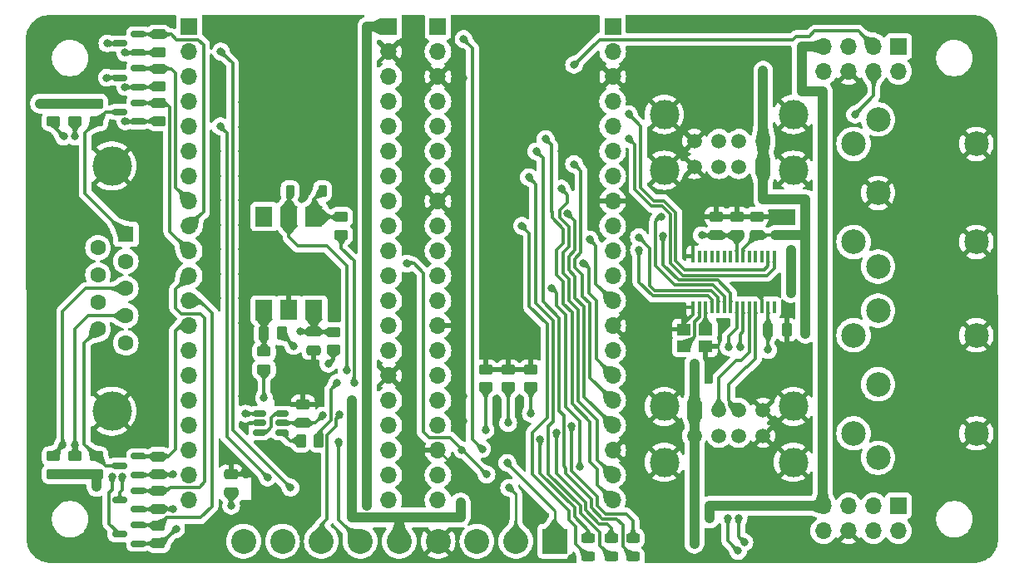
<source format=gtl>
G04 #@! TF.GenerationSoftware,KiCad,Pcbnew,8.0.4+dfsg-1*
G04 #@! TF.CreationDate,2025-02-26T12:03:37+01:00*
G04 #@! TF.ProjectId,MiSTeryShield20kRPiPico,4d695354-6572-4795-9368-69656c643230,V2*
G04 #@! TF.SameCoordinates,Original*
G04 #@! TF.FileFunction,Copper,L1,Top*
G04 #@! TF.FilePolarity,Positive*
%FSLAX46Y46*%
G04 Gerber Fmt 4.6, Leading zero omitted, Abs format (unit mm)*
G04 Created by KiCad (PCBNEW 8.0.4+dfsg-1) date 2025-02-26 12:03:37*
%MOMM*%
%LPD*%
G01*
G04 APERTURE LIST*
G04 Aperture macros list*
%AMRoundRect*
0 Rectangle with rounded corners*
0 $1 Rounding radius*
0 $2 $3 $4 $5 $6 $7 $8 $9 X,Y pos of 4 corners*
0 Add a 4 corners polygon primitive as box body*
4,1,4,$2,$3,$4,$5,$6,$7,$8,$9,$2,$3,0*
0 Add four circle primitives for the rounded corners*
1,1,$1+$1,$2,$3*
1,1,$1+$1,$4,$5*
1,1,$1+$1,$6,$7*
1,1,$1+$1,$8,$9*
0 Add four rect primitives between the rounded corners*
20,1,$1+$1,$2,$3,$4,$5,0*
20,1,$1+$1,$4,$5,$6,$7,0*
20,1,$1+$1,$6,$7,$8,$9,0*
20,1,$1+$1,$8,$9,$2,$3,0*%
G04 Aperture macros list end*
G04 #@! TA.AperFunction,SMDPad,CuDef*
%ADD10RoundRect,0.250000X-0.450000X0.262500X-0.450000X-0.262500X0.450000X-0.262500X0.450000X0.262500X0*%
G04 #@! TD*
G04 #@! TA.AperFunction,SMDPad,CuDef*
%ADD11RoundRect,0.250000X0.450000X-0.262500X0.450000X0.262500X-0.450000X0.262500X-0.450000X-0.262500X0*%
G04 #@! TD*
G04 #@! TA.AperFunction,ComponentPad*
%ADD12R,2.540000X2.540000*%
G04 #@! TD*
G04 #@! TA.AperFunction,ComponentPad*
%ADD13C,2.540000*%
G04 #@! TD*
G04 #@! TA.AperFunction,ComponentPad*
%ADD14R,1.700000X1.700000*%
G04 #@! TD*
G04 #@! TA.AperFunction,ComponentPad*
%ADD15O,1.700000X1.700000*%
G04 #@! TD*
G04 #@! TA.AperFunction,SMDPad,CuDef*
%ADD16RoundRect,0.250000X-0.475000X0.250000X-0.475000X-0.250000X0.475000X-0.250000X0.475000X0.250000X0*%
G04 #@! TD*
G04 #@! TA.AperFunction,SMDPad,CuDef*
%ADD17RoundRect,0.150000X0.587500X0.150000X-0.587500X0.150000X-0.587500X-0.150000X0.587500X-0.150000X0*%
G04 #@! TD*
G04 #@! TA.AperFunction,SMDPad,CuDef*
%ADD18R,1.400000X1.200000*%
G04 #@! TD*
G04 #@! TA.AperFunction,SMDPad,CuDef*
%ADD19RoundRect,0.243750X-0.456250X0.243750X-0.456250X-0.243750X0.456250X-0.243750X0.456250X0.243750X0*%
G04 #@! TD*
G04 #@! TA.AperFunction,SMDPad,CuDef*
%ADD20RoundRect,0.250000X-0.262500X-0.450000X0.262500X-0.450000X0.262500X0.450000X-0.262500X0.450000X0*%
G04 #@! TD*
G04 #@! TA.AperFunction,SMDPad,CuDef*
%ADD21RoundRect,0.250000X0.475000X-0.250000X0.475000X0.250000X-0.475000X0.250000X-0.475000X-0.250000X0*%
G04 #@! TD*
G04 #@! TA.AperFunction,ComponentPad*
%ADD22C,4.000000*%
G04 #@! TD*
G04 #@! TA.AperFunction,ComponentPad*
%ADD23R,1.600000X1.600000*%
G04 #@! TD*
G04 #@! TA.AperFunction,ComponentPad*
%ADD24C,1.600000*%
G04 #@! TD*
G04 #@! TA.AperFunction,SMDPad,CuDef*
%ADD25R,1.780000X2.000000*%
G04 #@! TD*
G04 #@! TA.AperFunction,ComponentPad*
%ADD26C,2.500000*%
G04 #@! TD*
G04 #@! TA.AperFunction,SMDPad,CuDef*
%ADD27RoundRect,0.225000X0.225000X0.375000X-0.225000X0.375000X-0.225000X-0.375000X0.225000X-0.375000X0*%
G04 #@! TD*
G04 #@! TA.AperFunction,SMDPad,CuDef*
%ADD28RoundRect,0.250000X0.250000X0.475000X-0.250000X0.475000X-0.250000X-0.475000X0.250000X-0.475000X0*%
G04 #@! TD*
G04 #@! TA.AperFunction,ComponentPad*
%ADD29R,1.500000X1.500000*%
G04 #@! TD*
G04 #@! TA.AperFunction,ComponentPad*
%ADD30C,1.500000*%
G04 #@! TD*
G04 #@! TA.AperFunction,ComponentPad*
%ADD31C,3.000000*%
G04 #@! TD*
G04 #@! TA.AperFunction,SMDPad,CuDef*
%ADD32R,0.400000X1.200000*%
G04 #@! TD*
G04 #@! TA.AperFunction,SMDPad,CuDef*
%ADD33RoundRect,0.150000X-0.512500X-0.150000X0.512500X-0.150000X0.512500X0.150000X-0.512500X0.150000X0*%
G04 #@! TD*
G04 #@! TA.AperFunction,ViaPad*
%ADD34C,0.800000*%
G04 #@! TD*
G04 #@! TA.AperFunction,Conductor*
%ADD35C,0.300000*%
G04 #@! TD*
G04 #@! TA.AperFunction,Conductor*
%ADD36C,0.250000*%
G04 #@! TD*
G04 #@! TA.AperFunction,Conductor*
%ADD37C,0.508000*%
G04 #@! TD*
G04 #@! TA.AperFunction,Conductor*
%ADD38C,1.016000*%
G04 #@! TD*
G04 APERTURE END LIST*
D10*
G04 #@! TO.P,R11,1*
G04 #@! TO.N,Net-(R11-Pad1)*
X96632000Y-73520000D03*
G04 #@! TO.P,R11,2*
G04 #@! TO.N,MIDI_RX*
X96632000Y-75345000D03*
G04 #@! TD*
D11*
G04 #@! TO.P,R18,1*
G04 #@! TO.N,Net-(D2-K)*
X123792000Y-77162500D03*
G04 #@! TO.P,R18,2*
G04 #@! TO.N,GND*
X123792000Y-75337500D03*
G04 #@! TD*
D10*
G04 #@! TO.P,R8,1*
G04 #@! TO.N,/IO_LEFT*
X85892000Y-91237500D03*
G04 #@! TO.P,R8,2*
G04 #@! TO.N,+3.3V*
X85892000Y-93062500D03*
G04 #@! TD*
D12*
G04 #@! TO.P,J2,1,Pin_1*
G04 #@! TO.N,P77*
X126232000Y-92850000D03*
D13*
G04 #@! TO.P,J2,2,Pin_2*
G04 #@! TO.N,P74*
X122272000Y-92850000D03*
G04 #@! TO.P,J2,3,Pin_3*
G04 #@! TO.N,+5V*
X118312000Y-92850000D03*
G04 #@! TO.P,J2,4,Pin_4*
G04 #@! TO.N,GND*
X114352000Y-92850000D03*
G04 #@! TO.P,J2,5,Pin_5*
G04 #@! TO.N,+3.3V*
X110392000Y-92850000D03*
G04 #@! TO.P,J2,6,Pin_6*
G04 #@! TO.N,P31*
X106432000Y-92850000D03*
G04 #@! TO.P,J2,7,Pin_7*
G04 #@! TO.N,P73*
X102472000Y-92850000D03*
G04 #@! TO.P,J2,8,Pin_8*
G04 #@! TO.N,unconnected-(J2-Pin_8-Pad8)*
X98512000Y-92850000D03*
G04 #@! TO.P,J2,9,Pin_9*
G04 #@! TO.N,unconnected-(J2-Pin_9-Pad9)*
X94552000Y-92850000D03*
G04 #@! TD*
D14*
G04 #@! TO.P,J9,1,Pin_1*
G04 #@! TO.N,unconnected-(J9-Pin_1-Pad1)*
X132122000Y-40390000D03*
D15*
G04 #@! TO.P,J9,2,Pin_2*
G04 #@! TO.N,+5V*
X132122000Y-42930000D03*
G04 #@! TO.P,J9,3,Pin_3*
G04 #@! TO.N,GND*
X132122000Y-45470000D03*
G04 #@! TO.P,J9,4,Pin_4*
G04 #@! TO.N,unconnected-(J9-Pin_4-Pad4)*
X132122000Y-48010000D03*
G04 #@! TO.P,J9,5,Pin_5*
G04 #@! TO.N,unconnected-(J9-Pin_5-Pad5)*
X132122000Y-50550000D03*
G04 #@! TO.P,J9,6,Pin_6*
G04 #@! TO.N,unconnected-(J9-Pin_6-Pad6)*
X132122000Y-53090000D03*
G04 #@! TO.P,J9,7,Pin_7*
G04 #@! TO.N,unconnected-(J9-Pin_7-Pad7)*
X132122000Y-55630000D03*
G04 #@! TO.P,J9,8,Pin_8*
G04 #@! TO.N,GND*
X132122000Y-58170000D03*
G04 #@! TO.P,J9,9,Pin_9*
G04 #@! TO.N,unconnected-(J9-Pin_9-Pad9)*
X132122000Y-60710000D03*
G04 #@! TO.P,J9,10,Pin_10*
G04 #@! TO.N,unconnected-(J9-Pin_10-Pad10)*
X132122000Y-63250000D03*
G04 #@! TO.P,J9,11,Pin_11*
G04 #@! TO.N,unconnected-(J9-Pin_11-Pad11)*
X132122000Y-65790000D03*
G04 #@! TO.P,J9,12,Pin_12*
G04 #@! TO.N,/Pi_Pico_USB_Hub/IRQ*
X132122000Y-68330000D03*
G04 #@! TO.P,J9,13,Pin_13*
G04 #@! TO.N,GND*
X132122000Y-70870000D03*
G04 #@! TO.P,J9,14,Pin_14*
G04 #@! TO.N,unconnected-(J9-Pin_14-Pad14)*
X132122000Y-73410000D03*
G04 #@! TO.P,J9,15,Pin_15*
G04 #@! TO.N,/Pi_Pico_USB_Hub/RECONFGN*
X132122000Y-75950000D03*
G04 #@! TO.P,J9,16,Pin_16*
G04 #@! TO.N,/Pi_Pico_USB_Hub/MOSI*
X132122000Y-78490000D03*
G04 #@! TO.P,J9,17,Pin_17*
G04 #@! TO.N,/Pi_Pico_USB_Hub/SCK*
X132122000Y-81030000D03*
G04 #@! TO.P,J9,18,Pin_18*
G04 #@! TO.N,GND*
X132122000Y-83570000D03*
G04 #@! TO.P,J9,19,Pin_19*
G04 #@! TO.N,/Pi_Pico_USB_Hub/CSN*
X132122000Y-86110000D03*
G04 #@! TO.P,J9,20,Pin_20*
G04 #@! TO.N,/Pi_Pico_USB_Hub/MISO*
X132122000Y-88650000D03*
G04 #@! TD*
D16*
G04 #@! TO.P,C6,1*
G04 #@! TO.N,GND*
X142692000Y-59750000D03*
G04 #@! TO.P,C6,2*
G04 #@! TO.N,/Pi_Pico_USB_Hub/3V3*
X142692000Y-61650000D03*
G04 #@! TD*
D17*
G04 #@! TO.P,Q4,1,G*
G04 #@! TO.N,+3.3V*
X83829500Y-93100000D03*
G04 #@! TO.P,Q4,2,S*
G04 #@! TO.N,/IO_LEFT*
X83829500Y-91200000D03*
G04 #@! TO.P,Q4,3,D*
G04 #@! TO.N,/LEFT*
X81954500Y-92150000D03*
G04 #@! TD*
D11*
G04 #@! TO.P,R15,1*
G04 #@! TO.N,Net-(J5-Pad5)*
X104492000Y-61612500D03*
G04 #@! TO.P,R15,2*
G04 #@! TO.N,Net-(D1-K)*
X104492000Y-59787500D03*
G04 #@! TD*
D14*
G04 #@! TO.P,J10,1,Pin_1*
G04 #@! TO.N,/Pi_Pico_USB_Hub/PI_UART_TX*
X161232000Y-42400000D03*
D15*
G04 #@! TO.P,J10,2,Pin_2*
G04 #@! TO.N,/Pi_Pico_USB_Hub/PI_UART_RX*
X161232000Y-44940000D03*
G04 #@! TO.P,J10,3,Pin_3*
G04 #@! TO.N,P75*
X158692000Y-42400000D03*
G04 #@! TO.P,J10,4,Pin_4*
G04 #@! TO.N,/Pi_Pico_USB_Hub/UART_TX*
X158692000Y-44940000D03*
G04 #@! TO.P,J10,5,Pin_5*
G04 #@! TO.N,unconnected-(J10-Pin_5-Pad5)*
X156152000Y-42400000D03*
G04 #@! TO.P,J10,6,Pin_6*
G04 #@! TO.N,GND*
X156152000Y-44940000D03*
G04 #@! TO.P,J10,7,Pin_7*
G04 #@! TO.N,+3.3V*
X153612000Y-42400000D03*
G04 #@! TO.P,J10,8,Pin_8*
G04 #@! TO.N,+5V*
X153612000Y-44940000D03*
G04 #@! TD*
D18*
G04 #@! TO.P,Y1,1,1*
G04 #@! TO.N,Net-(U4-XI)*
X141592000Y-71250000D03*
G04 #@! TO.P,Y1,2,2*
G04 #@! TO.N,GND*
X139392000Y-71250000D03*
G04 #@! TO.P,Y1,3,3*
G04 #@! TO.N,Net-(U4-XO)*
X139392000Y-72950000D03*
G04 #@! TO.P,Y1,4,4*
G04 #@! TO.N,GND*
X141592000Y-72950000D03*
G04 #@! TD*
D10*
G04 #@! TO.P,R13,1*
G04 #@! TO.N,/IO_BTN1*
X85904500Y-44687500D03*
G04 #@! TO.P,R13,2*
G04 #@! TO.N,+3.3V*
X85904500Y-46512500D03*
G04 #@! TD*
D16*
G04 #@! TO.P,C5,1*
G04 #@! TO.N,GND*
X144759500Y-59750000D03*
G04 #@! TO.P,C5,2*
G04 #@! TO.N,/Pi_Pico_USB_Hub/3V3*
X144759500Y-61650000D03*
G04 #@! TD*
D19*
G04 #@! TO.P,D3,1,K*
G04 #@! TO.N,Net-(D3-K)*
X131952000Y-92562500D03*
G04 #@! TO.P,D3,2,A*
G04 #@! TO.N,Net-(D3-A)*
X131952000Y-94437500D03*
G04 #@! TD*
D16*
G04 #@! TO.P,C7,1*
G04 #@! TO.N,GND*
X146792000Y-59750000D03*
G04 #@! TO.P,C7,2*
G04 #@! TO.N,+5V*
X146792000Y-61650000D03*
G04 #@! TD*
D20*
G04 #@! TO.P,R14,1*
G04 #@! TO.N,Net-(R11-Pad1)*
X96619500Y-71670000D03*
G04 #@! TO.P,R14,2*
G04 #@! TO.N,+3.3V*
X98444500Y-71670000D03*
G04 #@! TD*
D10*
G04 #@! TO.P,R9,1*
G04 #@! TO.N,/IO_RIGHT*
X85892000Y-87737500D03*
G04 #@! TO.P,R9,2*
G04 #@! TO.N,+3.3V*
X85892000Y-89562500D03*
G04 #@! TD*
D21*
G04 #@! TO.P,C2,1*
G04 #@! TO.N,GND*
X101682000Y-73370000D03*
G04 #@! TO.P,C2,2*
G04 #@! TO.N,+3.3V*
X101682000Y-71470000D03*
G04 #@! TD*
D19*
G04 #@! TO.P,D2,1,K*
G04 #@! TO.N,Net-(D2-K)*
X134192000Y-92562500D03*
G04 #@! TO.P,D2,2,A*
G04 #@! TO.N,Net-(D2-A)*
X134192000Y-94437500D03*
G04 #@! TD*
D22*
G04 #@! TO.P,J1,0,PAD*
G04 #@! TO.N,GND*
X81152331Y-54590000D03*
X81152331Y-79590000D03*
D23*
G04 #@! TO.P,J1,1,1*
G04 #@! TO.N,/UP*
X82572331Y-61550000D03*
D24*
G04 #@! TO.P,J1,2,2*
G04 #@! TO.N,/DOWN*
X82572331Y-64320000D03*
G04 #@! TO.P,J1,3,3*
G04 #@! TO.N,/LEFT*
X82572331Y-67090000D03*
G04 #@! TO.P,J1,4,4*
G04 #@! TO.N,/RIGHT*
X82572331Y-69860000D03*
G04 #@! TO.P,J1,5,5*
G04 #@! TO.N,unconnected-(J1-Pad5)*
X82572331Y-72630000D03*
G04 #@! TO.P,J1,6,6*
G04 #@! TO.N,/BTN1*
X79732331Y-62935000D03*
G04 #@! TO.P,J1,7,7*
G04 #@! TO.N,+5V*
X79732331Y-65705000D03*
G04 #@! TO.P,J1,8,8*
G04 #@! TO.N,GND*
X79732331Y-68475000D03*
G04 #@! TO.P,J1,9,9*
G04 #@! TO.N,/BTN2*
X79732331Y-71245000D03*
G04 #@! TD*
D16*
G04 #@! TO.P,C1,1*
G04 #@! TO.N,GND*
X93292000Y-86000000D03*
G04 #@! TO.P,C1,2*
G04 #@! TO.N,+5V*
X93292000Y-87900000D03*
G04 #@! TD*
D14*
G04 #@! TO.P,J3,1,Pin_1*
G04 #@! TO.N,P73*
X161212000Y-89250000D03*
D15*
G04 #@! TO.P,J3,2,Pin_2*
G04 #@! TO.N,P74*
X161212000Y-91790000D03*
G04 #@! TO.P,J3,3,Pin_3*
G04 #@! TO.N,P77*
X158672000Y-89250000D03*
G04 #@! TO.P,J3,4,Pin_4*
G04 #@! TO.N,P31*
X158672000Y-91790000D03*
G04 #@! TO.P,J3,5,Pin_5*
G04 #@! TO.N,P49*
X156132000Y-89250000D03*
G04 #@! TO.P,J3,6,Pin_6*
G04 #@! TO.N,GND*
X156132000Y-91790000D03*
G04 #@! TO.P,J3,7,Pin_7*
G04 #@! TO.N,+3.3V*
X153592000Y-89250000D03*
G04 #@! TO.P,J3,8,Pin_8*
G04 #@! TO.N,+5V*
X153592000Y-91790000D03*
G04 #@! TD*
D10*
G04 #@! TO.P,R10,1*
G04 #@! TO.N,/IO_UP*
X85904500Y-48187500D03*
G04 #@! TO.P,R10,2*
G04 #@! TO.N,+3.3V*
X85904500Y-50012500D03*
G04 #@! TD*
D14*
G04 #@! TO.P,J4,1,Pin_1*
G04 #@! TO.N,P73*
X89022000Y-40390000D03*
D15*
G04 #@! TO.P,J4,2,Pin_2*
G04 #@! TO.N,P74*
X89022000Y-42930000D03*
G04 #@! TO.P,J4,3,Pin_3*
G04 #@! TO.N,P75*
X89022000Y-45470000D03*
G04 #@! TO.P,J4,4,Pin_4*
G04 #@! TO.N,unconnected-(J4-Pin_4-Pad4)*
X89022000Y-48010000D03*
G04 #@! TO.P,J4,5,Pin_5*
G04 #@! TO.N,P77*
X89022000Y-50550000D03*
G04 #@! TO.P,J4,6,Pin_6*
G04 #@! TO.N,unconnected-(J4-Pin_6-Pad6)*
X89022000Y-53090000D03*
G04 #@! TO.P,J4,7,Pin_7*
G04 #@! TO.N,unconnected-(J4-Pin_7-Pad7)*
X89022000Y-55630000D03*
G04 #@! TO.P,J4,8,Pin_8*
G04 #@! TO.N,/IO_BTN1*
X89022000Y-58170000D03*
G04 #@! TO.P,J4,9,Pin_9*
G04 #@! TO.N,/IO_DOWN*
X89022000Y-60710000D03*
G04 #@! TO.P,J4,10,Pin_10*
G04 #@! TO.N,/IO_UP*
X89022000Y-63250000D03*
G04 #@! TO.P,J4,11,Pin_11*
G04 #@! TO.N,/IO_RIGHT*
X89022000Y-65790000D03*
G04 #@! TO.P,J4,12,Pin_12*
G04 #@! TO.N,/IO_LEFT*
X89022000Y-68330000D03*
G04 #@! TO.P,J4,13,Pin_13*
G04 #@! TO.N,/IO_BTN2*
X89022000Y-70870000D03*
G04 #@! TO.P,J4,14,Pin_14*
G04 #@! TO.N,P31*
X89022000Y-73410000D03*
G04 #@! TO.P,J4,15,Pin_15*
G04 #@! TO.N,unconnected-(J4-Pin_15-Pad15)*
X89022000Y-75950000D03*
G04 #@! TO.P,J4,16,Pin_16*
G04 #@! TO.N,unconnected-(J4-Pin_16-Pad16)*
X89022000Y-78490000D03*
G04 #@! TO.P,J4,17,Pin_17*
G04 #@! TO.N,unconnected-(J4-Pin_17-Pad17)*
X89022000Y-81030000D03*
G04 #@! TO.P,J4,18,Pin_18*
G04 #@! TO.N,unconnected-(J4-Pin_18-Pad18)*
X89022000Y-83570000D03*
G04 #@! TO.P,J4,19,Pin_19*
G04 #@! TO.N,+3.3V*
X89022000Y-86110000D03*
G04 #@! TO.P,J4,20,Pin_20*
G04 #@! TO.N,GND*
X89022000Y-88650000D03*
G04 #@! TD*
D10*
G04 #@! TO.P,R1,1*
G04 #@! TO.N,/BTN2*
X79592000Y-84187500D03*
G04 #@! TO.P,R1,2*
G04 #@! TO.N,+5V*
X79592000Y-86012500D03*
G04 #@! TD*
D25*
G04 #@! TO.P,U1,1*
G04 #@! TO.N,Net-(D1-K)*
X101722000Y-59755000D03*
G04 #@! TO.P,U1,2*
G04 #@! TO.N,Net-(D1-A)*
X99182000Y-59755000D03*
G04 #@! TO.P,U1,3*
G04 #@! TO.N,unconnected-(U1-Pad3)*
X96642000Y-59755000D03*
G04 #@! TO.P,U1,4*
G04 #@! TO.N,Net-(R11-Pad1)*
X96642000Y-69285000D03*
G04 #@! TO.P,U1,5*
G04 #@! TO.N,GND*
X99182000Y-69285000D03*
G04 #@! TO.P,U1,6*
G04 #@! TO.N,+3.3V*
X101722000Y-69285000D03*
G04 #@! TD*
D10*
G04 #@! TO.P,R7,1*
G04 #@! TO.N,/IO_BTN2*
X85892000Y-84237500D03*
G04 #@! TO.P,R7,2*
G04 #@! TO.N,+3.3V*
X85892000Y-86062500D03*
G04 #@! TD*
D11*
G04 #@! TO.P,R17,1*
G04 #@! TO.N,Net-(J6-Pad4)*
X103732000Y-73332500D03*
G04 #@! TO.P,R17,2*
G04 #@! TO.N,+3.3V*
X103732000Y-71507500D03*
G04 #@! TD*
D17*
G04 #@! TO.P,Q6,1,G*
G04 #@! TO.N,+3.3V*
X83829500Y-89600000D03*
G04 #@! TO.P,Q6,2,S*
G04 #@! TO.N,/IO_RIGHT*
X83829500Y-87700000D03*
G04 #@! TO.P,Q6,3,D*
G04 #@! TO.N,/RIGHT*
X81954500Y-88650000D03*
G04 #@! TD*
D26*
G04 #@! TO.P,J5,1*
G04 #@! TO.N,unconnected-(J5-Pad1)*
X159142000Y-69350000D03*
G04 #@! TO.P,J5,2*
G04 #@! TO.N,unconnected-(J5-Pad2)*
X159142000Y-76850000D03*
G04 #@! TO.P,J5,3*
G04 #@! TO.N,unconnected-(J5-Pad3)*
X159142000Y-84350000D03*
G04 #@! TO.P,J5,4*
G04 #@! TO.N,Net-(D1-A)*
X156642000Y-71850000D03*
G04 #@! TO.P,J5,5*
G04 #@! TO.N,Net-(J5-Pad5)*
X156642000Y-81850000D03*
G04 #@! TO.P,J5,6*
G04 #@! TO.N,GND*
X169142000Y-81850000D03*
X169142000Y-71850000D03*
G04 #@! TD*
D10*
G04 #@! TO.P,R3,1*
G04 #@! TO.N,/RIGHT*
X77392000Y-84187500D03*
G04 #@! TO.P,R3,2*
G04 #@! TO.N,+5V*
X77392000Y-86012500D03*
G04 #@! TD*
D17*
G04 #@! TO.P,Q2,1,G*
G04 #@! TO.N,+3.3V*
X83829500Y-86100000D03*
G04 #@! TO.P,Q2,2,S*
G04 #@! TO.N,/IO_BTN2*
X83829500Y-84200000D03*
G04 #@! TO.P,Q2,3,D*
G04 #@! TO.N,/BTN2*
X81954500Y-85150000D03*
G04 #@! TD*
D11*
G04 #@! TO.P,R6,1*
G04 #@! TO.N,/BTN1*
X77392000Y-50062500D03*
G04 #@! TO.P,R6,2*
G04 #@! TO.N,+5V*
X77392000Y-48237500D03*
G04 #@! TD*
D14*
G04 #@! TO.P,J8,1,Pin_1*
G04 #@! TO.N,/Pi_Pico_USB_Hub/PI_UART_TX*
X114341000Y-40400000D03*
D15*
G04 #@! TO.P,J8,2,Pin_2*
G04 #@! TO.N,/Pi_Pico_USB_Hub/PI_UART_RX*
X114341000Y-42940000D03*
G04 #@! TO.P,J8,3,Pin_3*
G04 #@! TO.N,GND*
X114341000Y-45480000D03*
G04 #@! TO.P,J8,4,Pin_4*
G04 #@! TO.N,/Pi_Pico_USB_Hub/UP_D+*
X114341000Y-48020000D03*
G04 #@! TO.P,J8,5,Pin_5*
G04 #@! TO.N,/Pi_Pico_USB_Hub/UP_D-*
X114341000Y-50560000D03*
G04 #@! TO.P,J8,6,Pin_6*
G04 #@! TO.N,Net-(D2-A)*
X114341000Y-53100000D03*
G04 #@! TO.P,J8,7,Pin_7*
G04 #@! TO.N,Net-(D3-A)*
X114341000Y-55640000D03*
G04 #@! TO.P,J8,8,Pin_8*
G04 #@! TO.N,GND*
X114341000Y-58180000D03*
G04 #@! TO.P,J8,9,Pin_9*
G04 #@! TO.N,Net-(D4-A)*
X114341000Y-60720000D03*
G04 #@! TO.P,J8,10,Pin_10*
G04 #@! TO.N,unconnected-(J8-Pin_10-Pad10)*
X114341000Y-63260000D03*
G04 #@! TO.P,J8,11,Pin_11*
G04 #@! TO.N,unconnected-(J8-Pin_11-Pad11)*
X114341000Y-65800000D03*
G04 #@! TO.P,J8,12,Pin_12*
G04 #@! TO.N,unconnected-(J8-Pin_12-Pad12)*
X114341000Y-68340000D03*
G04 #@! TO.P,J8,13,Pin_13*
G04 #@! TO.N,GND*
X114341000Y-70880000D03*
G04 #@! TO.P,J8,14,Pin_14*
G04 #@! TO.N,unconnected-(J8-Pin_14-Pad14)*
X114341000Y-73420000D03*
G04 #@! TO.P,J8,15,Pin_15*
G04 #@! TO.N,unconnected-(J8-Pin_15-Pad15)*
X114341000Y-75960000D03*
G04 #@! TO.P,J8,16,Pin_16*
G04 #@! TO.N,unconnected-(J8-Pin_16-Pad16)*
X114341000Y-78500000D03*
G04 #@! TO.P,J8,17,Pin_17*
G04 #@! TO.N,unconnected-(J8-Pin_17-Pad17)*
X114341000Y-81040000D03*
G04 #@! TO.P,J8,18,Pin_18*
G04 #@! TO.N,GND*
X114341000Y-83580000D03*
G04 #@! TO.P,J8,19,Pin_19*
G04 #@! TO.N,unconnected-(J8-Pin_19-Pad19)*
X114341000Y-86120000D03*
G04 #@! TO.P,J8,20,Pin_20*
G04 #@! TO.N,unconnected-(J8-Pin_20-Pad20)*
X114341000Y-88660000D03*
G04 #@! TD*
D11*
G04 #@! TO.P,R20,1*
G04 #@! TO.N,Net-(D4-K)*
X119202000Y-77162500D03*
G04 #@! TO.P,R20,2*
G04 #@! TO.N,GND*
X119202000Y-75337500D03*
G04 #@! TD*
D27*
G04 #@! TO.P,D1,1,K*
G04 #@! TO.N,Net-(D1-K)*
X102582000Y-57170000D03*
G04 #@! TO.P,D1,2,A*
G04 #@! TO.N,Net-(D1-A)*
X99282000Y-57170000D03*
G04 #@! TD*
D17*
G04 #@! TO.P,Q5,1,G*
G04 #@! TO.N,+3.3V*
X83842000Y-46550000D03*
G04 #@! TO.P,Q5,2,S*
G04 #@! TO.N,/IO_BTN1*
X83842000Y-44650000D03*
G04 #@! TO.P,Q5,3,D*
G04 #@! TO.N,/BTN1*
X81967000Y-45600000D03*
G04 #@! TD*
D19*
G04 #@! TO.P,D4,1,K*
G04 #@! TO.N,Net-(D4-K)*
X129642000Y-92562500D03*
G04 #@! TO.P,D4,2,A*
G04 #@! TO.N,Net-(D4-A)*
X129642000Y-94437500D03*
G04 #@! TD*
D20*
G04 #@! TO.P,R16,1*
G04 #@! TO.N,Net-(R16-Pad1)*
X100392000Y-82600000D03*
G04 #@! TO.P,R16,2*
G04 #@! TO.N,Net-(J6-Pad5)*
X102217000Y-82600000D03*
G04 #@! TD*
D17*
G04 #@! TO.P,Q1,1,G*
G04 #@! TO.N,+3.3V*
X83842000Y-50050000D03*
G04 #@! TO.P,Q1,2,S*
G04 #@! TO.N,/IO_UP*
X83842000Y-48150000D03*
G04 #@! TO.P,Q1,3,D*
G04 #@! TO.N,/UP*
X81967000Y-49100000D03*
G04 #@! TD*
D28*
G04 #@! TO.P,C4,1*
G04 #@! TO.N,GND*
X149842000Y-71300000D03*
G04 #@! TO.P,C4,2*
G04 #@! TO.N,/Pi_Pico_USB_Hub/3V3*
X147942000Y-71300000D03*
G04 #@! TD*
D14*
G04 #@! TO.P,J7,1,Pin_1*
G04 #@! TO.N,+5V*
X109342000Y-40390000D03*
D15*
G04 #@! TO.P,J7,2,Pin_2*
G04 #@! TO.N,GND*
X109342000Y-42930000D03*
G04 #@! TO.P,J7,3,Pin_3*
G04 #@! TO.N,/Pi_Pico_USB_Hub/UART_TX*
X109342000Y-45470000D03*
G04 #@! TO.P,J7,4,Pin_4*
G04 #@! TO.N,unconnected-(J7-Pin_4-Pad4)*
X109342000Y-48010000D03*
G04 #@! TO.P,J7,5,Pin_5*
G04 #@! TO.N,/Pi_Pico_USB_Hub/MISO*
X109342000Y-50550000D03*
G04 #@! TO.P,J7,6,Pin_6*
G04 #@! TO.N,/Pi_Pico_USB_Hub/MOSI*
X109342000Y-53090000D03*
G04 #@! TO.P,J7,7,Pin_7*
G04 #@! TO.N,/Pi_Pico_USB_Hub/CSN*
X109342000Y-55630000D03*
G04 #@! TO.P,J7,8,Pin_8*
G04 #@! TO.N,/Pi_Pico_USB_Hub/SCK*
X109342000Y-58170000D03*
G04 #@! TO.P,J7,9,Pin_9*
G04 #@! TO.N,/Pi_Pico_USB_Hub/IRQ*
X109342000Y-60710000D03*
G04 #@! TO.P,J7,10,Pin_10*
G04 #@! TO.N,/Pi_Pico_USB_Hub/RECONFGN*
X109342000Y-63250000D03*
G04 #@! TO.P,J7,11,Pin_11*
G04 #@! TO.N,unconnected-(J7-Pin_11-Pad11)*
X109342000Y-65790000D03*
G04 #@! TO.P,J7,12,Pin_12*
G04 #@! TO.N,P49*
X109342000Y-68330000D03*
G04 #@! TO.P,J7,13,Pin_13*
G04 #@! TO.N,unconnected-(J7-Pin_13-Pad13)*
X109342000Y-70870000D03*
G04 #@! TO.P,J7,14,Pin_14*
G04 #@! TO.N,unconnected-(J7-Pin_14-Pad14)*
X109342000Y-73410000D03*
G04 #@! TO.P,J7,15,Pin_15*
G04 #@! TO.N,GND*
X109342000Y-75950000D03*
G04 #@! TO.P,J7,16,Pin_16*
G04 #@! TO.N,+3.3V*
X109342000Y-78490000D03*
G04 #@! TO.P,J7,17,Pin_17*
G04 #@! TO.N,MIDI_RX*
X109342000Y-81030000D03*
G04 #@! TO.P,J7,18,Pin_18*
G04 #@! TO.N,MIDI_TX*
X109342000Y-83570000D03*
G04 #@! TO.P,J7,19,Pin_19*
G04 #@! TO.N,unconnected-(J7-Pin_19-Pad19)*
X109342000Y-86110000D03*
G04 #@! TO.P,J7,20,Pin_20*
G04 #@! TO.N,unconnected-(J7-Pin_20-Pad20)*
X109342000Y-88650000D03*
G04 #@! TD*
D26*
G04 #@! TO.P,J6,1*
G04 #@! TO.N,unconnected-(J6-Pad1)*
X159142000Y-49850000D03*
G04 #@! TO.P,J6,2*
G04 #@! TO.N,GND*
X159142000Y-57350000D03*
G04 #@! TO.P,J6,3*
G04 #@! TO.N,unconnected-(J6-Pad3)*
X159142000Y-64850000D03*
G04 #@! TO.P,J6,4*
G04 #@! TO.N,Net-(J6-Pad4)*
X156642000Y-52350000D03*
G04 #@! TO.P,J6,5*
G04 #@! TO.N,Net-(J6-Pad5)*
X156642000Y-62350000D03*
G04 #@! TO.P,J6,6*
G04 #@! TO.N,GND*
X169142000Y-62350000D03*
X169142000Y-52350000D03*
G04 #@! TD*
D29*
G04 #@! TO.P,J12,1,VBUS1*
G04 #@! TO.N,+5V*
X147442000Y-54680000D03*
D30*
G04 #@! TO.P,J12,2,D1-*
G04 #@! TO.N,/Pi_Pico_USB_Hub/USB3_D-*
X144942000Y-54680000D03*
G04 #@! TO.P,J12,3,D1+*
G04 #@! TO.N,/Pi_Pico_USB_Hub/USB3_D+*
X142942000Y-54680000D03*
G04 #@! TO.P,J12,4,GND1*
G04 #@! TO.N,GND*
X140442000Y-54680000D03*
G04 #@! TO.P,J12,5,VBUS2*
G04 #@! TO.N,+5V*
X147442000Y-52060000D03*
G04 #@! TO.P,J12,6,D2-*
G04 #@! TO.N,/Pi_Pico_USB_Hub/USB4_D-*
X144942000Y-52060000D03*
G04 #@! TO.P,J12,7,D2+*
G04 #@! TO.N,/Pi_Pico_USB_Hub/USB4_D+*
X142942000Y-52060000D03*
G04 #@! TO.P,J12,8,GND2*
G04 #@! TO.N,GND*
X140442000Y-52060000D03*
D31*
G04 #@! TO.P,J12,9,Shield*
X150512000Y-55030000D03*
X150512000Y-49350000D03*
X137372000Y-55030000D03*
X137372000Y-49350000D03*
G04 #@! TD*
D16*
G04 #@! TO.P,C3,1*
G04 #@! TO.N,GND*
X100592000Y-78900000D03*
G04 #@! TO.P,C3,2*
G04 #@! TO.N,+3.3V*
X100592000Y-80800000D03*
G04 #@! TD*
D17*
G04 #@! TO.P,Q3,1,G*
G04 #@! TO.N,+3.3V*
X83842000Y-43050000D03*
G04 #@! TO.P,Q3,2,S*
G04 #@! TO.N,/IO_DOWN*
X83842000Y-41150000D03*
G04 #@! TO.P,Q3,3,D*
G04 #@! TO.N,/DOWN*
X81967000Y-42100000D03*
G04 #@! TD*
D11*
G04 #@! TO.P,R5,1*
G04 #@! TO.N,/DOWN*
X75192000Y-50062500D03*
G04 #@! TO.P,R5,2*
G04 #@! TO.N,+5V*
X75192000Y-48237500D03*
G04 #@! TD*
D10*
G04 #@! TO.P,R2,1*
G04 #@! TO.N,/LEFT*
X75192000Y-84187500D03*
G04 #@! TO.P,R2,2*
G04 #@! TO.N,+5V*
X75192000Y-86012500D03*
G04 #@! TD*
G04 #@! TO.P,R12,1*
G04 #@! TO.N,/IO_DOWN*
X85904500Y-41187500D03*
G04 #@! TO.P,R12,2*
G04 #@! TO.N,+3.3V*
X85904500Y-43012500D03*
G04 #@! TD*
D11*
G04 #@! TO.P,R4,1*
G04 #@! TO.N,/UP*
X79592000Y-50062500D03*
G04 #@! TO.P,R4,2*
G04 #@! TO.N,+5V*
X79592000Y-48237500D03*
G04 #@! TD*
G04 #@! TO.P,R19,1*
G04 #@! TO.N,Net-(D3-K)*
X121492000Y-77162500D03*
G04 #@! TO.P,R19,2*
G04 #@! TO.N,GND*
X121492000Y-75337500D03*
G04 #@! TD*
D29*
G04 #@! TO.P,J11,1,VBUS1*
G04 #@! TO.N,+5V*
X140442000Y-79470000D03*
D30*
G04 #@! TO.P,J11,2,D1-*
G04 #@! TO.N,/Pi_Pico_USB_Hub/USB1_D-*
X142942000Y-79470000D03*
G04 #@! TO.P,J11,3,D1+*
G04 #@! TO.N,/Pi_Pico_USB_Hub/USB1_D+*
X144942000Y-79470000D03*
G04 #@! TO.P,J11,4,GND1*
G04 #@! TO.N,GND*
X147442000Y-79470000D03*
G04 #@! TO.P,J11,5,VBUS2*
G04 #@! TO.N,+5V*
X140442000Y-82090000D03*
G04 #@! TO.P,J11,6,D2-*
G04 #@! TO.N,/Pi_Pico_USB_Hub/USB2_D-*
X142942000Y-82090000D03*
G04 #@! TO.P,J11,7,D2+*
G04 #@! TO.N,/Pi_Pico_USB_Hub/USB2_D+*
X144942000Y-82090000D03*
G04 #@! TO.P,J11,8,GND2*
G04 #@! TO.N,GND*
X147442000Y-82090000D03*
D31*
G04 #@! TO.P,J11,9,Shield*
X137372000Y-79120000D03*
X137372000Y-84800000D03*
X150512000Y-79120000D03*
X150512000Y-84800000D03*
G04 #@! TD*
D32*
G04 #@! TO.P,U4,1,GND*
G04 #@! TO.N,GND*
X140314500Y-69000000D03*
G04 #@! TO.P,U4,2,XO*
G04 #@! TO.N,Net-(U4-XO)*
X140949500Y-69000000D03*
G04 #@! TO.P,U4,3,XI*
G04 #@! TO.N,Net-(U4-XI)*
X141584500Y-69000000D03*
G04 #@! TO.P,U4,4,DM4*
G04 #@! TO.N,/Pi_Pico_USB_Hub/USB4_D-*
X142219500Y-69000000D03*
G04 #@! TO.P,U4,5,DP4*
G04 #@! TO.N,/Pi_Pico_USB_Hub/USB4_D+*
X142854500Y-69000000D03*
G04 #@! TO.P,U4,6,DM3*
G04 #@! TO.N,/Pi_Pico_USB_Hub/USB3_D-*
X143489500Y-69000000D03*
G04 #@! TO.P,U4,7,DP3*
G04 #@! TO.N,/Pi_Pico_USB_Hub/USB3_D+*
X144124500Y-69000000D03*
G04 #@! TO.P,U4,8,DM2*
G04 #@! TO.N,/Pi_Pico_USB_Hub/USB2_D-*
X144759500Y-69000000D03*
G04 #@! TO.P,U4,9,DP2*
G04 #@! TO.N,/Pi_Pico_USB_Hub/USB2_D+*
X145394500Y-69000000D03*
G04 #@! TO.P,U4,10,DM1*
G04 #@! TO.N,/Pi_Pico_USB_Hub/USB1_D-*
X146029500Y-69000000D03*
G04 #@! TO.P,U4,11,DP1*
G04 #@! TO.N,/Pi_Pico_USB_Hub/USB1_D+*
X146664500Y-69000000D03*
G04 #@! TO.P,U4,12,GND*
G04 #@! TO.N,GND*
X147299500Y-69000000D03*
G04 #@! TO.P,U4,13,VDD33*
G04 #@! TO.N,/Pi_Pico_USB_Hub/3V3*
X147934500Y-69000000D03*
G04 #@! TO.P,U4,14,LED3/SCL*
G04 #@! TO.N,unconnected-(U4-LED3{slash}SCL-Pad14)*
X148569500Y-69000000D03*
G04 #@! TO.P,U4,15,DMU*
G04 #@! TO.N,/Pi_Pico_USB_Hub/UP_D-*
X148569500Y-63800000D03*
G04 #@! TO.P,U4,16,DPU*
G04 #@! TO.N,/Pi_Pico_USB_Hub/UP_D+*
X147934500Y-63800000D03*
G04 #@! TO.P,U4,17,RESET#/CDP*
G04 #@! TO.N,unconnected-(U4-RESET#{slash}CDP-Pad17)*
X147299500Y-63800000D03*
G04 #@! TO.P,U4,18,NC.*
G04 #@! TO.N,unconnected-(U4-NC.-Pad18)*
X146664500Y-63800000D03*
G04 #@! TO.P,U4,19,PSELF*
G04 #@! TO.N,unconnected-(U4-PSELF-Pad19)*
X146029500Y-63800000D03*
G04 #@! TO.P,U4,20,V5*
G04 #@! TO.N,+5V*
X145394500Y-63800000D03*
G04 #@! TO.P,U4,21,VDD33*
G04 #@! TO.N,/Pi_Pico_USB_Hub/3V3*
X144759500Y-63800000D03*
G04 #@! TO.P,U4,22,LED4/SDA*
G04 #@! TO.N,unconnected-(U4-LED4{slash}SDA-Pad22)*
X144124500Y-63800000D03*
G04 #@! TO.P,U4,23,LED1*
G04 #@! TO.N,unconnected-(U4-LED1-Pad23)*
X143489500Y-63800000D03*
G04 #@! TO.P,U4,24,LED2*
G04 #@! TO.N,unconnected-(U4-LED2-Pad24)*
X142854500Y-63800000D03*
G04 #@! TO.P,U4,25,PWREN#*
G04 #@! TO.N,unconnected-(U4-PWREN#-Pad25)*
X142219500Y-63800000D03*
G04 #@! TO.P,U4,26,OVCUR#*
G04 #@! TO.N,unconnected-(U4-OVCUR#-Pad26)*
X141584500Y-63800000D03*
G04 #@! TO.P,U4,27,NC.*
G04 #@! TO.N,unconnected-(U4-NC.-Pad27)*
X140949500Y-63800000D03*
G04 #@! TO.P,U4,28,GND*
G04 #@! TO.N,GND*
X140314500Y-63800000D03*
G04 #@! TD*
D33*
G04 #@! TO.P,U2,1*
G04 #@! TO.N,MIDI_TX*
X96204500Y-79850000D03*
G04 #@! TO.P,U2,2,GND*
G04 #@! TO.N,GND*
X96204500Y-80800000D03*
G04 #@! TO.P,U2,3*
G04 #@! TO.N,Net-(U2-Pad3)*
X96204500Y-81750000D03*
G04 #@! TO.P,U2,4*
G04 #@! TO.N,Net-(R16-Pad1)*
X98479500Y-81750000D03*
G04 #@! TO.P,U2,5,VCC*
G04 #@! TO.N,+3.3V*
X98479500Y-80800000D03*
G04 #@! TO.P,U2,6*
G04 #@! TO.N,Net-(U2-Pad3)*
X98479500Y-79850000D03*
G04 #@! TD*
D34*
G04 #@! TO.N,/DOWN*
X76242000Y-51600000D03*
X80692000Y-42100000D03*
G04 #@! TO.N,/LEFT*
X76142000Y-83050000D03*
X81192000Y-86300000D03*
G04 #@! TO.N,/RIGHT*
X82192003Y-86300000D03*
X77392000Y-83050000D03*
G04 #@! TO.N,/BTN1*
X77392000Y-51600000D03*
X80642000Y-45600000D03*
G04 #@! TO.N,GND*
X170892000Y-88600000D03*
X74892000Y-94600000D03*
X161892000Y-50600000D03*
X164392000Y-75600000D03*
X166892000Y-55600000D03*
X91892000Y-55600000D03*
X166892000Y-58100000D03*
X164392000Y-60600000D03*
X82892000Y-39600000D03*
X84892000Y-39600000D03*
X72892000Y-92600000D03*
X72892000Y-82600000D03*
X166892000Y-78100000D03*
X72892000Y-84600000D03*
X99392000Y-43100000D03*
X156892000Y-65600000D03*
X99392000Y-50600000D03*
X164392000Y-53100000D03*
X136892000Y-75600000D03*
X161892000Y-63100000D03*
X141892000Y-45600000D03*
X144392000Y-50600000D03*
X72892000Y-50600000D03*
X134892000Y-39600000D03*
X168892000Y-94600000D03*
X160892000Y-39600000D03*
X72892000Y-52600000D03*
X161892000Y-58100000D03*
X170892000Y-68600000D03*
X91892000Y-60600000D03*
X72892000Y-70600000D03*
X168892000Y-39600000D03*
X116892000Y-45600000D03*
X148892000Y-39600000D03*
X94392000Y-53100000D03*
X104392000Y-48100000D03*
X84392000Y-58100000D03*
X72892000Y-54600000D03*
X91892000Y-53100000D03*
X72892000Y-60600000D03*
X119392000Y-58100000D03*
X169392000Y-58100000D03*
X166892000Y-48100000D03*
X76892000Y-39600000D03*
X144892000Y-39600000D03*
X161892000Y-55600000D03*
X164392000Y-68100000D03*
X144392000Y-48100000D03*
X94392000Y-48100000D03*
X112892000Y-94600000D03*
X72892000Y-64600000D03*
X121892000Y-58100000D03*
X80892000Y-94600000D03*
X104892000Y-39600000D03*
X156892000Y-68100000D03*
X139792000Y-62200000D03*
X121892000Y-50600000D03*
X96892000Y-55600000D03*
X101892000Y-53100000D03*
X166892000Y-50600000D03*
X140892000Y-39600000D03*
X164392000Y-65600000D03*
X156892000Y-78100000D03*
X78892000Y-39600000D03*
X92892000Y-84650000D03*
X116892000Y-80600000D03*
X104392000Y-53100000D03*
X119392000Y-63100000D03*
X156892000Y-39600000D03*
X164392000Y-80600000D03*
X164392000Y-50600000D03*
X99892000Y-94600000D03*
X90892000Y-39600000D03*
X72892000Y-42600000D03*
X164392000Y-55600000D03*
X164892000Y-39600000D03*
X94642000Y-81300000D03*
X161892000Y-65600000D03*
X129392000Y-53100000D03*
X164392000Y-83100000D03*
X158892000Y-39600000D03*
X96892000Y-65600000D03*
X84392000Y-63100000D03*
X162892000Y-39600000D03*
X160892000Y-94600000D03*
X86892000Y-39600000D03*
X142142000Y-74850000D03*
X72892000Y-88600000D03*
X164392000Y-78100000D03*
X124392000Y-73100000D03*
X134392000Y-78100000D03*
X96892000Y-43100000D03*
X170892000Y-44600000D03*
X142892000Y-39600000D03*
X150892000Y-39600000D03*
X166892000Y-68100000D03*
X126892000Y-45600000D03*
X169392000Y-75600000D03*
X164392000Y-85600000D03*
X74892000Y-39600000D03*
X146892000Y-94600000D03*
X169392000Y-65600000D03*
X124892000Y-39600000D03*
X79392000Y-73100000D03*
X170892000Y-48600000D03*
X170892000Y-58600000D03*
X161892000Y-78100000D03*
X100892000Y-39600000D03*
X161892000Y-75600000D03*
X146242000Y-67150000D03*
X148892000Y-94600000D03*
X161892000Y-70600000D03*
X72892000Y-72600000D03*
X170892000Y-92600000D03*
X79392000Y-75600000D03*
X136892000Y-39600000D03*
X126892000Y-53100000D03*
X126892000Y-50600000D03*
X78892000Y-94600000D03*
X120892000Y-94600000D03*
X96892000Y-48100000D03*
X96892000Y-53100000D03*
X154892000Y-94600000D03*
X97792000Y-83050000D03*
X166892000Y-60600000D03*
X84392000Y-65600000D03*
X169392000Y-68100000D03*
X170892000Y-84600000D03*
X149392000Y-75600000D03*
X94892000Y-39600000D03*
X72892000Y-58600000D03*
X166892000Y-94600000D03*
X98442000Y-78150000D03*
X169392000Y-78100000D03*
X101892000Y-48100000D03*
X142892000Y-94600000D03*
X170892000Y-86600000D03*
X72892000Y-62600000D03*
X156892000Y-55600000D03*
X121892000Y-65600000D03*
X134392000Y-75600000D03*
X170892000Y-54600000D03*
X96892000Y-50600000D03*
X138892000Y-39600000D03*
X154892000Y-39600000D03*
X72892000Y-68600000D03*
X121892000Y-63100000D03*
X90892000Y-94600000D03*
X94392000Y-63100000D03*
X166892000Y-39600000D03*
X170892000Y-90600000D03*
X91892000Y-68100000D03*
X84392000Y-80600000D03*
X84392000Y-53100000D03*
X144392000Y-85600000D03*
X96892000Y-63100000D03*
X166892000Y-70600000D03*
X94392000Y-50600000D03*
X81892000Y-83100000D03*
X72892000Y-74600000D03*
X91892000Y-58100000D03*
X124392000Y-45600000D03*
X101692000Y-75250000D03*
X84892000Y-94600000D03*
X84392000Y-60600000D03*
X159392000Y-73100000D03*
X79392000Y-60600000D03*
X72892000Y-90600000D03*
X136892000Y-94600000D03*
X91892000Y-65600000D03*
X156892000Y-75600000D03*
X123892000Y-94600000D03*
X94692000Y-85800000D03*
X170892000Y-78600000D03*
X170892000Y-60600000D03*
X72892000Y-56600000D03*
X148242000Y-67150000D03*
X119392000Y-45600000D03*
X94392000Y-68100000D03*
X84392000Y-55600000D03*
X169392000Y-55600000D03*
X84392000Y-75600000D03*
X143342000Y-71000000D03*
X158892000Y-94600000D03*
X161892000Y-85600000D03*
X84392000Y-68100000D03*
X141892000Y-50600000D03*
X116892000Y-94600000D03*
X72892000Y-76600000D03*
X166892000Y-73100000D03*
X99392000Y-65600000D03*
X76892000Y-94600000D03*
X120892000Y-39600000D03*
X141892000Y-85600000D03*
X108892000Y-94600000D03*
X140892000Y-94600000D03*
X138892000Y-94600000D03*
X81892000Y-58100000D03*
X91892000Y-63100000D03*
X170892000Y-76600000D03*
X169392000Y-48100000D03*
X99392000Y-48100000D03*
X127892000Y-94600000D03*
X118892000Y-39600000D03*
X72892000Y-78600000D03*
X161892000Y-60600000D03*
X72892000Y-86600000D03*
X121892000Y-73100000D03*
X170892000Y-66600000D03*
X88892000Y-94600000D03*
X72892000Y-66600000D03*
X101892000Y-50600000D03*
X119392000Y-65600000D03*
X72892000Y-80600000D03*
X166892000Y-75600000D03*
X101892000Y-43100000D03*
X104392000Y-50600000D03*
X134392000Y-73100000D03*
X94392000Y-58100000D03*
X86892000Y-94600000D03*
X170892000Y-74600000D03*
X121892000Y-45600000D03*
X164392000Y-58100000D03*
X164392000Y-70600000D03*
X156892000Y-58100000D03*
X102892000Y-39600000D03*
X170892000Y-46600000D03*
X96892000Y-39600000D03*
X94392000Y-70600000D03*
X94392000Y-65600000D03*
X91892000Y-48100000D03*
X84392000Y-70600000D03*
X161892000Y-73100000D03*
X166892000Y-65600000D03*
X152892000Y-39600000D03*
X136892000Y-70600000D03*
X72892000Y-46600000D03*
X169392000Y-85600000D03*
X122892000Y-39600000D03*
X81892000Y-75600000D03*
X170892000Y-42600000D03*
X84392000Y-73100000D03*
X161892000Y-53100000D03*
X146892000Y-39600000D03*
X170892000Y-56600000D03*
X152892000Y-94600000D03*
X116892000Y-39600000D03*
X166892000Y-85600000D03*
X141892000Y-48100000D03*
X170892000Y-64600000D03*
X92892000Y-39600000D03*
X94392000Y-78100000D03*
X161892000Y-80600000D03*
X136892000Y-73100000D03*
X146892000Y-75600000D03*
X116322000Y-70880000D03*
X164392000Y-73100000D03*
X144392000Y-45600000D03*
X119392000Y-50600000D03*
X128892000Y-39600000D03*
X150892000Y-94600000D03*
X126892000Y-39600000D03*
X164392000Y-63100000D03*
X117032000Y-85880000D03*
X146892000Y-85600000D03*
X161892000Y-48100000D03*
X98892000Y-39600000D03*
X111442000Y-83500000D03*
X94392000Y-55600000D03*
X94392000Y-60600000D03*
X82892000Y-94600000D03*
X104392000Y-43100000D03*
X104892000Y-94600000D03*
X161892000Y-68100000D03*
X164892000Y-94600000D03*
X104392000Y-55600000D03*
X162892000Y-94600000D03*
X72892000Y-44600000D03*
X164392000Y-48100000D03*
X156892000Y-94600000D03*
X170892000Y-50600000D03*
X116892000Y-78100000D03*
X99392000Y-53100000D03*
X101892000Y-65600000D03*
X80892000Y-39600000D03*
G04 #@! TO.N,+5V*
X79592000Y-87300000D03*
X147442000Y-44900000D03*
X151742000Y-71700000D03*
X93292000Y-89250000D03*
X140442000Y-74750000D03*
X107142000Y-89200000D03*
X73829500Y-48237500D03*
X140442000Y-93100000D03*
G04 #@! TO.N,Net-(D1-A)*
X105042000Y-75475000D03*
G04 #@! TO.N,P73*
X116942000Y-41650000D03*
X118842000Y-83450000D03*
X104342000Y-79950000D03*
G04 #@! TO.N,MIDI_RX*
X96632000Y-78250000D03*
G04 #@! TO.N,+3.3V*
X82492000Y-43050000D03*
X116642000Y-88900000D03*
X141992000Y-90550000D03*
X102592000Y-80050000D03*
X82492000Y-50050000D03*
X99642000Y-72950000D03*
X87379500Y-89562500D03*
X105592000Y-78490000D03*
X100292000Y-71470000D03*
X87692000Y-91600000D03*
X87342000Y-86062500D03*
X82492000Y-46550000D03*
G04 #@! TO.N,P74*
X143842000Y-90500000D03*
X99342000Y-87400000D03*
X144892000Y-93850000D03*
X121592000Y-87400000D03*
X92242000Y-42930000D03*
G04 #@! TO.N,MIDI_TX*
X94742000Y-79850000D03*
G04 #@! TO.N,P77*
X96992000Y-86350000D03*
X121392000Y-84850000D03*
X92192000Y-50550000D03*
G04 #@! TO.N,P31*
X144942000Y-90500000D03*
X145542000Y-92950000D03*
X111142000Y-64550000D03*
X104242000Y-82750000D03*
X119292000Y-86050000D03*
X116792000Y-83550000D03*
G04 #@! TO.N,P49*
X125867000Y-67050000D03*
X128792000Y-85300000D03*
G04 #@! TO.N,Net-(D2-K)*
X127942000Y-81150000D03*
X123792000Y-79850000D03*
G04 #@! TO.N,Net-(D3-K)*
X126392000Y-81800000D03*
X121492000Y-80800000D03*
G04 #@! TO.N,Net-(D4-K)*
X119192000Y-81550000D03*
X124742000Y-82450000D03*
G04 #@! TO.N,/Pi_Pico_USB_Hub/UP_D+*
X133742000Y-49300000D03*
G04 #@! TO.N,/Pi_Pico_USB_Hub/MISO*
X125292000Y-51850000D03*
G04 #@! TO.N,/Pi_Pico_USB_Hub/MOSI*
X128192000Y-54400000D03*
G04 #@! TO.N,/Pi_Pico_USB_Hub/UP_D-*
X133742000Y-51800000D03*
G04 #@! TO.N,/Pi_Pico_USB_Hub/IRQ*
X129767000Y-62075000D03*
G04 #@! TO.N,/Pi_Pico_USB_Hub/SCK*
X127542000Y-59450000D03*
G04 #@! TO.N,/Pi_Pico_USB_Hub/CSN*
X126892000Y-56900000D03*
G04 #@! TO.N,/Pi_Pico_USB_Hub/UART_TX*
X156792000Y-49350000D03*
G04 #@! TO.N,/Pi_Pico_USB_Hub/USB2_D+*
X145092000Y-73100000D03*
G04 #@! TO.N,/Pi_Pico_USB_Hub/USB2_D-*
X143917000Y-73075000D03*
G04 #@! TO.N,/Pi_Pico_USB_Hub/USB3_D+*
X137242000Y-61750000D03*
G04 #@! TO.N,/Pi_Pico_USB_Hub/USB4_D-*
X134792000Y-63150000D03*
G04 #@! TO.N,/Pi_Pico_USB_Hub/USB3_D-*
X137042000Y-59750000D03*
G04 #@! TO.N,/Pi_Pico_USB_Hub/USB4_D+*
X134792000Y-61850000D03*
G04 #@! TO.N,Net-(J6-Pad4)*
X103192000Y-74750000D03*
G04 #@! TO.N,Net-(J6-Pad5)*
X104092000Y-76700000D03*
G04 #@! TO.N,P75*
X128192000Y-44300000D03*
G04 #@! TO.N,/Pi_Pico_USB_Hub/RECONFGN*
X129142000Y-64500000D03*
G04 #@! TO.N,Net-(J5-Pad5)*
X105792000Y-76700000D03*
G04 #@! TO.N,/Pi_Pico_USB_Hub/3V3*
X141192000Y-61650000D03*
X150242000Y-67550000D03*
X150242000Y-63150000D03*
X147942000Y-73350000D03*
G04 #@! TO.N,Net-(D2-A)*
X124342000Y-53100000D03*
G04 #@! TO.N,Net-(D3-A)*
X123592000Y-55750000D03*
G04 #@! TO.N,Net-(D4-A)*
X122892000Y-60700000D03*
G04 #@! TD*
D35*
G04 #@! TO.N,/UP*
X81967000Y-49100000D02*
X80554500Y-49100000D01*
X78442000Y-57419669D02*
X78442000Y-51212500D01*
X80554500Y-49100000D02*
X79592000Y-50062500D01*
X78442000Y-51212500D02*
X79592000Y-50062500D01*
X82572331Y-61550000D02*
X78442000Y-57419669D01*
G04 #@! TO.N,/DOWN*
X75192000Y-50550000D02*
X75192000Y-50062500D01*
X81967000Y-42100000D02*
X80692000Y-42100000D01*
X76242000Y-51600000D02*
X75192000Y-50550000D01*
G04 #@! TO.N,/LEFT*
X80867000Y-87925000D02*
X80867000Y-91062500D01*
X76142000Y-83050000D02*
X76142000Y-69400000D01*
X76142000Y-83050000D02*
X75192000Y-84000000D01*
X80867000Y-91062500D02*
X81954500Y-92150000D01*
X81192000Y-87600000D02*
X80867000Y-87925000D01*
X78452000Y-67090000D02*
X82572331Y-67090000D01*
X81192000Y-86300000D02*
X81192000Y-87600000D01*
X76142000Y-69400000D02*
X78452000Y-67090000D01*
G04 #@! TO.N,/RIGHT*
X82192003Y-87649997D02*
X81954500Y-87887500D01*
X78732000Y-69860000D02*
X77392000Y-71200000D01*
X77392000Y-71200000D02*
X77392000Y-83050000D01*
X81954500Y-87887500D02*
X81954500Y-88650000D01*
X77392000Y-83050000D02*
X77392000Y-84187500D01*
X82572331Y-69860000D02*
X78732000Y-69860000D01*
X82192003Y-86300000D02*
X82192003Y-87649997D01*
G04 #@! TO.N,/BTN1*
X81967000Y-45600000D02*
X80642000Y-45600000D01*
X77392000Y-51600000D02*
X77392000Y-50062500D01*
G04 #@! TO.N,/BTN2*
X79732331Y-71245000D02*
X78342000Y-72635331D01*
X81954500Y-85150000D02*
X80554500Y-85150000D01*
X78342000Y-82937500D02*
X79592000Y-84187500D01*
X80554500Y-85150000D02*
X79592000Y-84187500D01*
X78342000Y-72635331D02*
X78342000Y-82937500D01*
G04 #@! TO.N,Net-(D1-K)*
X101722000Y-59755000D02*
X101722000Y-58030000D01*
X104492000Y-59787500D02*
X101754500Y-59787500D01*
X101722000Y-58030000D02*
X102582000Y-57170000D01*
D36*
G04 #@! TO.N,GND*
X111522000Y-83580000D02*
X111442000Y-83500000D01*
D37*
X99182000Y-65810000D02*
X99392000Y-65600000D01*
D36*
X117032000Y-85880000D02*
X116641000Y-85880000D01*
D37*
X99182000Y-69285000D02*
X99182000Y-65810000D01*
D35*
X140314500Y-69727500D02*
X139392000Y-70650000D01*
X147299500Y-68207500D02*
X146242000Y-67150000D01*
X96204500Y-80800000D02*
X95142000Y-80800000D01*
X94492000Y-86000000D02*
X94692000Y-85800000D01*
X139392000Y-70650000D02*
X139392000Y-71250000D01*
X93292000Y-86000000D02*
X94492000Y-86000000D01*
X93292000Y-85050000D02*
X92892000Y-84650000D01*
D36*
X116641000Y-85880000D02*
X114341000Y-83580000D01*
X114341000Y-83580000D02*
X111522000Y-83580000D01*
D35*
X140314500Y-69000000D02*
X140314500Y-69727500D01*
X147299500Y-69000000D02*
X147299500Y-68207500D01*
X93292000Y-86000000D02*
X93292000Y-85050000D01*
X95142000Y-80800000D02*
X94642000Y-81300000D01*
X101682000Y-75240000D02*
X101692000Y-75250000D01*
X101682000Y-73370000D02*
X101682000Y-75240000D01*
X140314500Y-62722500D02*
X139792000Y-62200000D01*
X140314500Y-63800000D02*
X140314500Y-62722500D01*
D38*
G04 #@! TO.N,+5V*
X147442000Y-52060000D02*
X147442000Y-54680000D01*
X75192000Y-48237500D02*
X73829500Y-48237500D01*
D35*
X145394500Y-63800000D02*
X145394500Y-63047500D01*
D38*
X140442000Y-79470000D02*
X140442000Y-74750000D01*
X147442000Y-52060000D02*
X147442000Y-44900000D01*
X109342000Y-40390000D02*
X107152000Y-40390000D01*
X151592000Y-61650000D02*
X148642000Y-61650000D01*
X79592000Y-48237500D02*
X73829500Y-48237500D01*
X79592000Y-86012500D02*
X79592000Y-87300000D01*
D35*
X146792000Y-61650000D02*
X148642000Y-61650000D01*
D38*
X151742000Y-58000000D02*
X147442000Y-58000000D01*
D35*
X93292000Y-87900000D02*
X93292000Y-89250000D01*
X145394500Y-63047500D02*
X146792000Y-61650000D01*
D38*
X151742000Y-61500000D02*
X151742000Y-58000000D01*
X147442000Y-58000000D02*
X147442000Y-54680000D01*
X107152000Y-40390000D02*
X107142000Y-40400000D01*
X151742000Y-71700000D02*
X151742000Y-61500000D01*
X107142000Y-40400000D02*
X107142000Y-89200000D01*
X140442000Y-79470000D02*
X140442000Y-93100000D01*
X75192000Y-86012500D02*
X79592000Y-86012500D01*
D35*
G04 #@! TO.N,Net-(D1-A)*
X105092000Y-64800000D02*
X103042000Y-62750000D01*
X100092000Y-62750000D02*
X99182000Y-61840000D01*
X105042000Y-75475000D02*
X105092000Y-75425000D01*
X105092000Y-75425000D02*
X105092000Y-64800000D01*
X99182000Y-59755000D02*
X99182000Y-57270000D01*
X99182000Y-61840000D02*
X99182000Y-59755000D01*
X103042000Y-62750000D02*
X100092000Y-62750000D01*
G04 #@! TO.N,P73*
X103982000Y-80310000D02*
X104342000Y-79950000D01*
X117842000Y-82450000D02*
X117842000Y-42550000D01*
X102472000Y-92850000D02*
X102472000Y-91180000D01*
X103079500Y-90572500D02*
X103079500Y-82012500D01*
X102472000Y-91180000D02*
X103079500Y-90572500D01*
X103079500Y-82012500D02*
X103982000Y-81110000D01*
X118842000Y-83450000D02*
X117842000Y-82450000D01*
X103982000Y-81110000D02*
X103982000Y-80310000D01*
X117842000Y-42550000D02*
X116942000Y-41650000D01*
G04 #@! TO.N,MIDI_RX*
X96632000Y-75345000D02*
X96632000Y-78250000D01*
G04 #@! TO.N,+3.3V*
X83842000Y-43050000D02*
X85867000Y-43050000D01*
X83842000Y-50050000D02*
X85867000Y-50050000D01*
X85892000Y-89562500D02*
X87379500Y-89562500D01*
X83842000Y-43050000D02*
X82492000Y-43050000D01*
D38*
X153492000Y-73350000D02*
X153492000Y-89150000D01*
X153492000Y-46950000D02*
X153492000Y-58650000D01*
D35*
X100592000Y-80800000D02*
X98479500Y-80800000D01*
D38*
X153492000Y-58650000D02*
X153492000Y-73350000D01*
X141992000Y-89250000D02*
X141992000Y-90550000D01*
X116642000Y-90386604D02*
X116578604Y-90450000D01*
D35*
X83842000Y-50050000D02*
X82492000Y-50050000D01*
X101722000Y-69285000D02*
X101722000Y-71430000D01*
D38*
X151342000Y-42400000D02*
X151342000Y-46950000D01*
D35*
X83842000Y-46550000D02*
X82492000Y-46550000D01*
X83829500Y-86100000D02*
X85854500Y-86100000D01*
X83829500Y-93100000D02*
X85854500Y-93100000D01*
D38*
X110442000Y-90450000D02*
X110392000Y-90500000D01*
D35*
X100292000Y-71470000D02*
X101682000Y-71470000D01*
X83829500Y-89600000D02*
X85854500Y-89600000D01*
D38*
X153612000Y-42400000D02*
X151342000Y-42400000D01*
D35*
X103732000Y-71507500D02*
X101719500Y-71507500D01*
D38*
X110392000Y-90500000D02*
X110392000Y-92850000D01*
X105592000Y-90450000D02*
X105592000Y-78490000D01*
X116578604Y-90450000D02*
X110442000Y-90450000D01*
D35*
X87342000Y-86062500D02*
X85892000Y-86062500D01*
X101842000Y-80800000D02*
X100592000Y-80800000D01*
D38*
X151342000Y-46950000D02*
X153492000Y-46950000D01*
D35*
X83842000Y-46550000D02*
X85867000Y-46550000D01*
X98444500Y-71752500D02*
X99642000Y-72950000D01*
D38*
X110442000Y-90450000D02*
X105592000Y-90450000D01*
X116642000Y-88900000D02*
X116642000Y-90386604D01*
D35*
X87692000Y-91600000D02*
X86229500Y-93062500D01*
X102592000Y-80050000D02*
X101842000Y-80800000D01*
D38*
X153592000Y-89250000D02*
X141992000Y-89250000D01*
D35*
G04 #@! TO.N,P74*
X93442000Y-44150000D02*
X92242000Y-42950000D01*
X93442000Y-81500000D02*
X93442000Y-44150000D01*
X99342000Y-87400000D02*
X93442000Y-81500000D01*
D36*
X122272000Y-92850000D02*
X122272000Y-88030000D01*
D35*
X144892000Y-93850000D02*
X143842000Y-92800000D01*
X143842000Y-92800000D02*
X143842000Y-90500000D01*
D36*
X122272000Y-88030000D02*
X121642000Y-87400000D01*
D35*
G04 #@! TO.N,/IO_BTN1*
X87642000Y-56790000D02*
X89022000Y-58170000D01*
X87642000Y-45100000D02*
X87642000Y-56790000D01*
X87229500Y-44687500D02*
X87642000Y-45100000D01*
X83842000Y-44650000D02*
X85867000Y-44650000D01*
X85904500Y-44687500D02*
X87229500Y-44687500D01*
G04 #@! TO.N,/IO_DOWN*
X90492000Y-59240000D02*
X89022000Y-60710000D01*
X87692000Y-41700000D02*
X89942000Y-41700000D01*
X85904500Y-41187500D02*
X87179500Y-41187500D01*
X83842000Y-41150000D02*
X85867000Y-41150000D01*
X87179500Y-41187500D02*
X87692000Y-41700000D01*
X89942000Y-41700000D02*
X90492000Y-42250000D01*
X90492000Y-42250000D02*
X90492000Y-59240000D01*
G04 #@! TO.N,/IO_UP*
X83842000Y-48150000D02*
X85867000Y-48150000D01*
X87042000Y-48600000D02*
X87042000Y-61270000D01*
X87042000Y-61270000D02*
X89022000Y-63250000D01*
X86629500Y-48187500D02*
X87042000Y-48600000D01*
X85904500Y-48187500D02*
X86629500Y-48187500D01*
G04 #@! TO.N,/IO_RIGHT*
X83829500Y-87700000D02*
X85854500Y-87700000D01*
X85892000Y-87737500D02*
X86704500Y-87737500D01*
X86704500Y-87737500D02*
X87092000Y-87350000D01*
X88242000Y-69650000D02*
X87642000Y-69050000D01*
X87642000Y-69050000D02*
X87642000Y-67170000D01*
X90592000Y-86800000D02*
X90592000Y-70100000D01*
X90042000Y-87350000D02*
X90592000Y-86800000D01*
X87092000Y-87350000D02*
X90042000Y-87350000D01*
X90142000Y-69650000D02*
X88242000Y-69650000D01*
X90592000Y-70100000D02*
X90142000Y-69650000D01*
X87642000Y-67170000D02*
X89022000Y-65790000D01*
G04 #@! TO.N,/IO_LEFT*
X91342000Y-89300000D02*
X91342000Y-69600000D01*
X91342000Y-69600000D02*
X90072000Y-68330000D01*
X86679500Y-90450000D02*
X90192000Y-90450000D01*
X83829500Y-91200000D02*
X85854500Y-91200000D01*
X85892000Y-91237500D02*
X86679500Y-90450000D01*
X90072000Y-68330000D02*
X89022000Y-68330000D01*
X90192000Y-90450000D02*
X91342000Y-89300000D01*
G04 #@! TO.N,/IO_BTN2*
X87642000Y-83500000D02*
X87642000Y-71350000D01*
X88122000Y-70870000D02*
X89022000Y-70870000D01*
X87642000Y-71350000D02*
X88122000Y-70870000D01*
X83829500Y-84200000D02*
X85854500Y-84200000D01*
X86904500Y-84237500D02*
X87642000Y-83500000D01*
X85892000Y-84237500D02*
X86904500Y-84237500D01*
G04 #@! TO.N,MIDI_TX*
X94742000Y-79850000D02*
X96204500Y-79850000D01*
G04 #@! TO.N,P77*
X92842000Y-51200000D02*
X92192000Y-50550000D01*
X96992000Y-86350000D02*
X92842000Y-82200000D01*
D36*
X126232000Y-89740000D02*
X121342000Y-84850000D01*
X126232000Y-92850000D02*
X126232000Y-89740000D01*
D35*
X92842000Y-82200000D02*
X92842000Y-51200000D01*
G04 #@! TO.N,P31*
X144942000Y-90500000D02*
X144942000Y-92350000D01*
X111892000Y-64550000D02*
X111192000Y-64550000D01*
X113442000Y-82300000D02*
X112842000Y-81700000D01*
X104242000Y-90650000D02*
X106432000Y-92840000D01*
X115542000Y-82300000D02*
X113442000Y-82300000D01*
X144942000Y-92350000D02*
X145542000Y-92950000D01*
X104242000Y-82750000D02*
X104242000Y-90650000D01*
X112842000Y-65500000D02*
X111892000Y-64550000D01*
X119292000Y-86050000D02*
X115542000Y-82300000D01*
X112842000Y-81700000D02*
X112842000Y-65500000D01*
D36*
X106432000Y-92840000D02*
X106432000Y-92850000D01*
D35*
G04 #@! TO.N,P49*
X127342000Y-79150000D02*
X127342000Y-69750000D01*
X127342000Y-69750000D02*
X126392000Y-68800000D01*
X128792000Y-85300000D02*
X128792000Y-80600000D01*
X128792000Y-80600000D02*
X127342000Y-79150000D01*
X126392000Y-68800000D02*
X126392000Y-67575000D01*
X126392000Y-67575000D02*
X125867000Y-67050000D01*
G04 #@! TO.N,Net-(U2-Pad3)*
X97792000Y-79850000D02*
X97392000Y-80250000D01*
X96866999Y-81750000D02*
X96204500Y-81750000D01*
X98479500Y-79850000D02*
X97792000Y-79850000D01*
X97392000Y-80250000D02*
X97392000Y-81224999D01*
X97392000Y-81224999D02*
X96866999Y-81750000D01*
G04 #@! TO.N,Net-(U4-XI)*
X141584500Y-69000000D02*
X141584500Y-71242500D01*
G04 #@! TO.N,Net-(U4-XO)*
X139492000Y-72950000D02*
X140492000Y-71950000D01*
X140949500Y-69992500D02*
X140949500Y-69000000D01*
X140492000Y-71950000D02*
X140492000Y-70450000D01*
X140492000Y-70450000D02*
X140949500Y-69992500D01*
G04 #@! TO.N,Net-(D2-K)*
X134192000Y-90750000D02*
X133492000Y-90050000D01*
X127942000Y-85700000D02*
X127942000Y-81150000D01*
X130542000Y-89200000D02*
X130542000Y-88300000D01*
X133492000Y-90050000D02*
X131392000Y-90050000D01*
X134192000Y-92562500D02*
X134192000Y-90750000D01*
X130542000Y-88300000D02*
X127942000Y-85700000D01*
X123792000Y-79850000D02*
X123792000Y-77162500D01*
X131392000Y-90050000D02*
X130542000Y-89200000D01*
G04 #@! TO.N,Net-(D3-K)*
X131952000Y-92562500D02*
X131952000Y-91510000D01*
X126392000Y-85950000D02*
X126392000Y-81800000D01*
X121492000Y-80800000D02*
X121492000Y-77162500D01*
X129342000Y-89700000D02*
X129342000Y-88900000D01*
X130742000Y-91100000D02*
X129342000Y-89700000D01*
X129342000Y-88900000D02*
X126392000Y-85950000D01*
X131952000Y-91510000D02*
X131542000Y-91100000D01*
X131542000Y-91100000D02*
X130742000Y-91100000D01*
G04 #@! TO.N,Net-(D4-K)*
X128242000Y-89450000D02*
X124742000Y-85950000D01*
X119192000Y-81550000D02*
X119202000Y-81540000D01*
X119202000Y-81540000D02*
X119202000Y-77162500D01*
X124742000Y-85950000D02*
X124742000Y-82450000D01*
X128242000Y-90350000D02*
X128242000Y-89450000D01*
X129642000Y-91750000D02*
X128242000Y-90350000D01*
X129642000Y-92562500D02*
X129642000Y-91750000D01*
G04 #@! TO.N,/Pi_Pico_USB_Hub/UP_D+*
X147934500Y-64807500D02*
X147934500Y-63800000D01*
X139442000Y-65200000D02*
X147542000Y-65200000D01*
X134992000Y-50550000D02*
X134992000Y-56850000D01*
X138542000Y-64300000D02*
X139442000Y-65200000D01*
X134992000Y-56850000D02*
X136292000Y-58150000D01*
X136292000Y-58150000D02*
X137342000Y-58150000D01*
X147542000Y-65200000D02*
X147934500Y-64807500D01*
X138542000Y-59350000D02*
X138542000Y-64300000D01*
X137342000Y-58150000D02*
X138542000Y-59350000D01*
X133742000Y-49300000D02*
X134992000Y-50550000D01*
G04 #@! TO.N,/Pi_Pico_USB_Hub/MISO*
X127092000Y-62500000D02*
X127092000Y-61050000D01*
X127092000Y-61050000D02*
X125942000Y-59900000D01*
X126442000Y-65700000D02*
X126442000Y-63150000D01*
X125892000Y-59250000D02*
X125892000Y-52450000D01*
X127992000Y-69550000D02*
X127092000Y-68650000D01*
X125942000Y-59300000D02*
X125892000Y-59250000D01*
X127092000Y-66350000D02*
X126442000Y-65700000D01*
X129792000Y-80650000D02*
X127992000Y-78850000D01*
X127092000Y-68650000D02*
X127092000Y-66350000D01*
X132122000Y-88660000D02*
X130542000Y-87080000D01*
X130542000Y-87080000D02*
X130542000Y-85500000D01*
X126442000Y-63150000D02*
X127092000Y-62500000D01*
X130542000Y-85500000D02*
X129792000Y-84750000D01*
X125892000Y-52450000D02*
X125292000Y-51850000D01*
X127992000Y-78850000D02*
X127992000Y-69550000D01*
X125942000Y-59900000D02*
X125942000Y-59300000D01*
X129792000Y-84750000D02*
X129792000Y-80650000D01*
G04 #@! TO.N,/Pi_Pico_USB_Hub/MOSI*
X128242000Y-64900000D02*
X128242000Y-64100000D01*
X129067000Y-67875000D02*
X129067000Y-65725000D01*
X129792000Y-76170000D02*
X129792000Y-68600000D01*
X129067000Y-65725000D02*
X128242000Y-64900000D01*
X128242000Y-64100000D02*
X128892000Y-63450000D01*
X128892000Y-63450000D02*
X128892000Y-55100000D01*
X128892000Y-55100000D02*
X128192000Y-54400000D01*
X132122000Y-78500000D02*
X129792000Y-76170000D01*
X129792000Y-68600000D02*
X129067000Y-67875000D01*
G04 #@! TO.N,/Pi_Pico_USB_Hub/UP_D-*
X134392000Y-57000000D02*
X136092000Y-58700000D01*
X139242000Y-65750000D02*
X147842000Y-65750000D01*
X147842000Y-65750000D02*
X148569500Y-65022500D01*
X133742000Y-51800000D02*
X134392000Y-52450000D01*
X137992000Y-59550000D02*
X137992000Y-64500000D01*
X148569500Y-65022500D02*
X148569500Y-63800000D01*
X134392000Y-52450000D02*
X134392000Y-57000000D01*
X136092000Y-58700000D02*
X137142000Y-58700000D01*
X137992000Y-64500000D02*
X139242000Y-65750000D01*
X137142000Y-58700000D02*
X137992000Y-59550000D01*
G04 #@! TO.N,/Pi_Pico_USB_Hub/IRQ*
X130392000Y-66610000D02*
X130392000Y-62700000D01*
X130392000Y-62700000D02*
X129767000Y-62075000D01*
X132122000Y-68340000D02*
X130392000Y-66610000D01*
G04 #@! TO.N,/Pi_Pico_USB_Hub/SCK*
X132122000Y-81040000D02*
X129192000Y-78110000D01*
X129192000Y-68950000D02*
X128292000Y-68050000D01*
X129192000Y-78110000D02*
X129192000Y-68950000D01*
X128292000Y-63150000D02*
X128292000Y-60200000D01*
X127642000Y-65200000D02*
X127642000Y-63800000D01*
X127642000Y-63800000D02*
X128292000Y-63150000D01*
X128292000Y-68050000D02*
X128292000Y-65850000D01*
X128292000Y-60200000D02*
X127542000Y-59450000D01*
X128292000Y-65850000D02*
X127642000Y-65200000D01*
G04 #@! TO.N,/Pi_Pico_USB_Hub/CSN*
X127092000Y-63400000D02*
X127642000Y-62850000D01*
X126742000Y-59125000D02*
X127542000Y-58325000D01*
X127692000Y-68350000D02*
X127692000Y-66100000D01*
X127642000Y-62850000D02*
X127642000Y-60800000D01*
X127542000Y-57700000D02*
X127542000Y-57550000D01*
X128592000Y-78550000D02*
X128592000Y-69250000D01*
X127542000Y-58325000D02*
X127542000Y-57700000D01*
X128592000Y-69250000D02*
X127692000Y-68350000D01*
X127692000Y-66100000D02*
X127092000Y-65500000D01*
X132122000Y-86120000D02*
X130542000Y-84540000D01*
X127642000Y-60800000D02*
X126742000Y-59900000D01*
X130542000Y-84540000D02*
X130542000Y-80500000D01*
X126742000Y-59900000D02*
X126742000Y-59125000D01*
X127542000Y-57550000D02*
X126892000Y-56900000D01*
X127092000Y-65500000D02*
X127092000Y-63400000D01*
X130542000Y-80500000D02*
X128592000Y-78550000D01*
G04 #@! TO.N,/Pi_Pico_USB_Hub/UART_TX*
X156792000Y-49350000D02*
X158692000Y-47450000D01*
X158692000Y-47450000D02*
X158692000Y-44940000D01*
G04 #@! TO.N,/Pi_Pico_USB_Hub/USB1_D+*
X143942000Y-76900000D02*
X145711131Y-75130869D01*
X146664500Y-71952301D02*
X146664500Y-73029698D01*
X143942000Y-77420282D02*
X143942000Y-77316129D01*
X143942000Y-78470000D02*
X143942000Y-77420282D01*
X146664500Y-73150338D02*
X146664500Y-73330285D01*
X146664500Y-73829993D02*
X146664500Y-74227500D01*
X146664500Y-74227500D02*
X145817000Y-75075000D01*
X146664500Y-69000000D02*
X146664500Y-71952301D01*
X144942000Y-79470000D02*
X143942000Y-78470000D01*
X146664500Y-73330285D02*
X146664500Y-73829993D01*
X143942000Y-77316129D02*
X143942000Y-76900000D01*
X146664500Y-73150338D02*
X146664500Y-73029698D01*
X145711131Y-75130869D02*
X145761131Y-75130869D01*
X145761131Y-75130869D02*
X145817000Y-75075000D01*
G04 #@! TO.N,/Pi_Pico_USB_Hub/USB2_D+*
X145394500Y-71497500D02*
X145394500Y-71132500D01*
X145092000Y-72145352D02*
X145092000Y-72337159D01*
X145092000Y-72145352D02*
X145092000Y-71800000D01*
X145394500Y-70915434D02*
X145394500Y-71132500D01*
X145092000Y-71800000D02*
X145394500Y-71497500D01*
X145394500Y-69000000D02*
X145394500Y-70915434D01*
X145092000Y-72337159D02*
X145092000Y-73100000D01*
G04 #@! TO.N,/Pi_Pico_USB_Hub/USB2_D-*
X143917000Y-72246303D02*
X143917000Y-73075000D01*
X143917000Y-72014115D02*
X143917000Y-71975000D01*
X143917000Y-72014115D02*
X143917000Y-72246303D01*
X144759500Y-71132500D02*
X144759500Y-69000000D01*
X143917000Y-71975000D02*
X144759500Y-71132500D01*
G04 #@! TO.N,/Pi_Pico_USB_Hub/USB1_D-*
X146029500Y-69000000D02*
X146029500Y-71952301D01*
X145080262Y-74450000D02*
X145192000Y-74450000D01*
X142942000Y-79470000D02*
X142942000Y-77420282D01*
X144692000Y-74450000D02*
X145080262Y-74450000D01*
X146029500Y-71952301D02*
X146029500Y-73029698D01*
X146029500Y-73150338D02*
X146029500Y-73330285D01*
X142942000Y-77420282D02*
X142942000Y-77316129D01*
X146029500Y-73330285D02*
X146029500Y-73612500D01*
X142942000Y-77316129D02*
X142942000Y-76200000D01*
X146029500Y-73150338D02*
X146029500Y-73029698D01*
X142942000Y-76200000D02*
X144692000Y-74450000D01*
X146029500Y-73612500D02*
X145192000Y-74450000D01*
G04 #@! TO.N,/Pi_Pico_USB_Hub/USB3_D+*
X138842000Y-66250000D02*
X142792000Y-66250000D01*
X142792000Y-66250000D02*
X144124500Y-67582500D01*
X137242000Y-64650000D02*
X138842000Y-66250000D01*
X144124500Y-67582500D02*
X144124500Y-69000000D01*
X137242000Y-61750000D02*
X137242000Y-64650000D01*
G04 #@! TO.N,/Pi_Pico_USB_Hub/USB4_D-*
X141842000Y-67850000D02*
X142219500Y-68227500D01*
X136192000Y-67850000D02*
X141842000Y-67850000D01*
X142219500Y-68227500D02*
X142219500Y-69000000D01*
X134792000Y-66450000D02*
X136192000Y-67850000D01*
X134792000Y-63150000D02*
X134792000Y-66450000D01*
G04 #@! TO.N,/Pi_Pico_USB_Hub/USB3_D-*
X137042000Y-59750000D02*
X136992000Y-59750000D01*
X143489500Y-67890394D02*
X143489500Y-69000000D01*
X136492000Y-60250000D02*
X136492000Y-64800000D01*
X136992000Y-59750000D02*
X136492000Y-60250000D01*
X136492000Y-64800000D02*
X138442000Y-66750000D01*
X142349106Y-66750000D02*
X143489500Y-67890394D01*
X138442000Y-66750000D02*
X142349106Y-66750000D01*
G04 #@! TO.N,/Pi_Pico_USB_Hub/USB4_D+*
X134792000Y-61850000D02*
X135892000Y-62950000D01*
X135892000Y-66800000D02*
X135892000Y-62950000D01*
X142854500Y-67962500D02*
X142854500Y-69000000D01*
X135892000Y-66800000D02*
X136392000Y-67300000D01*
X136392000Y-67300000D02*
X142192000Y-67300000D01*
X142192000Y-67300000D02*
X142854500Y-67962500D01*
G04 #@! TO.N,Net-(J6-Pad4)*
X103192000Y-74750000D02*
X103732000Y-74210000D01*
X103732000Y-73332500D02*
X103732000Y-74210000D01*
G04 #@! TO.N,Net-(J6-Pad5)*
X102217000Y-81775000D02*
X103442000Y-80550000D01*
X103442000Y-80550000D02*
X103442000Y-77350000D01*
X102217000Y-82600000D02*
X102217000Y-81775000D01*
X103442000Y-77350000D02*
X104092000Y-76700000D01*
G04 #@! TO.N,P75*
X150492000Y-41700000D02*
X130792000Y-41700000D01*
X152142000Y-41400000D02*
X150792000Y-41400000D01*
X130792000Y-41700000D02*
X128192000Y-44300000D01*
X150792000Y-41400000D02*
X150492000Y-41700000D01*
X157142000Y-40850000D02*
X152692000Y-40850000D01*
X158692000Y-42400000D02*
X157142000Y-40850000D01*
X152692000Y-40850000D02*
X152142000Y-41400000D01*
G04 #@! TO.N,/Pi_Pico_USB_Hub/RECONFGN*
X130442000Y-68350000D02*
X129692000Y-67600000D01*
X129692000Y-67600000D02*
X129692000Y-65050000D01*
X130442000Y-74280000D02*
X130442000Y-68350000D01*
X132122000Y-75960000D02*
X130442000Y-74280000D01*
X129692000Y-65050000D02*
X129142000Y-64500000D01*
G04 #@! TO.N,Net-(R16-Pad1)*
X99329500Y-82600000D02*
X98479500Y-81750000D01*
X100392000Y-82600000D02*
X99329500Y-82600000D01*
G04 #@! TO.N,Net-(R11-Pad1)*
X96619500Y-71670000D02*
X96619500Y-69307500D01*
X96632000Y-73520000D02*
X96632000Y-71682500D01*
G04 #@! TO.N,Net-(J5-Pad5)*
X105792000Y-76700000D02*
X105792000Y-64300000D01*
X104492000Y-63000000D02*
X104492000Y-61612500D01*
X105792000Y-64300000D02*
X104492000Y-63000000D01*
G04 #@! TO.N,/Pi_Pico_USB_Hub/3V3*
X147942000Y-71300000D02*
X147942000Y-69007500D01*
X142692000Y-61650000D02*
X141192000Y-61650000D01*
X144759500Y-61650000D02*
X142692000Y-61650000D01*
D38*
X150242000Y-67550000D02*
X150242000Y-63150000D01*
D35*
X144759500Y-63800000D02*
X144759500Y-61650000D01*
X147942000Y-71300000D02*
X147942000Y-73350000D01*
G04 #@! TO.N,Net-(D2-A)*
X131092000Y-90600000D02*
X129942000Y-89450000D01*
X133142000Y-93387500D02*
X133142000Y-91200000D01*
X132542000Y-90600000D02*
X131092000Y-90600000D01*
X126692000Y-79600000D02*
X126692000Y-70100000D01*
X127342000Y-85975000D02*
X127342000Y-85400000D01*
X125042000Y-68450000D02*
X125042000Y-53800000D01*
X133142000Y-91200000D02*
X132542000Y-90600000D01*
X129942000Y-89450000D02*
X129942000Y-88575000D01*
X134192000Y-94437500D02*
X133142000Y-93387500D01*
X126692000Y-70100000D02*
X125042000Y-68450000D01*
X127342000Y-85400000D02*
X127142000Y-85200000D01*
X129942000Y-88575000D02*
X127342000Y-85975000D01*
X127142000Y-80050000D02*
X126692000Y-79600000D01*
X127142000Y-85200000D02*
X127142000Y-80050000D01*
X125042000Y-53800000D02*
X124342000Y-53100000D01*
G04 #@! TO.N,Net-(D3-A)*
X126042000Y-80650000D02*
X126042000Y-70350000D01*
X124292000Y-56450000D02*
X123592000Y-55750000D01*
X124292000Y-68600000D02*
X124292000Y-56450000D01*
X126042000Y-70350000D02*
X124292000Y-68600000D01*
X131952000Y-94437500D02*
X130792000Y-93277500D01*
X130792000Y-91950000D02*
X128842000Y-90000000D01*
X125592000Y-81100000D02*
X126042000Y-80650000D01*
X128842000Y-89250000D02*
X125592000Y-86000000D01*
X130792000Y-93277500D02*
X130792000Y-91950000D01*
X128842000Y-90000000D02*
X128842000Y-89250000D01*
X125592000Y-86000000D02*
X125592000Y-81100000D01*
G04 #@! TO.N,Net-(D4-A)*
X123642000Y-68900000D02*
X125442000Y-70700000D01*
X128342000Y-91375000D02*
X128342000Y-93137500D01*
X123942000Y-86050000D02*
X127642000Y-89750000D01*
X125442000Y-80250000D02*
X123942000Y-81750000D01*
X127642000Y-90675000D02*
X128342000Y-91375000D01*
X123942000Y-81750000D02*
X123942000Y-86050000D01*
X127642000Y-89750000D02*
X127642000Y-90675000D01*
X123642000Y-61450000D02*
X123642000Y-68900000D01*
X128342000Y-93137500D02*
X129642000Y-94437500D01*
X122892000Y-60700000D02*
X123642000Y-61450000D01*
X125442000Y-70700000D02*
X125442000Y-80250000D01*
G04 #@! TD*
G04 #@! TA.AperFunction,Conductor*
G04 #@! TO.N,+5V*
G36*
X147370191Y-61175247D02*
G01*
X147493521Y-61277212D01*
X147493527Y-61277215D01*
X147493536Y-61277223D01*
X147624402Y-61364417D01*
X147624407Y-61364420D01*
X147624409Y-61364421D01*
X147755260Y-61430608D01*
X147755268Y-61430612D01*
X147886134Y-61475806D01*
X148007427Y-61498230D01*
X148014939Y-61503104D01*
X148017000Y-61509735D01*
X148017000Y-61790264D01*
X148013573Y-61798537D01*
X148007427Y-61801769D01*
X147886131Y-61824193D01*
X147755268Y-61869387D01*
X147755260Y-61869390D01*
X147624409Y-61935577D01*
X147624407Y-61935578D01*
X147493531Y-62022779D01*
X147493528Y-62022781D01*
X147370191Y-62124752D01*
X147361631Y-62127383D01*
X147355204Y-62124688D01*
X146801640Y-61658952D01*
X146797516Y-61651004D01*
X146800220Y-61642468D01*
X146801641Y-61641047D01*
X147355206Y-61175310D01*
X147363740Y-61172607D01*
X147370191Y-61175247D01*
G37*
G04 #@! TD.AperFunction*
G04 #@! TD*
G04 #@! TA.AperFunction,Conductor*
G04 #@! TO.N,/LEFT*
G36*
X81550272Y-86448370D02*
G01*
X81556589Y-86454716D01*
X81556568Y-86463670D01*
X81556361Y-86464137D01*
X81488686Y-86608392D01*
X81488337Y-86609077D01*
X81427800Y-86718742D01*
X81381634Y-86815606D01*
X81352283Y-86931850D01*
X81342672Y-87089014D01*
X81338747Y-87097063D01*
X81330994Y-87100000D01*
X81053006Y-87100000D01*
X81044733Y-87096573D01*
X81041328Y-87089014D01*
X81031715Y-86931850D01*
X81031715Y-86931847D01*
X81002364Y-86815605D01*
X80956200Y-86718746D01*
X80895661Y-86609077D01*
X80895312Y-86608392D01*
X80827638Y-86464137D01*
X80827226Y-86455192D01*
X80833261Y-86448576D01*
X80833683Y-86448388D01*
X81187500Y-86300875D01*
X81196449Y-86300855D01*
X81550272Y-86448370D01*
G37*
G04 #@! TD.AperFunction*
G04 #@! TD*
G04 #@! TA.AperFunction,Conductor*
G04 #@! TO.N,/RIGHT*
G36*
X82270652Y-69131760D02*
G01*
X82271077Y-69132670D01*
X82571465Y-69855510D01*
X82571475Y-69864463D01*
X82571466Y-69864485D01*
X82571465Y-69864490D01*
X82271077Y-70587329D01*
X82264738Y-70593654D01*
X82255783Y-70593643D01*
X82254873Y-70593218D01*
X81948492Y-70433801D01*
X81946950Y-70432840D01*
X81731795Y-70274248D01*
X81545713Y-70139025D01*
X81545709Y-70139022D01*
X81545706Y-70139021D01*
X81545705Y-70139020D01*
X81316806Y-70045152D01*
X80982843Y-70011072D01*
X80974961Y-70006822D01*
X80972331Y-69999432D01*
X80972331Y-69720567D01*
X80975758Y-69712294D01*
X80982842Y-69708927D01*
X81316803Y-69674847D01*
X81316805Y-69674846D01*
X81316806Y-69674846D01*
X81377344Y-69650020D01*
X81545709Y-69580977D01*
X81731763Y-69445773D01*
X81731795Y-69445750D01*
X81841847Y-69364629D01*
X81946954Y-69287153D01*
X81948486Y-69286199D01*
X82254873Y-69126780D01*
X82263793Y-69126002D01*
X82270652Y-69131760D01*
G37*
G04 #@! TD.AperFunction*
G04 #@! TD*
G04 #@! TA.AperFunction,Conductor*
G04 #@! TO.N,/Pi_Pico_USB_Hub/UP_D+*
G36*
X147944962Y-63830814D02*
G01*
X147945601Y-63832358D01*
X148133342Y-64396521D01*
X148133465Y-64403517D01*
X148124507Y-64433968D01*
X148114496Y-64471009D01*
X148104498Y-64511005D01*
X148094498Y-64554006D01*
X148086503Y-64590785D01*
X148081397Y-64598142D01*
X148075070Y-64600000D01*
X147793930Y-64600000D01*
X147785657Y-64596573D01*
X147782497Y-64590786D01*
X147780135Y-64579925D01*
X147774499Y-64553999D01*
X147764499Y-64510999D01*
X147754500Y-64471000D01*
X147744500Y-64434000D01*
X147735533Y-64403512D01*
X147735656Y-64396523D01*
X147923399Y-63832357D01*
X147929262Y-63825590D01*
X147938194Y-63824951D01*
X147944962Y-63830814D01*
G37*
G04 #@! TD.AperFunction*
G04 #@! TD*
G04 #@! TA.AperFunction,Conductor*
G04 #@! TO.N,/IO_UP*
G36*
X86599198Y-47879580D02*
G01*
X86691048Y-48025459D01*
X86788356Y-48158256D01*
X86885664Y-48269304D01*
X86982972Y-48358601D01*
X87068778Y-48418164D01*
X87073620Y-48425696D01*
X87071717Y-48434447D01*
X87070379Y-48436048D01*
X86872483Y-48633944D01*
X86864210Y-48637371D01*
X86862115Y-48637182D01*
X86765418Y-48619583D01*
X86765410Y-48619582D01*
X86662698Y-48616406D01*
X86662675Y-48616408D01*
X86559971Y-48628748D01*
X86559961Y-48628750D01*
X86457226Y-48656615D01*
X86457222Y-48656616D01*
X86362274Y-48696716D01*
X86353319Y-48696778D01*
X86348931Y-48693658D01*
X85914168Y-48198605D01*
X85911284Y-48190128D01*
X85915239Y-48182094D01*
X85918084Y-48180249D01*
X86584429Y-47875175D01*
X86593375Y-47874848D01*
X86599198Y-47879580D01*
G37*
G04 #@! TD.AperFunction*
G04 #@! TD*
G04 #@! TA.AperFunction,Conductor*
G04 #@! TO.N,/IO_RIGHT*
G36*
X86444956Y-87247992D02*
G01*
X86526391Y-87292288D01*
X86615112Y-87326873D01*
X86703834Y-87347785D01*
X86792555Y-87355025D01*
X86792557Y-87355024D01*
X86792560Y-87355025D01*
X86815138Y-87353387D01*
X86875941Y-87348978D01*
X86884438Y-87351797D01*
X86885058Y-87352374D01*
X87082827Y-87550143D01*
X87086254Y-87558416D01*
X87082827Y-87566689D01*
X87080589Y-87568440D01*
X86989509Y-87623274D01*
X86989506Y-87623276D01*
X86897639Y-87697814D01*
X86885600Y-87707583D01*
X86781703Y-87813630D01*
X86677804Y-87941431D01*
X86579759Y-88082555D01*
X86572224Y-88087394D01*
X86564778Y-88086273D01*
X86037235Y-87813632D01*
X85906285Y-87745955D01*
X85900510Y-87739113D01*
X85901264Y-87730190D01*
X85903807Y-87726887D01*
X86431520Y-87249593D01*
X86439952Y-87246586D01*
X86444956Y-87247992D01*
G37*
G04 #@! TD.AperFunction*
G04 #@! TD*
G04 #@! TA.AperFunction,Conductor*
G04 #@! TO.N,P77*
G36*
X92559203Y-50401599D02*
G01*
X92565521Y-50407946D01*
X92565705Y-50408422D01*
X92619858Y-50558284D01*
X92620095Y-50559015D01*
X92654829Y-50679352D01*
X92690678Y-50780494D01*
X92690679Y-50780495D01*
X92752121Y-50883444D01*
X92856458Y-51001376D01*
X92859373Y-51009842D01*
X92855968Y-51017401D01*
X92659401Y-51213968D01*
X92651128Y-51217395D01*
X92643376Y-51214458D01*
X92525444Y-51110121D01*
X92464001Y-51073450D01*
X92422494Y-51048678D01*
X92321352Y-51012829D01*
X92201015Y-50978095D01*
X92200284Y-50977858D01*
X92050422Y-50923705D01*
X92043806Y-50917670D01*
X92043394Y-50908725D01*
X92043578Y-50908249D01*
X92053786Y-50883443D01*
X92189437Y-50553802D01*
X92195753Y-50547457D01*
X92550249Y-50401578D01*
X92559203Y-50401599D01*
G37*
G04 #@! TD.AperFunction*
G04 #@! TD*
G04 #@! TA.AperFunction,Conductor*
G04 #@! TO.N,/Pi_Pico_USB_Hub/USB4_D-*
G36*
X142308835Y-68115819D02*
G01*
X142311764Y-68120715D01*
X142325887Y-68167565D01*
X142345675Y-68230205D01*
X142365454Y-68289818D01*
X142385211Y-68346366D01*
X142403630Y-68396289D01*
X142403836Y-68403779D01*
X142230930Y-68965849D01*
X142225222Y-68972749D01*
X142216307Y-68973592D01*
X142209407Y-68967884D01*
X142208650Y-68966117D01*
X142173853Y-68861972D01*
X142022173Y-68408000D01*
X142022802Y-68399069D01*
X142026246Y-68394938D01*
X142034397Y-68388823D01*
X142049295Y-68374647D01*
X142064193Y-68357472D01*
X142079091Y-68337296D01*
X142093310Y-68315174D01*
X142094874Y-68313234D01*
X142292290Y-68115818D01*
X142300562Y-68112392D01*
X142308835Y-68115819D01*
G37*
G04 #@! TD.AperFunction*
G04 #@! TD*
G04 #@! TA.AperFunction,Conductor*
G04 #@! TO.N,/Pi_Pico_USB_Hub/USB2_D-*
G36*
X144769962Y-69030814D02*
G01*
X144770601Y-69032358D01*
X144958342Y-69596521D01*
X144958465Y-69603517D01*
X144949507Y-69633968D01*
X144939496Y-69671009D01*
X144929498Y-69711005D01*
X144919498Y-69754006D01*
X144911503Y-69790785D01*
X144906397Y-69798142D01*
X144900070Y-69800000D01*
X144618930Y-69800000D01*
X144610657Y-69796573D01*
X144607497Y-69790786D01*
X144605135Y-69779925D01*
X144599499Y-69753999D01*
X144589499Y-69710999D01*
X144579500Y-69671000D01*
X144569500Y-69634000D01*
X144560533Y-69603512D01*
X144560656Y-69596523D01*
X144748399Y-69032357D01*
X144754262Y-69025590D01*
X144763194Y-69024951D01*
X144769962Y-69030814D01*
G37*
G04 #@! TD.AperFunction*
G04 #@! TD*
G04 #@! TA.AperFunction,Conductor*
G04 #@! TO.N,+3.3V*
G36*
X84492079Y-49764431D02*
G01*
X84565422Y-49807134D01*
X84643941Y-49843850D01*
X84722461Y-49871567D01*
X84800980Y-49890283D01*
X84800983Y-49890283D01*
X84800990Y-49890285D01*
X84800989Y-49890285D01*
X84869237Y-49898730D01*
X84877027Y-49903146D01*
X84879500Y-49910341D01*
X84879500Y-50189658D01*
X84876073Y-50197931D01*
X84869237Y-50201269D01*
X84800990Y-50209713D01*
X84722478Y-50228427D01*
X84722458Y-50228433D01*
X84643946Y-50256147D01*
X84643939Y-50256150D01*
X84565417Y-50292867D01*
X84492086Y-50335564D01*
X84483212Y-50336765D01*
X84481426Y-50336135D01*
X84240368Y-50228433D01*
X83864907Y-50060681D01*
X83858753Y-50054179D01*
X83858999Y-50045227D01*
X83864908Y-50039318D01*
X84481428Y-49763863D01*
X84490378Y-49763618D01*
X84492079Y-49764431D01*
G37*
G04 #@! TD.AperFunction*
G04 #@! TD*
G04 #@! TA.AperFunction,Conductor*
G04 #@! TO.N,/Pi_Pico_USB_Hub/UP_D-*
G36*
X148579962Y-63830814D02*
G01*
X148580601Y-63832358D01*
X148768342Y-64396521D01*
X148768465Y-64403517D01*
X148759507Y-64433968D01*
X148749496Y-64471009D01*
X148739498Y-64511005D01*
X148729498Y-64554006D01*
X148721503Y-64590785D01*
X148716397Y-64598142D01*
X148710070Y-64600000D01*
X148428930Y-64600000D01*
X148420657Y-64596573D01*
X148417497Y-64590786D01*
X148415135Y-64579925D01*
X148409499Y-64553999D01*
X148399499Y-64510999D01*
X148389500Y-64471000D01*
X148379500Y-64434000D01*
X148370533Y-64403512D01*
X148370656Y-64396523D01*
X148558399Y-63832357D01*
X148564262Y-63825590D01*
X148573194Y-63824951D01*
X148579962Y-63830814D01*
G37*
G04 #@! TD.AperFunction*
G04 #@! TD*
G04 #@! TA.AperFunction,Conductor*
G04 #@! TO.N,Net-(D4-A)*
G36*
X123259203Y-60551599D02*
G01*
X123265521Y-60557946D01*
X123265705Y-60558422D01*
X123319858Y-60708284D01*
X123320095Y-60709015D01*
X123354829Y-60829352D01*
X123390678Y-60930494D01*
X123390679Y-60930495D01*
X123452121Y-61033444D01*
X123556458Y-61151376D01*
X123559373Y-61159842D01*
X123555968Y-61167401D01*
X123359401Y-61363968D01*
X123351128Y-61367395D01*
X123343376Y-61364458D01*
X123225444Y-61260121D01*
X123164001Y-61223450D01*
X123122494Y-61198678D01*
X123021352Y-61162829D01*
X122901015Y-61128095D01*
X122900284Y-61127858D01*
X122750422Y-61073705D01*
X122743806Y-61067670D01*
X122743394Y-61058725D01*
X122743578Y-61058249D01*
X122753786Y-61033443D01*
X122889437Y-60703802D01*
X122895753Y-60697457D01*
X123250249Y-60551578D01*
X123259203Y-60551599D01*
G37*
G04 #@! TD.AperFunction*
G04 #@! TD*
G04 #@! TA.AperFunction,Conductor*
G04 #@! TO.N,+3.3V*
G36*
X86445473Y-89075593D02*
G01*
X86571036Y-89181224D01*
X86704402Y-89271667D01*
X86837768Y-89340362D01*
X86899536Y-89362104D01*
X86971126Y-89387304D01*
X86971131Y-89387304D01*
X86971134Y-89387306D01*
X87094972Y-89410700D01*
X87102465Y-89415603D01*
X87104500Y-89422197D01*
X87104500Y-89702802D01*
X87101073Y-89711075D01*
X87094972Y-89714299D01*
X86971126Y-89737695D01*
X86837770Y-89784637D01*
X86837764Y-89784639D01*
X86704396Y-89853335D01*
X86571034Y-89943777D01*
X86445474Y-90049405D01*
X86436937Y-90052109D01*
X86430102Y-90049137D01*
X85900621Y-89571185D01*
X85896776Y-89563098D01*
X85899776Y-89554660D01*
X85900621Y-89553815D01*
X86057171Y-89412500D01*
X86430102Y-89075861D01*
X86438540Y-89072862D01*
X86445473Y-89075593D01*
G37*
G04 #@! TD.AperFunction*
G04 #@! TD*
G04 #@! TA.AperFunction,Conductor*
G04 #@! TO.N,+3.3V*
G36*
X101118793Y-70995310D02*
G01*
X101239925Y-71097223D01*
X101672358Y-71461047D01*
X101676483Y-71468996D01*
X101673779Y-71477532D01*
X101672358Y-71478953D01*
X101118795Y-71944688D01*
X101110259Y-71947392D01*
X101103808Y-71944752D01*
X100980477Y-71842786D01*
X100980472Y-71842783D01*
X100980469Y-71842781D01*
X100980463Y-71842776D01*
X100849597Y-71755582D01*
X100849591Y-71755578D01*
X100849589Y-71755577D01*
X100718738Y-71689390D01*
X100718733Y-71689388D01*
X100718731Y-71689387D01*
X100675109Y-71674322D01*
X100587867Y-71644193D01*
X100466573Y-71621769D01*
X100459061Y-71616895D01*
X100457000Y-71610264D01*
X100457000Y-71329735D01*
X100460427Y-71321462D01*
X100466572Y-71318230D01*
X100587865Y-71295806D01*
X100718731Y-71250612D01*
X100849597Y-71184417D01*
X100980463Y-71097223D01*
X100980474Y-71097213D01*
X100980477Y-71097212D01*
X101026648Y-71059039D01*
X101103809Y-70995246D01*
X101112368Y-70992616D01*
X101118793Y-70995310D01*
G37*
G04 #@! TD.AperFunction*
G04 #@! TD*
G04 #@! TA.AperFunction,Conductor*
G04 #@! TO.N,Net-(D4-K)*
G36*
X119349208Y-80755416D02*
G01*
X119352617Y-80763037D01*
X119361336Y-80919187D01*
X119361337Y-80919190D01*
X119388393Y-81035265D01*
X119388394Y-81035267D01*
X119431739Y-81132243D01*
X119489782Y-81241828D01*
X119490062Y-81242392D01*
X119556448Y-81385894D01*
X119556811Y-81394841D01*
X119550741Y-81401425D01*
X119550331Y-81401605D01*
X119196502Y-81549123D01*
X119187548Y-81549144D01*
X119187498Y-81549123D01*
X118833797Y-81401658D01*
X118827479Y-81395311D01*
X118827500Y-81386357D01*
X118827721Y-81385860D01*
X118896428Y-81241680D01*
X118896843Y-81240892D01*
X118959836Y-81131874D01*
X119008921Y-81035799D01*
X119040701Y-80920142D01*
X119051266Y-80762903D01*
X119055240Y-80754880D01*
X119062940Y-80751989D01*
X119340935Y-80751989D01*
X119349208Y-80755416D01*
G37*
G04 #@! TD.AperFunction*
G04 #@! TD*
G04 #@! TA.AperFunction,Conductor*
G04 #@! TO.N,P49*
G36*
X128939267Y-84503427D02*
G01*
X128942672Y-84510986D01*
X128952283Y-84668148D01*
X128981634Y-84784392D01*
X129027800Y-84881255D01*
X129088337Y-84990920D01*
X129088686Y-84991605D01*
X129156361Y-85135862D01*
X129156773Y-85144807D01*
X129150738Y-85151423D01*
X129150271Y-85151630D01*
X128796502Y-85299123D01*
X128787548Y-85299144D01*
X128787498Y-85299123D01*
X128433728Y-85151630D01*
X128427410Y-85145283D01*
X128427431Y-85136329D01*
X128427624Y-85135892D01*
X128495316Y-84991596D01*
X128495661Y-84990920D01*
X128556198Y-84881255D01*
X128556200Y-84881252D01*
X128602364Y-84784394D01*
X128631715Y-84668152D01*
X128641328Y-84510985D01*
X128645253Y-84502937D01*
X128653006Y-84500000D01*
X128930994Y-84500000D01*
X128939267Y-84503427D01*
G37*
G04 #@! TD.AperFunction*
G04 #@! TD*
G04 #@! TA.AperFunction,Conductor*
G04 #@! TO.N,P31*
G36*
X145090622Y-92285540D02*
G01*
X145208554Y-92389878D01*
X145311504Y-92451319D01*
X145412636Y-92487165D01*
X145412644Y-92487167D01*
X145412646Y-92487168D01*
X145532982Y-92521902D01*
X145533713Y-92522139D01*
X145683578Y-92576294D01*
X145690194Y-92582329D01*
X145690606Y-92591274D01*
X145690422Y-92591750D01*
X145544563Y-92946195D01*
X145538245Y-92952542D01*
X145538195Y-92952563D01*
X145183750Y-93098422D01*
X145174796Y-93098401D01*
X145168478Y-93092054D01*
X145168294Y-93091578D01*
X145114139Y-92941713D01*
X145113902Y-92940982D01*
X145079168Y-92820646D01*
X145079167Y-92820644D01*
X145079165Y-92820636D01*
X145043319Y-92719504D01*
X144981878Y-92616554D01*
X144877540Y-92498622D01*
X144874626Y-92490157D01*
X144878030Y-92482599D01*
X145074599Y-92286030D01*
X145082871Y-92282604D01*
X145090622Y-92285540D01*
G37*
G04 #@! TD.AperFunction*
G04 #@! TD*
G04 #@! TA.AperFunction,Conductor*
G04 #@! TO.N,Net-(D4-K)*
G36*
X125100272Y-82598370D02*
G01*
X125106589Y-82604716D01*
X125106568Y-82613670D01*
X125106361Y-82614137D01*
X125038686Y-82758392D01*
X125038337Y-82759077D01*
X124977800Y-82868742D01*
X124931634Y-82965606D01*
X124902283Y-83081850D01*
X124892672Y-83239014D01*
X124888747Y-83247063D01*
X124880994Y-83250000D01*
X124603006Y-83250000D01*
X124594733Y-83246573D01*
X124591328Y-83239014D01*
X124581715Y-83081850D01*
X124581715Y-83081847D01*
X124552364Y-82965605D01*
X124506200Y-82868746D01*
X124445661Y-82759077D01*
X124445312Y-82758392D01*
X124377638Y-82614137D01*
X124377226Y-82605192D01*
X124383261Y-82598576D01*
X124383683Y-82598388D01*
X124737500Y-82450875D01*
X124746449Y-82450855D01*
X125100272Y-82598370D01*
G37*
G04 #@! TD.AperFunction*
G04 #@! TD*
G04 #@! TA.AperFunction,Conductor*
G04 #@! TO.N,/Pi_Pico_USB_Hub/UART_TX*
G36*
X157259401Y-48686031D02*
G01*
X157455968Y-48882598D01*
X157459395Y-48890871D01*
X157456458Y-48898624D01*
X157352121Y-49016554D01*
X157290678Y-49119504D01*
X157254829Y-49220646D01*
X157220095Y-49340982D01*
X157219858Y-49341713D01*
X157165705Y-49491577D01*
X157159670Y-49498193D01*
X157150725Y-49498605D01*
X157150249Y-49498421D01*
X156795804Y-49352563D01*
X156789457Y-49346245D01*
X156789436Y-49346195D01*
X156696150Y-49119504D01*
X156643577Y-48991747D01*
X156643598Y-48982796D01*
X156649945Y-48976478D01*
X156650401Y-48976301D01*
X156800293Y-48922135D01*
X156801005Y-48921905D01*
X156921363Y-48887165D01*
X157022495Y-48851319D01*
X157125444Y-48789878D01*
X157243377Y-48685539D01*
X157251842Y-48682626D01*
X157259401Y-48686031D01*
G37*
G04 #@! TD.AperFunction*
G04 #@! TD*
G04 #@! TA.AperFunction,Conductor*
G04 #@! TO.N,/Pi_Pico_USB_Hub/SCK*
G36*
X131030163Y-79734459D02*
G01*
X131308812Y-79959586D01*
X131553547Y-80057796D01*
X131797397Y-80091823D01*
X132080618Y-80130878D01*
X132082480Y-80131292D01*
X132384640Y-80225228D01*
X132435051Y-80240900D01*
X132441934Y-80246629D01*
X132442751Y-80255546D01*
X132442392Y-80256539D01*
X132124562Y-81026214D01*
X132118237Y-81032553D01*
X132118214Y-81032562D01*
X131348497Y-81350410D01*
X131339542Y-81350401D01*
X131333217Y-81344062D01*
X131332871Y-81343108D01*
X131222481Y-80992341D01*
X131222069Y-80990553D01*
X131180194Y-80709531D01*
X131180189Y-80709497D01*
X131142737Y-80467910D01*
X131054935Y-80256539D01*
X131041929Y-80225228D01*
X130897165Y-80047301D01*
X130816510Y-79948169D01*
X130813948Y-79939590D01*
X130817313Y-79932514D01*
X131014540Y-79735287D01*
X131022812Y-79731861D01*
X131030163Y-79734459D01*
G37*
G04 #@! TD.AperFunction*
G04 #@! TD*
G04 #@! TA.AperFunction,Conductor*
G04 #@! TO.N,/Pi_Pico_USB_Hub/USB1_D+*
G36*
X144091225Y-78387640D02*
G01*
X144094276Y-78392970D01*
X144156900Y-78633944D01*
X144156901Y-78633945D01*
X144332186Y-78716056D01*
X144588720Y-78712587D01*
X144895995Y-78705615D01*
X144898721Y-78705874D01*
X145215308Y-78774135D01*
X145222673Y-78779228D01*
X145224279Y-78788038D01*
X145223654Y-78790044D01*
X144943856Y-79466510D01*
X144937527Y-79472845D01*
X144937508Y-79472853D01*
X144259430Y-79752744D01*
X144250475Y-79752733D01*
X144244362Y-79746873D01*
X144095248Y-79427049D01*
X144095247Y-79427048D01*
X144095241Y-79427034D01*
X143968762Y-79193711D01*
X143968433Y-79193054D01*
X143873644Y-78988514D01*
X143872892Y-78986367D01*
X143813207Y-78741643D01*
X143812897Y-78739575D01*
X143792728Y-78396598D01*
X143795663Y-78388140D01*
X143803721Y-78384233D01*
X143804408Y-78384213D01*
X144082952Y-78384213D01*
X144091225Y-78387640D01*
G37*
G04 #@! TD.AperFunction*
G04 #@! TD*
G04 #@! TA.AperFunction,Conductor*
G04 #@! TO.N,Net-(U2-Pad3)*
G36*
X97825881Y-79689756D02*
G01*
X98472145Y-79847327D01*
X98479371Y-79852616D01*
X98481018Y-79857549D01*
X98508365Y-80135633D01*
X98505764Y-80144202D01*
X98497866Y-80148422D01*
X98495430Y-80148407D01*
X98403654Y-80138220D01*
X98348544Y-80132103D01*
X98348538Y-80132102D01*
X98348518Y-80132101D01*
X98187333Y-80123208D01*
X98187325Y-80123207D01*
X98187311Y-80123207D01*
X98187293Y-80123207D01*
X98026089Y-80123311D01*
X98026043Y-80123313D01*
X97864848Y-80132415D01*
X97709207Y-80149891D01*
X97700604Y-80147409D01*
X97699629Y-80146537D01*
X97503068Y-79949976D01*
X97499641Y-79941703D01*
X97503068Y-79933430D01*
X97506196Y-79931196D01*
X97557054Y-79906343D01*
X97622629Y-79865298D01*
X97688203Y-79815254D01*
X97753778Y-79756209D01*
X97814689Y-79693004D01*
X97822897Y-79689426D01*
X97825881Y-79689756D01*
G37*
G04 #@! TD.AperFunction*
G04 #@! TD*
G04 #@! TA.AperFunction,Conductor*
G04 #@! TO.N,+5V*
G36*
X145335627Y-62921452D02*
G01*
X145532970Y-63118795D01*
X145534955Y-63121441D01*
X145546222Y-63141982D01*
X145549770Y-63147569D01*
X145558283Y-63160975D01*
X145558291Y-63160986D01*
X145570361Y-63176991D01*
X145582430Y-63189995D01*
X145582431Y-63189996D01*
X145582433Y-63189998D01*
X145588329Y-63194885D01*
X145592512Y-63202803D01*
X145591960Y-63207601D01*
X145405685Y-63765111D01*
X145399813Y-63771871D01*
X145390880Y-63772500D01*
X145384120Y-63766628D01*
X145383352Y-63764665D01*
X145220890Y-63203808D01*
X145221228Y-63196304D01*
X145221782Y-63194885D01*
X145240233Y-63147569D01*
X145260680Y-63092138D01*
X145281128Y-63033708D01*
X145301575Y-62972277D01*
X145316202Y-62926185D01*
X145321971Y-62919337D01*
X145330893Y-62918573D01*
X145335627Y-62921452D01*
G37*
G04 #@! TD.AperFunction*
G04 #@! TD*
G04 #@! TA.AperFunction,Conductor*
G04 #@! TO.N,/Pi_Pico_USB_Hub/USB2_D+*
G36*
X145239267Y-72303427D02*
G01*
X145242672Y-72310986D01*
X145252283Y-72468148D01*
X145281634Y-72584392D01*
X145327800Y-72681255D01*
X145388337Y-72790920D01*
X145388686Y-72791605D01*
X145456361Y-72935862D01*
X145456773Y-72944807D01*
X145450738Y-72951423D01*
X145450271Y-72951630D01*
X145096502Y-73099123D01*
X145087548Y-73099144D01*
X145087498Y-73099123D01*
X144733728Y-72951630D01*
X144727410Y-72945283D01*
X144727431Y-72936329D01*
X144727624Y-72935892D01*
X144795316Y-72791596D01*
X144795661Y-72790920D01*
X144856198Y-72681255D01*
X144856200Y-72681252D01*
X144902364Y-72584394D01*
X144931715Y-72468152D01*
X144941328Y-72310985D01*
X144945253Y-72302937D01*
X144953006Y-72300000D01*
X145230994Y-72300000D01*
X145239267Y-72303427D01*
G37*
G04 #@! TD.AperFunction*
G04 #@! TD*
G04 #@! TA.AperFunction,Conductor*
G04 #@! TO.N,/UP*
G36*
X81320691Y-60083574D02*
G01*
X81630909Y-60290599D01*
X81630922Y-60290606D01*
X81630925Y-60290608D01*
X81949107Y-60463949D01*
X82267305Y-60598299D01*
X82585503Y-60693649D01*
X82889372Y-60747462D01*
X82896921Y-60752279D01*
X82898853Y-60761023D01*
X82898146Y-60763449D01*
X82574893Y-61546214D01*
X82568568Y-61552553D01*
X82568545Y-61552562D01*
X81783868Y-61876605D01*
X81774913Y-61876596D01*
X81768588Y-61870257D01*
X81768322Y-61869548D01*
X81637984Y-61485183D01*
X81637980Y-61485172D01*
X81503630Y-61127974D01*
X81369280Y-60809776D01*
X81234930Y-60530578D01*
X81104899Y-60298103D01*
X81103852Y-60289213D01*
X81106836Y-60284124D01*
X81305927Y-60085033D01*
X81314199Y-60081607D01*
X81320691Y-60083574D01*
G37*
G04 #@! TD.AperFunction*
G04 #@! TD*
G04 #@! TA.AperFunction,Conductor*
G04 #@! TO.N,P74*
G36*
X92609106Y-42781638D02*
G01*
X92615424Y-42787985D01*
X92615641Y-42788555D01*
X92668657Y-42939300D01*
X92668946Y-42940249D01*
X92700564Y-43062347D01*
X92700579Y-43062398D01*
X92732712Y-43165646D01*
X92791136Y-43270431D01*
X92791140Y-43270437D01*
X92894600Y-43389395D01*
X92897444Y-43397886D01*
X92894045Y-43405346D01*
X92697471Y-43601920D01*
X92689198Y-43605347D01*
X92681380Y-43602351D01*
X92565354Y-43498134D01*
X92565351Y-43498131D01*
X92464866Y-43434563D01*
X92366449Y-43395789D01*
X92366442Y-43395786D01*
X92366435Y-43395784D01*
X92248649Y-43358626D01*
X92248109Y-43358441D01*
X92100302Y-43303760D01*
X92093732Y-43297676D01*
X92093389Y-43288727D01*
X92093524Y-43288378D01*
X92239437Y-42933802D01*
X92245753Y-42927457D01*
X92600154Y-42781617D01*
X92609106Y-42781638D01*
G37*
G04 #@! TD.AperFunction*
G04 #@! TD*
G04 #@! TA.AperFunction,Conductor*
G04 #@! TO.N,+5V*
G36*
X140450268Y-79477279D02*
G01*
X140450279Y-79477290D01*
X141186551Y-80214544D01*
X141189972Y-80222820D01*
X141189135Y-80227159D01*
X141143594Y-80340973D01*
X141095203Y-80476428D01*
X141046792Y-80626465D01*
X140998408Y-80790929D01*
X140952338Y-80961353D01*
X140946870Y-80968445D01*
X140941043Y-80970000D01*
X139942957Y-80970000D01*
X139934684Y-80966573D01*
X139931662Y-80961353D01*
X139885599Y-80790960D01*
X139837199Y-80626440D01*
X139788800Y-80476440D01*
X139740400Y-80340960D01*
X139694864Y-80227157D01*
X139694972Y-80218204D01*
X139697446Y-80214546D01*
X140433721Y-79477289D01*
X140441992Y-79473858D01*
X140450268Y-79477279D01*
G37*
G04 #@! TD.AperFunction*
G04 #@! TD*
G04 #@! TA.AperFunction,Conductor*
G04 #@! TO.N,Net-(J6-Pad4)*
G36*
X103740306Y-73340218D02*
G01*
X104185121Y-73833395D01*
X104188117Y-73841833D01*
X104184269Y-73849919D01*
X104183648Y-73850441D01*
X104101582Y-73914728D01*
X104101568Y-73914741D01*
X104009625Y-74008513D01*
X104009608Y-74008531D01*
X103917670Y-74124047D01*
X103825719Y-74261329D01*
X103741394Y-74407172D01*
X103734286Y-74412619D01*
X103725409Y-74411445D01*
X103722992Y-74409589D01*
X103522532Y-74209129D01*
X103520952Y-74207165D01*
X103450507Y-74097141D01*
X103450503Y-74097135D01*
X103450494Y-74097121D01*
X103449466Y-74095747D01*
X103379358Y-74001980D01*
X103349710Y-73968984D01*
X103308211Y-73922797D01*
X103308207Y-73922793D01*
X103308204Y-73922790D01*
X103237082Y-73859593D01*
X103237065Y-73859580D01*
X103178890Y-73820946D01*
X103173894Y-73813515D01*
X103175617Y-73804727D01*
X103177794Y-73802278D01*
X103724054Y-73339129D01*
X103732578Y-73336393D01*
X103740306Y-73340218D01*
G37*
G04 #@! TD.AperFunction*
G04 #@! TD*
G04 #@! TA.AperFunction,Conductor*
G04 #@! TO.N,+3.3V*
G36*
X98954728Y-71476172D02*
G01*
X98960899Y-71482661D01*
X98961011Y-71482964D01*
X99044457Y-71718833D01*
X99131913Y-71944282D01*
X99219374Y-72147995D01*
X99306836Y-72329961D01*
X99390095Y-72482473D01*
X99391052Y-72491376D01*
X99388099Y-72496352D01*
X99189068Y-72695383D01*
X99180795Y-72698810D01*
X99174131Y-72696726D01*
X99023510Y-72592340D01*
X99023494Y-72592331D01*
X98864837Y-72504125D01*
X98706176Y-72437666D01*
X98706170Y-72437664D01*
X98706154Y-72437658D01*
X98547516Y-72392958D01*
X98547499Y-72392954D01*
X98399699Y-72371569D01*
X98392001Y-72366993D01*
X98389710Y-72359076D01*
X98443216Y-71676643D01*
X98447279Y-71668665D01*
X98450673Y-71666642D01*
X98945778Y-71475948D01*
X98954728Y-71476172D01*
G37*
G04 #@! TD.AperFunction*
G04 #@! TD*
G04 #@! TA.AperFunction,Conductor*
G04 #@! TO.N,P31*
G36*
X116767954Y-83374835D02*
G01*
X116862449Y-83425019D01*
X116884093Y-83436513D01*
X116889792Y-83443420D01*
X116888938Y-83452334D01*
X116886878Y-83455119D01*
X116691043Y-83650954D01*
X116682770Y-83654381D01*
X116679075Y-83653782D01*
X116627111Y-83636486D01*
X116627109Y-83636486D01*
X116567055Y-83667339D01*
X116567054Y-83667339D01*
X116511089Y-83711867D01*
X116508880Y-83713253D01*
X116467424Y-83733208D01*
X116458483Y-83733709D01*
X116454609Y-83731440D01*
X116426087Y-83706282D01*
X116422150Y-83698240D01*
X116422149Y-83698228D01*
X116419446Y-83654381D01*
X116413975Y-83565624D01*
X116415952Y-83558366D01*
X116488316Y-83451030D01*
X116492510Y-83447249D01*
X116615757Y-83381599D01*
X116620693Y-83380239D01*
X116761910Y-83373482D01*
X116767954Y-83374835D01*
G37*
G04 #@! TD.AperFunction*
G04 #@! TD*
G04 #@! TA.AperFunction,Conductor*
G04 #@! TO.N,/BTN2*
G36*
X79005013Y-70943719D02*
G01*
X79728543Y-71242437D01*
X79734882Y-71248762D01*
X79734893Y-71248787D01*
X80033611Y-71972317D01*
X80033600Y-71981272D01*
X80027261Y-71987597D01*
X80026316Y-71987940D01*
X79696945Y-72091860D01*
X79695176Y-72092270D01*
X79430872Y-72132270D01*
X79203705Y-72168227D01*
X79203700Y-72168228D01*
X78975459Y-72263714D01*
X78715219Y-72475761D01*
X78706640Y-72478331D01*
X78699555Y-72474964D01*
X78502366Y-72277775D01*
X78498939Y-72269502D01*
X78501567Y-72262114D01*
X78713616Y-72001868D01*
X78809101Y-71773631D01*
X78845057Y-71546468D01*
X78885060Y-71282145D01*
X78885467Y-71280389D01*
X78989390Y-70951013D01*
X78995148Y-70944155D01*
X79004068Y-70943376D01*
X79005013Y-70943719D01*
G37*
G04 #@! TD.AperFunction*
G04 #@! TD*
G04 #@! TA.AperFunction,Conductor*
G04 #@! TO.N,+3.3V*
G36*
X101872896Y-70473427D02*
G01*
X101875180Y-70476657D01*
X101937734Y-70607608D01*
X101938012Y-70608188D01*
X102004024Y-70728179D01*
X102070036Y-70829972D01*
X102070039Y-70829976D01*
X102070045Y-70829983D01*
X102136042Y-70913558D01*
X102136048Y-70913566D01*
X102193474Y-70970457D01*
X102196940Y-70978714D01*
X102193552Y-70987003D01*
X102193281Y-70987268D01*
X101690432Y-71463021D01*
X101682067Y-71466218D01*
X101673955Y-71462629D01*
X101210203Y-70980053D01*
X101206942Y-70971715D01*
X101210533Y-70963512D01*
X101211061Y-70963035D01*
X101275662Y-70908250D01*
X101349746Y-70826728D01*
X101423831Y-70726512D01*
X101497915Y-70607603D01*
X101568687Y-70476154D01*
X101575627Y-70470494D01*
X101578989Y-70470000D01*
X101864623Y-70470000D01*
X101872896Y-70473427D01*
G37*
G04 #@! TD.AperFunction*
G04 #@! TD*
G04 #@! TA.AperFunction,Conductor*
G04 #@! TO.N,+3.3V*
G36*
X84479579Y-89314431D02*
G01*
X84552922Y-89357134D01*
X84631441Y-89393850D01*
X84709961Y-89421567D01*
X84788480Y-89440283D01*
X84788483Y-89440283D01*
X84788490Y-89440285D01*
X84788489Y-89440285D01*
X84856737Y-89448730D01*
X84864527Y-89453146D01*
X84867000Y-89460341D01*
X84867000Y-89739658D01*
X84863573Y-89747931D01*
X84856737Y-89751269D01*
X84788490Y-89759713D01*
X84709978Y-89778427D01*
X84709958Y-89778433D01*
X84631446Y-89806147D01*
X84631439Y-89806150D01*
X84552917Y-89842867D01*
X84479586Y-89885564D01*
X84470712Y-89886765D01*
X84468926Y-89886135D01*
X84227868Y-89778433D01*
X83852407Y-89610681D01*
X83846253Y-89604179D01*
X83846499Y-89595227D01*
X83852408Y-89589318D01*
X84468928Y-89313863D01*
X84477878Y-89313618D01*
X84479579Y-89314431D01*
G37*
G04 #@! TD.AperFunction*
G04 #@! TD*
G04 #@! TA.AperFunction,Conductor*
G04 #@! TO.N,Net-(D2-K)*
G36*
X128300272Y-81298370D02*
G01*
X128306589Y-81304716D01*
X128306568Y-81313670D01*
X128306361Y-81314137D01*
X128238686Y-81458392D01*
X128238337Y-81459077D01*
X128177800Y-81568742D01*
X128131634Y-81665606D01*
X128102283Y-81781850D01*
X128092672Y-81939014D01*
X128088747Y-81947063D01*
X128080994Y-81950000D01*
X127803006Y-81950000D01*
X127794733Y-81946573D01*
X127791328Y-81939014D01*
X127781715Y-81781850D01*
X127781715Y-81781847D01*
X127752364Y-81665605D01*
X127706200Y-81568746D01*
X127645661Y-81459077D01*
X127645312Y-81458392D01*
X127577638Y-81314137D01*
X127577226Y-81305192D01*
X127583261Y-81298576D01*
X127583683Y-81298388D01*
X127937500Y-81150875D01*
X127946449Y-81150855D01*
X128300272Y-81298370D01*
G37*
G04 #@! TD.AperFunction*
G04 #@! TD*
G04 #@! TA.AperFunction,Conductor*
G04 #@! TO.N,Net-(D1-A)*
G36*
X99289298Y-57178323D02*
G01*
X99290438Y-57179557D01*
X99679515Y-57666351D01*
X99682004Y-57674953D01*
X99678782Y-57681794D01*
X99615156Y-57747514D01*
X99544368Y-57838634D01*
X99473579Y-57947756D01*
X99402792Y-58074873D01*
X99335205Y-58213429D01*
X99328498Y-58219363D01*
X99324689Y-58220000D01*
X99041243Y-58220000D01*
X99032970Y-58216573D01*
X99029861Y-58211007D01*
X98995426Y-58066225D01*
X98958855Y-57930459D01*
X98958853Y-57930455D01*
X98958850Y-57930441D01*
X98922276Y-57812662D01*
X98885701Y-57712883D01*
X98852302Y-57638203D01*
X98852053Y-57629251D01*
X98854442Y-57625429D01*
X99272761Y-57178862D01*
X99280917Y-57175168D01*
X99289298Y-57178323D01*
G37*
G04 #@! TD.AperFunction*
G04 #@! TD*
G04 #@! TA.AperFunction,Conductor*
G04 #@! TO.N,/Pi_Pico_USB_Hub/USB3_D-*
G36*
X136682292Y-59600978D02*
G01*
X136748312Y-59628145D01*
X137037496Y-59747146D01*
X137043843Y-59753464D01*
X137043858Y-59753499D01*
X137189690Y-60106521D01*
X137189681Y-60115476D01*
X137183343Y-60121802D01*
X137181273Y-60122440D01*
X137035732Y-60152901D01*
X137032895Y-60153141D01*
X137009235Y-60152251D01*
X136884263Y-60147552D01*
X136884247Y-60147551D01*
X136759263Y-60143181D01*
X136759259Y-60143182D01*
X136673713Y-60180644D01*
X136644304Y-60291799D01*
X136638875Y-60298920D01*
X136632993Y-60300506D01*
X136355017Y-60300506D01*
X136346744Y-60297079D01*
X136343317Y-60288806D01*
X136343383Y-60287563D01*
X136361900Y-60114312D01*
X136362783Y-60110941D01*
X136414920Y-59989664D01*
X136416343Y-59987223D01*
X136491877Y-59887772D01*
X136580967Y-59770671D01*
X136667488Y-59606345D01*
X136674374Y-59600623D01*
X136682292Y-59600978D01*
G37*
G04 #@! TD.AperFunction*
G04 #@! TD*
G04 #@! TA.AperFunction,Conductor*
G04 #@! TO.N,P75*
G36*
X128659401Y-43636031D02*
G01*
X128855968Y-43832598D01*
X128859395Y-43840871D01*
X128856458Y-43848624D01*
X128752121Y-43966554D01*
X128690678Y-44069504D01*
X128654829Y-44170646D01*
X128620095Y-44290982D01*
X128619858Y-44291713D01*
X128565705Y-44441577D01*
X128559670Y-44448193D01*
X128550725Y-44448605D01*
X128550249Y-44448421D01*
X128195804Y-44302563D01*
X128189457Y-44296245D01*
X128189436Y-44296195D01*
X128096150Y-44069504D01*
X128043577Y-43941747D01*
X128043598Y-43932796D01*
X128049945Y-43926478D01*
X128050401Y-43926301D01*
X128200293Y-43872135D01*
X128201005Y-43871905D01*
X128321363Y-43837165D01*
X128422495Y-43801319D01*
X128525444Y-43739878D01*
X128643377Y-43635539D01*
X128651842Y-43632626D01*
X128659401Y-43636031D01*
G37*
G04 #@! TD.AperFunction*
G04 #@! TD*
G04 #@! TA.AperFunction,Conductor*
G04 #@! TO.N,+5V*
G36*
X146793016Y-61652713D02*
G01*
X146795775Y-61656736D01*
X146993984Y-62137573D01*
X146993969Y-62146528D01*
X146987626Y-62152849D01*
X146986093Y-62153360D01*
X146809021Y-62199092D01*
X146809015Y-62199094D01*
X146618938Y-62269183D01*
X146428831Y-62360285D01*
X146238750Y-62472375D01*
X146056703Y-62599840D01*
X146047960Y-62601778D01*
X146041719Y-62598529D01*
X145842224Y-62399034D01*
X145838797Y-62390761D01*
X145839814Y-62385989D01*
X145882623Y-62290249D01*
X145928717Y-62166160D01*
X145974811Y-62021071D01*
X146020905Y-61854982D01*
X146064864Y-61676560D01*
X146070170Y-61669348D01*
X146075922Y-61667664D01*
X146784658Y-61649499D01*
X146793016Y-61652713D01*
G37*
G04 #@! TD.AperFunction*
G04 #@! TD*
G04 #@! TA.AperFunction,Conductor*
G04 #@! TO.N,Net-(D4-A)*
G36*
X128929080Y-93510053D02*
G01*
X129105615Y-93634024D01*
X129257353Y-93723934D01*
X129290190Y-93743391D01*
X129290194Y-93743394D01*
X129474763Y-93832507D01*
X129474767Y-93832508D01*
X129474772Y-93832511D01*
X129659350Y-93901380D01*
X129805719Y-93939935D01*
X129830995Y-93946593D01*
X129838123Y-93952014D01*
X129839329Y-93960887D01*
X129838832Y-93962365D01*
X129645743Y-94430838D01*
X129639422Y-94437182D01*
X129634738Y-94438078D01*
X128950937Y-94427072D01*
X128942720Y-94423513D01*
X128939789Y-94418269D01*
X128929790Y-94379112D01*
X128895381Y-94244350D01*
X128848762Y-94082022D01*
X128802142Y-93939943D01*
X128802139Y-93939935D01*
X128802138Y-93939931D01*
X128755527Y-93818125D01*
X128755526Y-93818122D01*
X128755523Y-93818115D01*
X128712298Y-93723932D01*
X128711963Y-93714986D01*
X128714658Y-93710783D01*
X128914086Y-93511355D01*
X128922358Y-93507929D01*
X128929080Y-93510053D01*
G37*
G04 #@! TD.AperFunction*
G04 #@! TD*
G04 #@! TA.AperFunction,Conductor*
G04 #@! TO.N,Net-(D1-K)*
G36*
X103953897Y-59300862D02*
G01*
X104483378Y-59778815D01*
X104487223Y-59786902D01*
X104484223Y-59795340D01*
X104483378Y-59796185D01*
X103953897Y-60274137D01*
X103945459Y-60277137D01*
X103938525Y-60274405D01*
X103812963Y-60168776D01*
X103749675Y-60125856D01*
X103679599Y-60078332D01*
X103546240Y-60009642D01*
X103546233Y-60009639D01*
X103546231Y-60009638D01*
X103541316Y-60007908D01*
X103412872Y-59962695D01*
X103289028Y-59939299D01*
X103281535Y-59934396D01*
X103279500Y-59927802D01*
X103279500Y-59647197D01*
X103282927Y-59638924D01*
X103289028Y-59635700D01*
X103412865Y-59612306D01*
X103412869Y-59612304D01*
X103412872Y-59612304D01*
X103453578Y-59597975D01*
X103546231Y-59565362D01*
X103679597Y-59496668D01*
X103812963Y-59406224D01*
X103938527Y-59300593D01*
X103947062Y-59297890D01*
X103953897Y-59300862D01*
G37*
G04 #@! TD.AperFunction*
G04 #@! TD*
G04 #@! TA.AperFunction,Conductor*
G04 #@! TO.N,+5V*
G36*
X140942278Y-82093427D02*
G01*
X140945705Y-82101700D01*
X140945156Y-82105243D01*
X140848820Y-82408415D01*
X140845158Y-82413861D01*
X140597407Y-82620258D01*
X140592683Y-82622638D01*
X140276626Y-82699514D01*
X140271112Y-82699517D01*
X139968342Y-82626331D01*
X139962255Y-82622628D01*
X139751614Y-82379921D01*
X139748786Y-82373175D01*
X139743639Y-82308111D01*
X139746403Y-82299593D01*
X139746732Y-82299224D01*
X139754470Y-82290895D01*
X139784792Y-82258266D01*
X139787430Y-82256149D01*
X139850097Y-82219353D01*
X139908497Y-82170261D01*
X139931408Y-82098156D01*
X139937180Y-82091310D01*
X139942559Y-82090000D01*
X140934005Y-82090000D01*
X140942278Y-82093427D01*
G37*
G04 #@! TD.AperFunction*
G04 #@! TD*
G04 #@! TA.AperFunction,Conductor*
G04 #@! TO.N,+5V*
G36*
X147947332Y-50563427D02*
G01*
X147950733Y-50570916D01*
X147975168Y-50934793D01*
X148035179Y-51197382D01*
X148035180Y-51197386D01*
X148035183Y-51197396D01*
X148073885Y-51319072D01*
X148106668Y-51422140D01*
X148106924Y-51423079D01*
X148166625Y-51684303D01*
X148166893Y-51686126D01*
X148191162Y-52047532D01*
X148188297Y-52056016D01*
X148180272Y-52059990D01*
X148179504Y-52060016D01*
X147442016Y-52060999D01*
X147441984Y-52060999D01*
X146704495Y-52060016D01*
X146696227Y-52056578D01*
X146692811Y-52048300D01*
X146692837Y-52047532D01*
X146717106Y-51686126D01*
X146717374Y-51684303D01*
X146777074Y-51423079D01*
X146777330Y-51422140D01*
X146848816Y-51197396D01*
X146908832Y-50934792D01*
X146933267Y-50570916D01*
X146937241Y-50562891D01*
X146944941Y-50560000D01*
X147939059Y-50560000D01*
X147947332Y-50563427D01*
G37*
G04 #@! TD.AperFunction*
G04 #@! TD*
G04 #@! TA.AperFunction,Conductor*
G04 #@! TO.N,/LEFT*
G36*
X76289267Y-82253427D02*
G01*
X76292672Y-82260986D01*
X76302283Y-82418148D01*
X76331634Y-82534392D01*
X76377800Y-82631255D01*
X76438337Y-82740920D01*
X76438686Y-82741605D01*
X76506361Y-82885862D01*
X76506773Y-82894807D01*
X76500738Y-82901423D01*
X76500271Y-82901630D01*
X76146502Y-83049123D01*
X76137548Y-83049144D01*
X76137498Y-83049123D01*
X75783728Y-82901630D01*
X75777410Y-82895283D01*
X75777431Y-82886329D01*
X75777624Y-82885892D01*
X75845316Y-82741596D01*
X75845661Y-82740920D01*
X75906198Y-82631255D01*
X75906200Y-82631252D01*
X75952364Y-82534394D01*
X75981715Y-82418152D01*
X75991328Y-82260985D01*
X75995253Y-82252937D01*
X76003006Y-82250000D01*
X76280994Y-82250000D01*
X76289267Y-82253427D01*
G37*
G04 #@! TD.AperFunction*
G04 #@! TD*
G04 #@! TA.AperFunction,Conductor*
G04 #@! TO.N,/Pi_Pico_USB_Hub/3V3*
G36*
X147945076Y-69031202D02*
G01*
X147945759Y-69032834D01*
X148133424Y-69596768D01*
X148133674Y-69603300D01*
X148125995Y-69634014D01*
X148117504Y-69670974D01*
X148108994Y-69711028D01*
X148100494Y-69754026D01*
X148093769Y-69790426D01*
X148088896Y-69797939D01*
X148082264Y-69800000D01*
X147801355Y-69800000D01*
X147793082Y-69796573D01*
X147789942Y-69790875D01*
X147781633Y-69754042D01*
X147781623Y-69753999D01*
X147771247Y-69710999D01*
X147760871Y-69671000D01*
X147750495Y-69634000D01*
X147741192Y-69603516D01*
X147741250Y-69596502D01*
X147923527Y-69032926D01*
X147929332Y-69026110D01*
X147938258Y-69025396D01*
X147945076Y-69031202D01*
G37*
G04 #@! TD.AperFunction*
G04 #@! TD*
G04 #@! TA.AperFunction,Conductor*
G04 #@! TO.N,/IO_BTN1*
G36*
X87934171Y-56868492D02*
G01*
X88212244Y-57094014D01*
X88456109Y-57193745D01*
X88698973Y-57229680D01*
X88981303Y-57270320D01*
X88983129Y-57270734D01*
X89335083Y-57380884D01*
X89341955Y-57386626D01*
X89342754Y-57395545D01*
X89342402Y-57396516D01*
X89024562Y-58166214D01*
X89018237Y-58172553D01*
X89018214Y-58172562D01*
X88248516Y-58490402D01*
X88239561Y-58490393D01*
X88233236Y-58484054D01*
X88232884Y-58483083D01*
X88122735Y-58131130D01*
X88122320Y-58129302D01*
X88081680Y-57846973D01*
X88045745Y-57604109D01*
X87946014Y-57360244D01*
X87720492Y-57082171D01*
X87717943Y-57073589D01*
X87721306Y-57066531D01*
X87918531Y-56869306D01*
X87926803Y-56865880D01*
X87934171Y-56868492D01*
G37*
G04 #@! TD.AperFunction*
G04 #@! TD*
G04 #@! TA.AperFunction,Conductor*
G04 #@! TO.N,/BTN2*
G36*
X81315066Y-84863861D02*
G01*
X81642916Y-85010341D01*
X81931591Y-85139318D01*
X81937746Y-85145821D01*
X81937500Y-85154773D01*
X81931591Y-85160682D01*
X81315073Y-85436135D01*
X81306121Y-85436381D01*
X81304415Y-85435565D01*
X81269424Y-85415192D01*
X81231081Y-85392867D01*
X81231077Y-85392865D01*
X81152558Y-85356149D01*
X81074038Y-85328432D01*
X81074031Y-85328430D01*
X81074020Y-85328427D01*
X80995508Y-85309713D01*
X80995509Y-85309713D01*
X80927263Y-85301269D01*
X80919473Y-85296853D01*
X80917000Y-85289658D01*
X80917000Y-85010341D01*
X80920427Y-85002068D01*
X80927263Y-84998730D01*
X80995508Y-84990285D01*
X80995513Y-84990283D01*
X80995519Y-84990283D01*
X81074038Y-84971567D01*
X81152558Y-84943850D01*
X81231077Y-84907134D01*
X81304415Y-84864434D01*
X81313287Y-84863234D01*
X81315066Y-84863861D01*
G37*
G04 #@! TD.AperFunction*
G04 #@! TD*
G04 #@! TA.AperFunction,Conductor*
G04 #@! TO.N,/DOWN*
G36*
X80855670Y-41735431D02*
G01*
X80856122Y-41735631D01*
X80963831Y-41786160D01*
X81000392Y-41803312D01*
X81001077Y-41803661D01*
X81110746Y-41864200D01*
X81207605Y-41910364D01*
X81323847Y-41939715D01*
X81481014Y-41949328D01*
X81489063Y-41953253D01*
X81492000Y-41961006D01*
X81492000Y-42238993D01*
X81488573Y-42247266D01*
X81481014Y-42250671D01*
X81323850Y-42260283D01*
X81207606Y-42289634D01*
X81110742Y-42335800D01*
X81001077Y-42396337D01*
X81000392Y-42396686D01*
X80856137Y-42464361D01*
X80847192Y-42464773D01*
X80840576Y-42458738D01*
X80840381Y-42458299D01*
X80692875Y-42104499D01*
X80692855Y-42095550D01*
X80840370Y-41741726D01*
X80846716Y-41735410D01*
X80855670Y-41735431D01*
G37*
G04 #@! TD.AperFunction*
G04 #@! TD*
G04 #@! TA.AperFunction,Conductor*
G04 #@! TO.N,P74*
G36*
X122394850Y-90602721D02*
G01*
X122398199Y-90609648D01*
X122445890Y-91021557D01*
X122577590Y-91323630D01*
X122577592Y-91323634D01*
X122769633Y-91558009D01*
X122999361Y-91777004D01*
X122999743Y-91777386D01*
X123236250Y-92024642D01*
X123239492Y-92032989D01*
X123235882Y-92041184D01*
X123235321Y-92041687D01*
X122279526Y-92844677D01*
X122270987Y-92847375D01*
X122264474Y-92844677D01*
X121957003Y-92586362D01*
X121308677Y-92041686D01*
X121304548Y-92033742D01*
X121307246Y-92025203D01*
X121307735Y-92024657D01*
X121544272Y-91777368D01*
X121544620Y-91777020D01*
X121774365Y-91558009D01*
X121966407Y-91323634D01*
X122098107Y-91021562D01*
X122145801Y-90609647D01*
X122150156Y-90601824D01*
X122157423Y-90599294D01*
X122386577Y-90599294D01*
X122394850Y-90602721D01*
G37*
G04 #@! TD.AperFunction*
G04 #@! TD*
G04 #@! TA.AperFunction,Conductor*
G04 #@! TO.N,+3.3V*
G36*
X82655670Y-42685431D02*
G01*
X82656122Y-42685631D01*
X82763831Y-42736160D01*
X82800392Y-42753312D01*
X82801077Y-42753661D01*
X82910746Y-42814200D01*
X83007605Y-42860364D01*
X83123847Y-42889715D01*
X83281014Y-42899328D01*
X83289063Y-42903253D01*
X83292000Y-42911006D01*
X83292000Y-43188993D01*
X83288573Y-43197266D01*
X83281014Y-43200671D01*
X83123850Y-43210283D01*
X83007606Y-43239634D01*
X82910742Y-43285800D01*
X82801077Y-43346337D01*
X82800392Y-43346686D01*
X82656137Y-43414361D01*
X82647192Y-43414773D01*
X82640576Y-43408738D01*
X82640381Y-43408299D01*
X82492875Y-43054499D01*
X82492855Y-43045550D01*
X82640370Y-42691726D01*
X82646716Y-42685410D01*
X82655670Y-42685431D01*
G37*
G04 #@! TD.AperFunction*
G04 #@! TD*
G04 #@! TA.AperFunction,Conductor*
G04 #@! TO.N,+3.3V*
G36*
X87230923Y-89203761D02*
G01*
X87231130Y-89204228D01*
X87378623Y-89557998D01*
X87378644Y-89566952D01*
X87378623Y-89567002D01*
X87231130Y-89920771D01*
X87224783Y-89927089D01*
X87215829Y-89927068D01*
X87215362Y-89926861D01*
X87071105Y-89859186D01*
X87070420Y-89858837D01*
X86960755Y-89798300D01*
X86863892Y-89752134D01*
X86747648Y-89722783D01*
X86590486Y-89713171D01*
X86582437Y-89709246D01*
X86579500Y-89701493D01*
X86579500Y-89423506D01*
X86582927Y-89415233D01*
X86590485Y-89411828D01*
X86747652Y-89402215D01*
X86863894Y-89372864D01*
X86960752Y-89326700D01*
X87070428Y-89266156D01*
X87071096Y-89265816D01*
X87215363Y-89198137D01*
X87224307Y-89197726D01*
X87230923Y-89203761D01*
G37*
G04 #@! TD.AperFunction*
G04 #@! TD*
G04 #@! TA.AperFunction,Conductor*
G04 #@! TO.N,+3.3V*
G36*
X101170191Y-80325247D02*
G01*
X101293521Y-80427212D01*
X101293527Y-80427215D01*
X101293536Y-80427223D01*
X101424402Y-80514417D01*
X101424407Y-80514420D01*
X101424409Y-80514421D01*
X101555260Y-80580608D01*
X101555268Y-80580612D01*
X101686134Y-80625806D01*
X101807427Y-80648230D01*
X101814939Y-80653104D01*
X101817000Y-80659735D01*
X101817000Y-80940264D01*
X101813573Y-80948537D01*
X101807427Y-80951769D01*
X101686131Y-80974193D01*
X101555268Y-81019387D01*
X101555260Y-81019390D01*
X101424409Y-81085577D01*
X101424407Y-81085578D01*
X101293531Y-81172779D01*
X101293528Y-81172781D01*
X101170191Y-81274752D01*
X101161631Y-81277383D01*
X101155204Y-81274688D01*
X100601640Y-80808952D01*
X100597516Y-80801004D01*
X100600220Y-80792468D01*
X100601641Y-80791047D01*
X101155206Y-80325310D01*
X101163740Y-80322607D01*
X101170191Y-80325247D01*
G37*
G04 #@! TD.AperFunction*
G04 #@! TD*
G04 #@! TA.AperFunction,Conductor*
G04 #@! TO.N,GND*
G36*
X95234894Y-80950000D02*
G01*
X95116095Y-80977910D01*
X95067718Y-81053854D01*
X95056404Y-81166150D01*
X95048801Y-81303116D01*
X95011552Y-81453073D01*
X94641000Y-81300000D01*
X94488927Y-80930448D01*
X94669619Y-80842726D01*
X94795783Y-80765855D01*
X94906198Y-80704801D01*
X95039641Y-80664527D01*
X95234894Y-80650000D01*
X95234894Y-80950000D01*
G37*
G04 #@! TD.AperFunction*
G04 #@! TD*
G04 #@! TA.AperFunction,Conductor*
G04 #@! TO.N,+3.3V*
G36*
X99190622Y-72285540D02*
G01*
X99308554Y-72389878D01*
X99411504Y-72451319D01*
X99512636Y-72487165D01*
X99512644Y-72487167D01*
X99512646Y-72487168D01*
X99632982Y-72521902D01*
X99633713Y-72522139D01*
X99783578Y-72576294D01*
X99790194Y-72582329D01*
X99790606Y-72591274D01*
X99790422Y-72591750D01*
X99644563Y-72946195D01*
X99638245Y-72952542D01*
X99638195Y-72952563D01*
X99283750Y-73098422D01*
X99274796Y-73098401D01*
X99268478Y-73092054D01*
X99268294Y-73091578D01*
X99214139Y-72941713D01*
X99213902Y-72940982D01*
X99179168Y-72820646D01*
X99179167Y-72820644D01*
X99179165Y-72820636D01*
X99143319Y-72719504D01*
X99081878Y-72616554D01*
X98977540Y-72498622D01*
X98974626Y-72490157D01*
X98978030Y-72482599D01*
X99174599Y-72286030D01*
X99182871Y-72282604D01*
X99190622Y-72285540D01*
G37*
G04 #@! TD.AperFunction*
G04 #@! TD*
G04 #@! TA.AperFunction,Conductor*
G04 #@! TO.N,+3.3V*
G36*
X103193897Y-71020862D02*
G01*
X103723378Y-71498815D01*
X103727223Y-71506902D01*
X103724223Y-71515340D01*
X103723378Y-71516185D01*
X103193897Y-71994137D01*
X103185459Y-71997137D01*
X103178525Y-71994405D01*
X103052963Y-71888776D01*
X102992737Y-71847933D01*
X102919602Y-71798335D01*
X102919599Y-71798333D01*
X102919597Y-71798332D01*
X102861212Y-71768259D01*
X102786234Y-71729639D01*
X102786228Y-71729637D01*
X102652872Y-71682695D01*
X102529028Y-71659299D01*
X102521535Y-71654396D01*
X102519500Y-71647802D01*
X102519500Y-71367197D01*
X102522927Y-71358924D01*
X102529028Y-71355700D01*
X102652865Y-71332306D01*
X102652869Y-71332304D01*
X102652872Y-71332304D01*
X102693578Y-71317975D01*
X102786231Y-71285362D01*
X102919597Y-71216668D01*
X103052963Y-71126224D01*
X103178527Y-71020593D01*
X103187062Y-71017890D01*
X103193897Y-71020862D01*
G37*
G04 #@! TD.AperFunction*
G04 #@! TD*
G04 #@! TA.AperFunction,Conductor*
G04 #@! TO.N,Net-(D2-K)*
G36*
X123800178Y-77169495D02*
G01*
X124148215Y-77509769D01*
X124295679Y-77653944D01*
X124299199Y-77662178D01*
X124295866Y-77670489D01*
X124295422Y-77670920D01*
X124231999Y-77729277D01*
X124159500Y-77815127D01*
X124159491Y-77815138D01*
X124087006Y-77920102D01*
X124087001Y-77920109D01*
X124014502Y-78044232D01*
X124014492Y-78044250D01*
X123945247Y-78181083D01*
X123938454Y-78186917D01*
X123934808Y-78187500D01*
X123649192Y-78187500D01*
X123640919Y-78184073D01*
X123638753Y-78181083D01*
X123569506Y-78044250D01*
X123569500Y-78044238D01*
X123497000Y-77920113D01*
X123424499Y-77815127D01*
X123385192Y-77768583D01*
X123351999Y-77729277D01*
X123288577Y-77670920D01*
X123284809Y-77662796D01*
X123287889Y-77654388D01*
X123288305Y-77653958D01*
X123783821Y-77169495D01*
X123792132Y-77166163D01*
X123800178Y-77169495D01*
G37*
G04 #@! TD.AperFunction*
G04 #@! TD*
G04 #@! TA.AperFunction,Conductor*
G04 #@! TO.N,/BTN2*
G36*
X80291111Y-84166175D02*
G01*
X80294421Y-84171673D01*
X80346115Y-84362861D01*
X80400231Y-84541250D01*
X80454353Y-84697910D01*
X80454353Y-84697911D01*
X80508470Y-84832806D01*
X80508472Y-84832811D01*
X80559017Y-84938489D01*
X80559495Y-84947431D01*
X80556735Y-84951810D01*
X80357378Y-85151167D01*
X80349105Y-85154594D01*
X80342422Y-85152497D01*
X80156324Y-85022981D01*
X80156316Y-85022976D01*
X80156310Y-85022973D01*
X80156308Y-85022971D01*
X79962160Y-84909603D01*
X79962161Y-84909603D01*
X79962150Y-84909597D01*
X79768015Y-84817986D01*
X79738238Y-84807270D01*
X79573864Y-84748117D01*
X79573860Y-84748116D01*
X79573856Y-84748114D01*
X79392891Y-84703265D01*
X79385686Y-84697949D01*
X79384350Y-84689094D01*
X79384885Y-84687460D01*
X79588418Y-84193765D01*
X79594739Y-84187424D01*
X79598826Y-84186534D01*
X80282726Y-84163034D01*
X80291111Y-84166175D01*
G37*
G04 #@! TD.AperFunction*
G04 #@! TD*
G04 #@! TA.AperFunction,Conductor*
G04 #@! TO.N,/BTN1*
G36*
X77400178Y-50069495D02*
G01*
X77748215Y-50409769D01*
X77895679Y-50553944D01*
X77899199Y-50562178D01*
X77895866Y-50570489D01*
X77895422Y-50570920D01*
X77831999Y-50629277D01*
X77759500Y-50715127D01*
X77759491Y-50715138D01*
X77687006Y-50820102D01*
X77687001Y-50820109D01*
X77614502Y-50944232D01*
X77614492Y-50944250D01*
X77545247Y-51081083D01*
X77538454Y-51086917D01*
X77534808Y-51087500D01*
X77249192Y-51087500D01*
X77240919Y-51084073D01*
X77238753Y-51081083D01*
X77169506Y-50944250D01*
X77169500Y-50944238D01*
X77097000Y-50820113D01*
X77024499Y-50715127D01*
X76985192Y-50668583D01*
X76951999Y-50629277D01*
X76888577Y-50570920D01*
X76884809Y-50562796D01*
X76887889Y-50554388D01*
X76888305Y-50553958D01*
X77383821Y-50069495D01*
X77392132Y-50066163D01*
X77400178Y-50069495D01*
G37*
G04 #@! TD.AperFunction*
G04 #@! TD*
G04 #@! TA.AperFunction,Conductor*
G04 #@! TO.N,P31*
G36*
X145300272Y-90648370D02*
G01*
X145306589Y-90654716D01*
X145306568Y-90663670D01*
X145306361Y-90664137D01*
X145238686Y-90808392D01*
X145238337Y-90809077D01*
X145177800Y-90918742D01*
X145131634Y-91015606D01*
X145102283Y-91131850D01*
X145092672Y-91289014D01*
X145088747Y-91297063D01*
X145080994Y-91300000D01*
X144803006Y-91300000D01*
X144794733Y-91296573D01*
X144791328Y-91289014D01*
X144781715Y-91131850D01*
X144781715Y-91131847D01*
X144752364Y-91015605D01*
X144706200Y-90918746D01*
X144645661Y-90809077D01*
X144645312Y-90808392D01*
X144577638Y-90664137D01*
X144577226Y-90655192D01*
X144583261Y-90648576D01*
X144583683Y-90648388D01*
X144937500Y-90500875D01*
X144946449Y-90500855D01*
X145300272Y-90648370D01*
G37*
G04 #@! TD.AperFunction*
G04 #@! TD*
G04 #@! TA.AperFunction,Conductor*
G04 #@! TO.N,Net-(D2-A)*
G36*
X124709203Y-52951599D02*
G01*
X124715521Y-52957946D01*
X124715705Y-52958422D01*
X124769858Y-53108284D01*
X124770095Y-53109015D01*
X124804829Y-53229352D01*
X124840678Y-53330494D01*
X124840679Y-53330495D01*
X124902121Y-53433444D01*
X125006458Y-53551376D01*
X125009373Y-53559842D01*
X125005968Y-53567401D01*
X124809401Y-53763968D01*
X124801128Y-53767395D01*
X124793376Y-53764458D01*
X124675444Y-53660121D01*
X124614001Y-53623450D01*
X124572494Y-53598678D01*
X124471352Y-53562829D01*
X124351015Y-53528095D01*
X124350284Y-53527858D01*
X124200422Y-53473705D01*
X124193806Y-53467670D01*
X124193394Y-53458725D01*
X124193578Y-53458249D01*
X124203786Y-53433443D01*
X124339437Y-53103802D01*
X124345753Y-53097457D01*
X124700249Y-52951578D01*
X124709203Y-52951599D01*
G37*
G04 #@! TD.AperFunction*
G04 #@! TD*
G04 #@! TA.AperFunction,Conductor*
G04 #@! TO.N,/Pi_Pico_USB_Hub/MOSI*
G36*
X131030163Y-77194459D02*
G01*
X131308812Y-77419586D01*
X131553547Y-77517796D01*
X131797397Y-77551823D01*
X132080618Y-77590878D01*
X132082480Y-77591292D01*
X132384640Y-77685228D01*
X132435051Y-77700900D01*
X132441934Y-77706629D01*
X132442751Y-77715546D01*
X132442392Y-77716539D01*
X132124562Y-78486214D01*
X132118237Y-78492553D01*
X132118214Y-78492562D01*
X131348497Y-78810410D01*
X131339542Y-78810401D01*
X131333217Y-78804062D01*
X131332871Y-78803108D01*
X131222481Y-78452341D01*
X131222069Y-78450553D01*
X131180194Y-78169531D01*
X131180189Y-78169497D01*
X131142737Y-77927910D01*
X131054935Y-77716539D01*
X131041929Y-77685228D01*
X130897165Y-77507301D01*
X130816510Y-77408169D01*
X130813948Y-77399590D01*
X130817313Y-77392514D01*
X131014540Y-77195287D01*
X131022812Y-77191861D01*
X131030163Y-77194459D01*
G37*
G04 #@! TD.AperFunction*
G04 #@! TD*
G04 #@! TA.AperFunction,Conductor*
G04 #@! TO.N,Net-(D3-K)*
G36*
X126750272Y-81948370D02*
G01*
X126756589Y-81954716D01*
X126756568Y-81963670D01*
X126756361Y-81964137D01*
X126688686Y-82108392D01*
X126688337Y-82109077D01*
X126627800Y-82218742D01*
X126581634Y-82315606D01*
X126552283Y-82431850D01*
X126542672Y-82589014D01*
X126538747Y-82597063D01*
X126530994Y-82600000D01*
X126253006Y-82600000D01*
X126244733Y-82596573D01*
X126241328Y-82589014D01*
X126231715Y-82431850D01*
X126231715Y-82431847D01*
X126202364Y-82315605D01*
X126156200Y-82218746D01*
X126095661Y-82109077D01*
X126095312Y-82108392D01*
X126027638Y-81964137D01*
X126027226Y-81955192D01*
X126033261Y-81948576D01*
X126033683Y-81948388D01*
X126387500Y-81800875D01*
X126396449Y-81800855D01*
X126750272Y-81948370D01*
G37*
G04 #@! TD.AperFunction*
G04 #@! TD*
G04 #@! TA.AperFunction,Conductor*
G04 #@! TO.N,+3.3V*
G36*
X101729774Y-69292864D02*
G01*
X101730744Y-69293834D01*
X102603459Y-70275394D01*
X102606395Y-70283854D01*
X102602489Y-70291912D01*
X102601635Y-70292602D01*
X102463995Y-70393555D01*
X102315997Y-70536830D01*
X102168002Y-70714826D01*
X102167989Y-70714843D01*
X102020009Y-70927539D01*
X102019995Y-70927560D01*
X101875406Y-71169306D01*
X101868218Y-71174647D01*
X101865365Y-71175000D01*
X101578635Y-71175000D01*
X101570362Y-71171573D01*
X101568594Y-71169306D01*
X101424003Y-70927560D01*
X101423999Y-70927553D01*
X101275999Y-70714829D01*
X101128000Y-70536829D01*
X101122954Y-70531944D01*
X100980003Y-70393555D01*
X100842364Y-70292602D01*
X100837720Y-70284946D01*
X100839850Y-70276248D01*
X100840532Y-70275403D01*
X101713256Y-69293833D01*
X101721314Y-69289928D01*
X101729774Y-69292864D01*
G37*
G04 #@! TD.AperFunction*
G04 #@! TD*
G04 #@! TA.AperFunction,Conductor*
G04 #@! TO.N,+5V*
G36*
X140949316Y-77973427D02*
G01*
X140952338Y-77978647D01*
X140998408Y-78149070D01*
X141046792Y-78313534D01*
X141046800Y-78313560D01*
X141095199Y-78463560D01*
X141143599Y-78599040D01*
X141189135Y-78712840D01*
X141189027Y-78721795D01*
X141186551Y-78725455D01*
X140450279Y-79462709D01*
X140442008Y-79466141D01*
X140433732Y-79462720D01*
X140433721Y-79462709D01*
X139697448Y-78725455D01*
X139694027Y-78717179D01*
X139694863Y-78712844D01*
X139740400Y-78599040D01*
X139788800Y-78463560D01*
X139837199Y-78313560D01*
X139885599Y-78149040D01*
X139931662Y-77978646D01*
X139937130Y-77971555D01*
X139942957Y-77970000D01*
X140941043Y-77970000D01*
X140949316Y-77973427D01*
G37*
G04 #@! TD.AperFunction*
G04 #@! TD*
G04 #@! TA.AperFunction,Conductor*
G04 #@! TO.N,/Pi_Pico_USB_Hub/USB4_D+*
G36*
X135159203Y-61701599D02*
G01*
X135165521Y-61707946D01*
X135165705Y-61708422D01*
X135219858Y-61858284D01*
X135220095Y-61859015D01*
X135254829Y-61979352D01*
X135290678Y-62080494D01*
X135290679Y-62080495D01*
X135352121Y-62183444D01*
X135456458Y-62301376D01*
X135459373Y-62309842D01*
X135455968Y-62317401D01*
X135259401Y-62513968D01*
X135251128Y-62517395D01*
X135243376Y-62514458D01*
X135125444Y-62410121D01*
X135064001Y-62373450D01*
X135022494Y-62348678D01*
X134921352Y-62312829D01*
X134801015Y-62278095D01*
X134800284Y-62277858D01*
X134650422Y-62223705D01*
X134643806Y-62217670D01*
X134643394Y-62208725D01*
X134643578Y-62208249D01*
X134653786Y-62183443D01*
X134789437Y-61853802D01*
X134795753Y-61847457D01*
X135150249Y-61701578D01*
X135159203Y-61701599D01*
G37*
G04 #@! TD.AperFunction*
G04 #@! TD*
G04 #@! TA.AperFunction,Conductor*
G04 #@! TO.N,+3.3V*
G36*
X86837564Y-92253962D02*
G01*
X87036223Y-92452621D01*
X87039650Y-92460894D01*
X87036852Y-92468487D01*
X86953496Y-92566212D01*
X86953483Y-92566228D01*
X86863126Y-92693908D01*
X86863119Y-92693919D01*
X86772754Y-92843354D01*
X86682383Y-93014551D01*
X86682363Y-93014591D01*
X86595914Y-93199165D01*
X86589302Y-93205203D01*
X86582959Y-93205661D01*
X86580735Y-93205203D01*
X86388295Y-93165568D01*
X85898101Y-93064609D01*
X85890689Y-93059584D01*
X85889270Y-93056561D01*
X85739321Y-92563952D01*
X85740190Y-92555042D01*
X85747107Y-92549354D01*
X85749615Y-92548881D01*
X85954406Y-92533126D01*
X86173738Y-92494503D01*
X86173747Y-92494500D01*
X86173750Y-92494500D01*
X86393061Y-92434132D01*
X86393063Y-92434131D01*
X86393063Y-92434130D01*
X86393070Y-92434129D01*
X86612402Y-92352006D01*
X86824285Y-92251660D01*
X86833227Y-92251217D01*
X86837564Y-92253962D01*
G37*
G04 #@! TD.AperFunction*
G04 #@! TD*
G04 #@! TA.AperFunction,Conductor*
G04 #@! TO.N,Net-(D1-A)*
G36*
X105238962Y-74688373D02*
G01*
X105242382Y-74696251D01*
X105247523Y-74848507D01*
X105247523Y-74848508D01*
X105265358Y-74963850D01*
X105296788Y-75059281D01*
X105297383Y-75061087D01*
X105345486Y-75170395D01*
X105406652Y-75310689D01*
X105406800Y-75311027D01*
X105406965Y-75319980D01*
X105400751Y-75326428D01*
X105400577Y-75326502D01*
X105046502Y-75474123D01*
X105037548Y-75474144D01*
X105037498Y-75474123D01*
X104684073Y-75326773D01*
X104677755Y-75320426D01*
X104677776Y-75311472D01*
X104678126Y-75310711D01*
X104750955Y-75166871D01*
X104751729Y-75165562D01*
X104824502Y-75059281D01*
X104885232Y-74966544D01*
X104926671Y-74853319D01*
X104941031Y-74695584D01*
X104945194Y-74687657D01*
X104952683Y-74684946D01*
X105230689Y-74684946D01*
X105238962Y-74688373D01*
G37*
G04 #@! TD.AperFunction*
G04 #@! TD*
G04 #@! TA.AperFunction,Conductor*
G04 #@! TO.N,/DOWN*
G36*
X81327566Y-41813861D02*
G01*
X81655416Y-41960341D01*
X81944091Y-42089318D01*
X81950246Y-42095821D01*
X81950000Y-42104773D01*
X81944091Y-42110682D01*
X81327573Y-42386135D01*
X81318621Y-42386381D01*
X81316915Y-42385565D01*
X81281924Y-42365192D01*
X81243581Y-42342867D01*
X81243577Y-42342865D01*
X81165058Y-42306149D01*
X81086538Y-42278432D01*
X81086531Y-42278430D01*
X81086520Y-42278427D01*
X81008008Y-42259713D01*
X81008009Y-42259713D01*
X80939763Y-42251269D01*
X80931973Y-42246853D01*
X80929500Y-42239658D01*
X80929500Y-41960341D01*
X80932927Y-41952068D01*
X80939763Y-41948730D01*
X81008008Y-41940285D01*
X81008013Y-41940283D01*
X81008019Y-41940283D01*
X81086538Y-41921567D01*
X81165058Y-41893850D01*
X81243577Y-41857134D01*
X81316915Y-41814434D01*
X81325787Y-41813234D01*
X81327566Y-41813861D01*
G37*
G04 #@! TD.AperFunction*
G04 #@! TD*
G04 #@! TA.AperFunction,Conductor*
G04 #@! TO.N,/Pi_Pico_USB_Hub/RECONFGN*
G36*
X131030163Y-74654459D02*
G01*
X131308812Y-74879586D01*
X131553547Y-74977796D01*
X131797397Y-75011823D01*
X132080618Y-75050878D01*
X132082480Y-75051292D01*
X132384640Y-75145228D01*
X132435051Y-75160900D01*
X132441934Y-75166629D01*
X132442751Y-75175546D01*
X132442392Y-75176539D01*
X132124562Y-75946214D01*
X132118237Y-75952553D01*
X132118214Y-75952562D01*
X131348497Y-76270410D01*
X131339542Y-76270401D01*
X131333217Y-76264062D01*
X131332871Y-76263108D01*
X131222481Y-75912341D01*
X131222069Y-75910553D01*
X131180194Y-75629531D01*
X131180189Y-75629497D01*
X131142737Y-75387910D01*
X131054935Y-75176539D01*
X131041929Y-75145228D01*
X130897165Y-74967301D01*
X130816510Y-74868169D01*
X130813948Y-74859590D01*
X130817313Y-74852514D01*
X131014540Y-74655287D01*
X131022812Y-74651861D01*
X131030163Y-74654459D01*
G37*
G04 #@! TD.AperFunction*
G04 #@! TD*
G04 #@! TA.AperFunction,Conductor*
G04 #@! TO.N,MIDI_RX*
G36*
X96640178Y-75351995D02*
G01*
X96988215Y-75692269D01*
X97135679Y-75836444D01*
X97139199Y-75844678D01*
X97135866Y-75852989D01*
X97135422Y-75853420D01*
X97071999Y-75911777D01*
X96999500Y-75997627D01*
X96999491Y-75997638D01*
X96927006Y-76102602D01*
X96927001Y-76102609D01*
X96854502Y-76226732D01*
X96854492Y-76226750D01*
X96785247Y-76363583D01*
X96778454Y-76369417D01*
X96774808Y-76370000D01*
X96489192Y-76370000D01*
X96480919Y-76366573D01*
X96478753Y-76363583D01*
X96409506Y-76226750D01*
X96409500Y-76226738D01*
X96337000Y-76102613D01*
X96264499Y-75997627D01*
X96225192Y-75951083D01*
X96191999Y-75911777D01*
X96128577Y-75853420D01*
X96124809Y-75845296D01*
X96127889Y-75836888D01*
X96128305Y-75836458D01*
X96623821Y-75351995D01*
X96632132Y-75348663D01*
X96640178Y-75351995D01*
G37*
G04 #@! TD.AperFunction*
G04 #@! TD*
G04 #@! TA.AperFunction,Conductor*
G04 #@! TO.N,/Pi_Pico_USB_Hub/CSN*
G36*
X131030163Y-84814459D02*
G01*
X131308812Y-85039586D01*
X131553547Y-85137796D01*
X131797397Y-85171823D01*
X132080618Y-85210878D01*
X132082480Y-85211292D01*
X132384640Y-85305228D01*
X132435051Y-85320900D01*
X132441934Y-85326629D01*
X132442751Y-85335546D01*
X132442392Y-85336539D01*
X132124562Y-86106214D01*
X132118237Y-86112553D01*
X132118214Y-86112562D01*
X131348497Y-86430410D01*
X131339542Y-86430401D01*
X131333217Y-86424062D01*
X131332871Y-86423108D01*
X131222481Y-86072341D01*
X131222069Y-86070553D01*
X131180194Y-85789531D01*
X131180189Y-85789497D01*
X131142737Y-85547910D01*
X131054935Y-85336539D01*
X131041929Y-85305228D01*
X130897165Y-85127301D01*
X130816510Y-85028169D01*
X130813948Y-85019590D01*
X130817313Y-85012514D01*
X131014540Y-84815287D01*
X131022812Y-84811861D01*
X131030163Y-84814459D01*
G37*
G04 #@! TD.AperFunction*
G04 #@! TD*
G04 #@! TA.AperFunction,Conductor*
G04 #@! TO.N,/RIGHT*
G36*
X82550275Y-86448370D02*
G01*
X82556592Y-86454716D01*
X82556571Y-86463670D01*
X82556364Y-86464137D01*
X82488689Y-86608392D01*
X82488340Y-86609077D01*
X82427803Y-86718742D01*
X82381637Y-86815606D01*
X82352286Y-86931850D01*
X82342675Y-87089014D01*
X82338750Y-87097063D01*
X82330997Y-87100000D01*
X82053009Y-87100000D01*
X82044736Y-87096573D01*
X82041331Y-87089014D01*
X82031718Y-86931850D01*
X82031718Y-86931847D01*
X82002367Y-86815605D01*
X81956203Y-86718746D01*
X81895664Y-86609077D01*
X81895315Y-86608392D01*
X81827641Y-86464137D01*
X81827229Y-86455192D01*
X81833264Y-86448576D01*
X81833686Y-86448388D01*
X82187503Y-86300875D01*
X82196452Y-86300855D01*
X82550275Y-86448370D01*
G37*
G04 #@! TD.AperFunction*
G04 #@! TD*
G04 #@! TA.AperFunction,Conductor*
G04 #@! TO.N,Net-(D1-K)*
G36*
X102619326Y-58890311D02*
G01*
X102620091Y-58891172D01*
X102790000Y-59102468D01*
X102790005Y-59102473D01*
X102790007Y-59102476D01*
X102968000Y-59288786D01*
X103145999Y-59440064D01*
X103146002Y-59440066D01*
X103146001Y-59440066D01*
X103264665Y-59517556D01*
X103323999Y-59556302D01*
X103495157Y-59634378D01*
X103501261Y-59640929D01*
X103502000Y-59645022D01*
X103502000Y-59929771D01*
X103498573Y-59938044D01*
X103494892Y-59940532D01*
X103324004Y-60013444D01*
X103323992Y-60013450D01*
X103145999Y-60123810D01*
X102967998Y-60268595D01*
X102790002Y-60447788D01*
X102789996Y-60447795D01*
X102620272Y-60651479D01*
X102612344Y-60655641D01*
X102603794Y-60652977D01*
X102602946Y-60652197D01*
X101729210Y-59763352D01*
X101725855Y-59755051D01*
X101729353Y-59746807D01*
X102602783Y-58890149D01*
X102611086Y-58886805D01*
X102619326Y-58890311D01*
G37*
G04 #@! TD.AperFunction*
G04 #@! TD*
G04 #@! TA.AperFunction,Conductor*
G04 #@! TO.N,/IO_UP*
G36*
X87934171Y-61948492D02*
G01*
X88212244Y-62174014D01*
X88456109Y-62273745D01*
X88698973Y-62309680D01*
X88981303Y-62350320D01*
X88983129Y-62350734D01*
X89335083Y-62460884D01*
X89341955Y-62466626D01*
X89342754Y-62475545D01*
X89342402Y-62476516D01*
X89024562Y-63246214D01*
X89018237Y-63252553D01*
X89018214Y-63252562D01*
X88248516Y-63570402D01*
X88239561Y-63570393D01*
X88233236Y-63564054D01*
X88232884Y-63563083D01*
X88122735Y-63211130D01*
X88122320Y-63209302D01*
X88081680Y-62926973D01*
X88045745Y-62684109D01*
X87946014Y-62440244D01*
X87720492Y-62162171D01*
X87717943Y-62153589D01*
X87721306Y-62146531D01*
X87918531Y-61949306D01*
X87926803Y-61945880D01*
X87934171Y-61948492D01*
G37*
G04 #@! TD.AperFunction*
G04 #@! TD*
G04 #@! TA.AperFunction,Conductor*
G04 #@! TO.N,+5V*
G36*
X148179504Y-52059983D02*
G01*
X148187772Y-52063421D01*
X148191188Y-52071699D01*
X148191162Y-52072467D01*
X148166893Y-52433871D01*
X148166625Y-52435694D01*
X148106923Y-52696919D01*
X148106667Y-52697858D01*
X148059550Y-52845995D01*
X148035184Y-52922603D01*
X148035182Y-52922609D01*
X148035182Y-52922611D01*
X148035180Y-52922616D01*
X147975168Y-53185204D01*
X147950733Y-53549084D01*
X147946759Y-53557109D01*
X147939059Y-53560000D01*
X146944941Y-53560000D01*
X146936668Y-53556573D01*
X146933267Y-53549084D01*
X146932544Y-53538324D01*
X146908832Y-53185206D01*
X146848815Y-52922603D01*
X146777331Y-52697858D01*
X146777075Y-52696919D01*
X146717374Y-52435694D01*
X146717106Y-52433871D01*
X146692837Y-52072467D01*
X146695702Y-52063983D01*
X146703727Y-52060009D01*
X146704484Y-52059983D01*
X147442000Y-52059000D01*
X148179504Y-52059983D01*
G37*
G04 #@! TD.AperFunction*
G04 #@! TD*
G04 #@! TA.AperFunction,Conductor*
G04 #@! TO.N,Net-(D3-K)*
G36*
X121639267Y-80003427D02*
G01*
X121642672Y-80010986D01*
X121652283Y-80168148D01*
X121681634Y-80284392D01*
X121727800Y-80381255D01*
X121788337Y-80490920D01*
X121788686Y-80491605D01*
X121856361Y-80635862D01*
X121856773Y-80644807D01*
X121850738Y-80651423D01*
X121850271Y-80651630D01*
X121496502Y-80799123D01*
X121487548Y-80799144D01*
X121487498Y-80799123D01*
X121133728Y-80651630D01*
X121127410Y-80645283D01*
X121127431Y-80636329D01*
X121127624Y-80635892D01*
X121195316Y-80491596D01*
X121195661Y-80490920D01*
X121256198Y-80381255D01*
X121256200Y-80381252D01*
X121302364Y-80284394D01*
X121331715Y-80168152D01*
X121341328Y-80010985D01*
X121345253Y-80002937D01*
X121353006Y-80000000D01*
X121630994Y-80000000D01*
X121639267Y-80003427D01*
G37*
G04 #@! TD.AperFunction*
G04 #@! TD*
G04 #@! TA.AperFunction,Conductor*
G04 #@! TO.N,Net-(D1-A)*
G36*
X99189774Y-59762864D02*
G01*
X99190744Y-59763834D01*
X100063459Y-60745394D01*
X100066395Y-60753854D01*
X100062489Y-60761912D01*
X100061635Y-60762602D01*
X99923995Y-60863555D01*
X99775997Y-61006830D01*
X99628002Y-61184826D01*
X99627989Y-61184843D01*
X99480009Y-61397539D01*
X99479995Y-61397560D01*
X99335406Y-61639306D01*
X99328218Y-61644647D01*
X99325365Y-61645000D01*
X99038635Y-61645000D01*
X99030362Y-61641573D01*
X99028594Y-61639306D01*
X98884003Y-61397560D01*
X98883999Y-61397553D01*
X98735999Y-61184829D01*
X98588000Y-61006829D01*
X98582954Y-61001944D01*
X98440003Y-60863555D01*
X98302364Y-60762602D01*
X98297720Y-60754946D01*
X98299850Y-60746248D01*
X98300532Y-60745403D01*
X99173256Y-59763833D01*
X99181314Y-59759928D01*
X99189774Y-59762864D01*
G37*
G04 #@! TD.AperFunction*
G04 #@! TD*
G04 #@! TA.AperFunction,Conductor*
G04 #@! TO.N,/Pi_Pico_USB_Hub/USB2_D+*
G36*
X145404962Y-69030814D02*
G01*
X145405601Y-69032358D01*
X145593342Y-69596521D01*
X145593465Y-69603517D01*
X145584507Y-69633968D01*
X145574496Y-69671009D01*
X145564498Y-69711005D01*
X145554498Y-69754006D01*
X145546503Y-69790785D01*
X145541397Y-69798142D01*
X145535070Y-69800000D01*
X145253930Y-69800000D01*
X145245657Y-69796573D01*
X145242497Y-69790786D01*
X145240135Y-69779925D01*
X145234499Y-69753999D01*
X145224499Y-69710999D01*
X145214500Y-69671000D01*
X145204500Y-69634000D01*
X145195533Y-69603512D01*
X145195656Y-69596523D01*
X145383399Y-69032357D01*
X145389262Y-69025590D01*
X145398194Y-69024951D01*
X145404962Y-69030814D01*
G37*
G04 #@! TD.AperFunction*
G04 #@! TD*
G04 #@! TA.AperFunction,Conductor*
G04 #@! TO.N,+3.3V*
G36*
X85354146Y-85576086D02*
G01*
X85883378Y-86053815D01*
X85887223Y-86061902D01*
X85884223Y-86070340D01*
X85883378Y-86071185D01*
X85353643Y-86549367D01*
X85345205Y-86552367D01*
X85338579Y-86549885D01*
X85212964Y-86451277D01*
X85212954Y-86451269D01*
X85079602Y-86368335D01*
X85079600Y-86368334D01*
X85079597Y-86368332D01*
X85079591Y-86368329D01*
X85079585Y-86368326D01*
X84946235Y-86307140D01*
X84946236Y-86307140D01*
X84946231Y-86307138D01*
X84812865Y-86267694D01*
X84741173Y-86258182D01*
X84689661Y-86251348D01*
X84681911Y-86246863D01*
X84679500Y-86239750D01*
X84679500Y-85959178D01*
X84682927Y-85950905D01*
X84688411Y-85947815D01*
X84812865Y-85917306D01*
X84946231Y-85862862D01*
X85079597Y-85786668D01*
X85212963Y-85688724D01*
X85338491Y-85576063D01*
X85346937Y-85573088D01*
X85354146Y-85576086D01*
G37*
G04 #@! TD.AperFunction*
G04 #@! TD*
G04 #@! TA.AperFunction,Conductor*
G04 #@! TO.N,/LEFT*
G36*
X81556576Y-91538069D02*
G01*
X81654500Y-91613441D01*
X81760566Y-91686081D01*
X81866631Y-91749720D01*
X81930168Y-91782451D01*
X81972692Y-91804358D01*
X81972706Y-91804364D01*
X82068192Y-91845451D01*
X82074437Y-91851868D01*
X82074390Y-91860645D01*
X81959543Y-92140153D01*
X81953229Y-92146503D01*
X81944547Y-92146636D01*
X81282847Y-91893969D01*
X81276341Y-91887817D01*
X81276091Y-91878865D01*
X81277421Y-91876352D01*
X81282357Y-91869265D01*
X81285392Y-91863828D01*
X81295841Y-91845119D01*
X81309328Y-91816180D01*
X81322815Y-91782451D01*
X81335421Y-91746448D01*
X81338188Y-91742047D01*
X81541168Y-91539067D01*
X81549440Y-91535641D01*
X81556576Y-91538069D01*
G37*
G04 #@! TD.AperFunction*
G04 #@! TD*
G04 #@! TA.AperFunction,Conductor*
G04 #@! TO.N,GND*
G36*
X101843298Y-74620142D02*
G01*
X101875078Y-74735799D01*
X101924163Y-74831874D01*
X101987379Y-74941279D01*
X102061552Y-75096927D01*
X101692000Y-75251000D01*
X101322448Y-75096927D01*
X101394066Y-74942113D01*
X101452263Y-74832233D01*
X101495606Y-74735265D01*
X101522662Y-74619190D01*
X101532000Y-74451989D01*
X101832000Y-74451989D01*
X101843298Y-74620142D01*
G37*
G04 #@! TD.AperFunction*
G04 #@! TD*
G04 #@! TA.AperFunction,Conductor*
G04 #@! TO.N,P77*
G36*
X121758800Y-84701764D02*
G01*
X121765118Y-84708111D01*
X121765434Y-84708974D01*
X121815381Y-84863963D01*
X121815777Y-84865579D01*
X121837762Y-84994097D01*
X121858310Y-85104625D01*
X121858311Y-85104629D01*
X121907631Y-85215827D01*
X121907634Y-85215832D01*
X122009336Y-85339123D01*
X122011957Y-85347686D01*
X122008583Y-85354841D01*
X121847142Y-85516282D01*
X121838869Y-85519709D01*
X121831076Y-85516736D01*
X121789093Y-85479250D01*
X121715337Y-85413394D01*
X121614723Y-85351173D01*
X121516063Y-85313851D01*
X121516061Y-85313850D01*
X121516052Y-85313847D01*
X121433285Y-85288615D01*
X121398241Y-85277931D01*
X121397646Y-85277732D01*
X121250348Y-85223738D01*
X121243761Y-85217674D01*
X121243391Y-85208727D01*
X121243547Y-85208323D01*
X121389437Y-84853802D01*
X121395753Y-84847457D01*
X121749848Y-84701743D01*
X121758800Y-84701764D01*
G37*
G04 #@! TD.AperFunction*
G04 #@! TD*
G04 #@! TA.AperFunction,Conductor*
G04 #@! TO.N,/Pi_Pico_USB_Hub/MOSI*
G36*
X128559203Y-54251599D02*
G01*
X128565521Y-54257946D01*
X128565705Y-54258422D01*
X128619858Y-54408284D01*
X128620095Y-54409015D01*
X128654829Y-54529352D01*
X128690678Y-54630494D01*
X128690679Y-54630495D01*
X128752121Y-54733444D01*
X128856458Y-54851376D01*
X128859373Y-54859842D01*
X128855968Y-54867401D01*
X128659401Y-55063968D01*
X128651128Y-55067395D01*
X128643376Y-55064458D01*
X128525444Y-54960121D01*
X128464001Y-54923450D01*
X128422494Y-54898678D01*
X128321352Y-54862829D01*
X128201015Y-54828095D01*
X128200284Y-54827858D01*
X128050422Y-54773705D01*
X128043806Y-54767670D01*
X128043394Y-54758725D01*
X128043578Y-54758249D01*
X128053786Y-54733443D01*
X128189437Y-54403802D01*
X128195753Y-54397457D01*
X128550249Y-54251578D01*
X128559203Y-54251599D01*
G37*
G04 #@! TD.AperFunction*
G04 #@! TD*
G04 #@! TA.AperFunction,Conductor*
G04 #@! TO.N,Net-(D3-A)*
G36*
X123959203Y-55601599D02*
G01*
X123965521Y-55607946D01*
X123965705Y-55608422D01*
X124019858Y-55758284D01*
X124020095Y-55759015D01*
X124054829Y-55879352D01*
X124090678Y-55980494D01*
X124090679Y-55980495D01*
X124152121Y-56083444D01*
X124256458Y-56201376D01*
X124259373Y-56209842D01*
X124255968Y-56217401D01*
X124059401Y-56413968D01*
X124051128Y-56417395D01*
X124043376Y-56414458D01*
X123925444Y-56310121D01*
X123864001Y-56273450D01*
X123822494Y-56248678D01*
X123721352Y-56212829D01*
X123601015Y-56178095D01*
X123600284Y-56177858D01*
X123450422Y-56123705D01*
X123443806Y-56117670D01*
X123443394Y-56108725D01*
X123443578Y-56108249D01*
X123453786Y-56083443D01*
X123589437Y-55753802D01*
X123595753Y-55747457D01*
X123950249Y-55601578D01*
X123959203Y-55601599D01*
G37*
G04 #@! TD.AperFunction*
G04 #@! TD*
G04 #@! TA.AperFunction,Conductor*
G04 #@! TO.N,/IO_BTN1*
G36*
X85366143Y-44200632D02*
G01*
X85895878Y-44678815D01*
X85899723Y-44686902D01*
X85896723Y-44695340D01*
X85895878Y-44696185D01*
X85366646Y-45173913D01*
X85358208Y-45176913D01*
X85350991Y-45173935D01*
X85225463Y-45061276D01*
X85225456Y-45061270D01*
X85092103Y-44963336D01*
X85092092Y-44963329D01*
X84958733Y-44887139D01*
X84958726Y-44887135D01*
X84825368Y-44832695D01*
X84825369Y-44832695D01*
X84700914Y-44802185D01*
X84693695Y-44796886D01*
X84692000Y-44790821D01*
X84692000Y-44510249D01*
X84695427Y-44501976D01*
X84702158Y-44498652D01*
X84825365Y-44482306D01*
X84958731Y-44442862D01*
X85092097Y-44381668D01*
X85183927Y-44324556D01*
X85225454Y-44298730D01*
X85225455Y-44298729D01*
X85225455Y-44298728D01*
X85225463Y-44298724D01*
X85351079Y-44200113D01*
X85359702Y-44197701D01*
X85366143Y-44200632D01*
G37*
G04 #@! TD.AperFunction*
G04 #@! TD*
G04 #@! TA.AperFunction,Conductor*
G04 #@! TO.N,GND*
G36*
X140251581Y-62226594D02*
G01*
X140334028Y-62350478D01*
X140401754Y-62458194D01*
X140447624Y-62589355D01*
X140464500Y-62783574D01*
X140164500Y-62783574D01*
X140135005Y-62662783D01*
X140054994Y-62616934D01*
X139937173Y-62610077D01*
X139794248Y-62606266D01*
X139638927Y-62569552D01*
X139792000Y-62199000D01*
X140161552Y-62046927D01*
X140251581Y-62226594D01*
G37*
G04 #@! TD.AperFunction*
G04 #@! TD*
G04 #@! TA.AperFunction,Conductor*
G04 #@! TO.N,/Pi_Pico_USB_Hub/USB4_D-*
G36*
X135150272Y-63298370D02*
G01*
X135156589Y-63304716D01*
X135156568Y-63313670D01*
X135156361Y-63314137D01*
X135088686Y-63458392D01*
X135088337Y-63459077D01*
X135027800Y-63568742D01*
X134981634Y-63665606D01*
X134952283Y-63781850D01*
X134942672Y-63939014D01*
X134938747Y-63947063D01*
X134930994Y-63950000D01*
X134653006Y-63950000D01*
X134644733Y-63946573D01*
X134641328Y-63939014D01*
X134631715Y-63781850D01*
X134631715Y-63781847D01*
X134602364Y-63665605D01*
X134556200Y-63568746D01*
X134495661Y-63459077D01*
X134495312Y-63458392D01*
X134427638Y-63314137D01*
X134427226Y-63305192D01*
X134433261Y-63298576D01*
X134433683Y-63298388D01*
X134787500Y-63150875D01*
X134796449Y-63150855D01*
X135150272Y-63298370D01*
G37*
G04 #@! TD.AperFunction*
G04 #@! TD*
G04 #@! TA.AperFunction,Conductor*
G04 #@! TO.N,+3.3V*
G36*
X87193423Y-85703761D02*
G01*
X87193630Y-85704228D01*
X87341123Y-86057998D01*
X87341144Y-86066952D01*
X87341123Y-86067002D01*
X87193630Y-86420771D01*
X87187283Y-86427089D01*
X87178329Y-86427068D01*
X87177862Y-86426861D01*
X87033605Y-86359186D01*
X87032920Y-86358837D01*
X86923255Y-86298300D01*
X86826392Y-86252134D01*
X86710148Y-86222783D01*
X86552986Y-86213171D01*
X86544937Y-86209246D01*
X86542000Y-86201493D01*
X86542000Y-85923506D01*
X86545427Y-85915233D01*
X86552985Y-85911828D01*
X86710152Y-85902215D01*
X86826394Y-85872864D01*
X86923252Y-85826700D01*
X87032928Y-85766156D01*
X87033596Y-85765816D01*
X87177863Y-85698137D01*
X87186807Y-85697726D01*
X87193423Y-85703761D01*
G37*
G04 #@! TD.AperFunction*
G04 #@! TD*
G04 #@! TA.AperFunction,Conductor*
G04 #@! TO.N,/Pi_Pico_USB_Hub/USB3_D-*
G36*
X143638343Y-68203427D02*
G01*
X143641503Y-68209215D01*
X143649498Y-68245992D01*
X143659498Y-68288993D01*
X143669496Y-68328989D01*
X143679499Y-68365999D01*
X143688465Y-68396485D01*
X143688341Y-68403480D01*
X143500601Y-68967641D01*
X143494738Y-68974409D01*
X143485806Y-68975048D01*
X143479038Y-68969185D01*
X143478399Y-68967641D01*
X143444106Y-68864592D01*
X143290656Y-68403476D01*
X143290533Y-68396487D01*
X143299500Y-68365999D01*
X143309500Y-68328999D01*
X143319499Y-68289000D01*
X143329499Y-68246000D01*
X143337497Y-68209214D01*
X143342603Y-68201858D01*
X143348930Y-68200000D01*
X143630070Y-68200000D01*
X143638343Y-68203427D01*
G37*
G04 #@! TD.AperFunction*
G04 #@! TD*
G04 #@! TA.AperFunction,Conductor*
G04 #@! TO.N,/IO_BTN2*
G36*
X88429242Y-70277225D02*
G01*
X88429401Y-70277381D01*
X89017162Y-70863761D01*
X89020599Y-70872030D01*
X89019706Y-70876526D01*
X88701626Y-71643466D01*
X88695292Y-71649795D01*
X88686337Y-71649791D01*
X88685379Y-71649342D01*
X88600751Y-71604895D01*
X88459488Y-71530703D01*
X88458564Y-71530162D01*
X88338945Y-71452415D01*
X88268060Y-71406342D01*
X88268045Y-71406334D01*
X88101085Y-71324724D01*
X88101084Y-71324724D01*
X88018213Y-71326050D01*
X87935341Y-71327376D01*
X87756085Y-71450554D01*
X87747326Y-71452415D01*
X87741186Y-71449184D01*
X87544042Y-71252040D01*
X87540615Y-71243767D01*
X87543876Y-71235663D01*
X87762053Y-71008459D01*
X87914500Y-70833703D01*
X88042336Y-70679253D01*
X88042440Y-70679130D01*
X88194673Y-70504621D01*
X88195012Y-70504251D01*
X88412700Y-70277559D01*
X88420901Y-70273966D01*
X88429242Y-70277225D01*
G37*
G04 #@! TD.AperFunction*
G04 #@! TD*
G04 #@! TA.AperFunction,Conductor*
G04 #@! TO.N,+5V*
G36*
X93300239Y-87907173D02*
G01*
X93496591Y-88101965D01*
X93783287Y-88386384D01*
X93786747Y-88394643D01*
X93783353Y-88402930D01*
X93782951Y-88403317D01*
X93721995Y-88459161D01*
X93652008Y-88541707D01*
X93651996Y-88541722D01*
X93581998Y-88642716D01*
X93581996Y-88642718D01*
X93512007Y-88762128D01*
X93511996Y-88762149D01*
X93445251Y-88893597D01*
X93438450Y-88899422D01*
X93434819Y-88900000D01*
X93149181Y-88900000D01*
X93140908Y-88896573D01*
X93138749Y-88893597D01*
X93125345Y-88867200D01*
X93071999Y-88762141D01*
X93046294Y-88718285D01*
X93002002Y-88642718D01*
X93002000Y-88642716D01*
X92932002Y-88541722D01*
X92931990Y-88541707D01*
X92862003Y-88459161D01*
X92862000Y-88459157D01*
X92801048Y-88403316D01*
X92797263Y-88395200D01*
X92800325Y-88386785D01*
X92800685Y-88386410D01*
X93283760Y-87907173D01*
X93292047Y-87903780D01*
X93300239Y-87907173D01*
G37*
G04 #@! TD.AperFunction*
G04 #@! TD*
G04 #@! TA.AperFunction,Conductor*
G04 #@! TO.N,/Pi_Pico_USB_Hub/USB2_D-*
G36*
X144064267Y-72278427D02*
G01*
X144067672Y-72285986D01*
X144077283Y-72443148D01*
X144106634Y-72559392D01*
X144152800Y-72656255D01*
X144213337Y-72765920D01*
X144213686Y-72766605D01*
X144281361Y-72910862D01*
X144281773Y-72919807D01*
X144275738Y-72926423D01*
X144275271Y-72926630D01*
X143921502Y-73074123D01*
X143912548Y-73074144D01*
X143912498Y-73074123D01*
X143558728Y-72926630D01*
X143552410Y-72920283D01*
X143552431Y-72911329D01*
X143552624Y-72910892D01*
X143620316Y-72766596D01*
X143620661Y-72765920D01*
X143681198Y-72656255D01*
X143681200Y-72656252D01*
X143727364Y-72559394D01*
X143756715Y-72443152D01*
X143766328Y-72285985D01*
X143770253Y-72277937D01*
X143778006Y-72275000D01*
X144055994Y-72275000D01*
X144064267Y-72278427D01*
G37*
G04 #@! TD.AperFunction*
G04 #@! TD*
G04 #@! TA.AperFunction,Conductor*
G04 #@! TO.N,/IO_RIGHT*
G36*
X88248506Y-65469593D02*
G01*
X89018215Y-65787438D01*
X89024552Y-65793761D01*
X89024562Y-65793785D01*
X89342402Y-66563483D01*
X89342393Y-66572438D01*
X89336054Y-66578763D01*
X89335082Y-66579115D01*
X88983129Y-66689262D01*
X88981302Y-66689677D01*
X88823777Y-66712352D01*
X88698973Y-66730318D01*
X88698949Y-66730321D01*
X88456111Y-66766252D01*
X88456107Y-66766253D01*
X88212245Y-66865983D01*
X88212243Y-66865984D01*
X87934173Y-67091506D01*
X87925589Y-67094056D01*
X87918530Y-67090692D01*
X87721307Y-66893469D01*
X87717880Y-66885196D01*
X87720491Y-66877829D01*
X87946014Y-66599754D01*
X88045745Y-66355889D01*
X88081680Y-66113025D01*
X88122320Y-65830691D01*
X88122735Y-65828867D01*
X88133722Y-65793762D01*
X88232885Y-65476914D01*
X88238626Y-65470044D01*
X88247545Y-65469245D01*
X88248506Y-65469593D01*
G37*
G04 #@! TD.AperFunction*
G04 #@! TD*
G04 #@! TA.AperFunction,Conductor*
G04 #@! TO.N,Net-(D1-K)*
G36*
X101740930Y-57815990D02*
G01*
X101742950Y-57817606D01*
X101943855Y-58018511D01*
X101945411Y-58020438D01*
X102078176Y-58226084D01*
X102078181Y-58226091D01*
X102078190Y-58226104D01*
X102211642Y-58403020D01*
X102345095Y-58550141D01*
X102345098Y-58550143D01*
X102345099Y-58550145D01*
X102478547Y-58667467D01*
X102478549Y-58667469D01*
X102600663Y-58747564D01*
X102605701Y-58754967D01*
X102604029Y-58763764D01*
X102602986Y-58765126D01*
X101730356Y-59745524D01*
X101722295Y-59749425D01*
X101713837Y-59746485D01*
X101712602Y-59745204D01*
X100901458Y-58764927D01*
X100898824Y-58756368D01*
X100903013Y-58748454D01*
X100903893Y-58747794D01*
X101061116Y-58641411D01*
X101228988Y-58489844D01*
X101396861Y-58300296D01*
X101564733Y-58072769D01*
X101724789Y-57819625D01*
X101732106Y-57814465D01*
X101740930Y-57815990D01*
G37*
G04 #@! TD.AperFunction*
G04 #@! TD*
G04 #@! TA.AperFunction,Conductor*
G04 #@! TO.N,+5V*
G36*
X147949316Y-53183427D02*
G01*
X147952338Y-53188647D01*
X147998408Y-53359070D01*
X148046792Y-53523534D01*
X148046800Y-53523560D01*
X148095199Y-53673560D01*
X148143599Y-53809040D01*
X148189135Y-53922840D01*
X148189027Y-53931795D01*
X148186551Y-53935455D01*
X147450279Y-54672709D01*
X147442008Y-54676141D01*
X147433732Y-54672720D01*
X147433721Y-54672709D01*
X146697448Y-53935455D01*
X146694027Y-53927179D01*
X146694863Y-53922844D01*
X146740400Y-53809040D01*
X146788800Y-53673560D01*
X146837199Y-53523560D01*
X146885599Y-53359040D01*
X146931662Y-53188646D01*
X146937130Y-53181555D01*
X146942957Y-53180000D01*
X147941043Y-53180000D01*
X147949316Y-53183427D01*
G37*
G04 #@! TD.AperFunction*
G04 #@! TD*
G04 #@! TA.AperFunction,Conductor*
G04 #@! TO.N,P74*
G36*
X144440622Y-93185540D02*
G01*
X144558554Y-93289878D01*
X144661504Y-93351319D01*
X144762636Y-93387165D01*
X144762644Y-93387167D01*
X144762646Y-93387168D01*
X144882982Y-93421902D01*
X144883713Y-93422139D01*
X145033578Y-93476294D01*
X145040194Y-93482329D01*
X145040606Y-93491274D01*
X145040422Y-93491750D01*
X144894563Y-93846195D01*
X144888245Y-93852542D01*
X144888195Y-93852563D01*
X144533750Y-93998422D01*
X144524796Y-93998401D01*
X144518478Y-93992054D01*
X144518294Y-93991578D01*
X144464139Y-93841713D01*
X144463902Y-93840982D01*
X144429168Y-93720646D01*
X144429167Y-93720644D01*
X144429165Y-93720636D01*
X144393319Y-93619504D01*
X144331878Y-93516554D01*
X144227540Y-93398622D01*
X144224626Y-93390157D01*
X144228030Y-93382599D01*
X144424599Y-93186030D01*
X144432871Y-93182604D01*
X144440622Y-93185540D01*
G37*
G04 #@! TD.AperFunction*
G04 #@! TD*
G04 #@! TA.AperFunction,Conductor*
G04 #@! TO.N,P73*
G36*
X118390622Y-82785540D02*
G01*
X118508554Y-82889878D01*
X118611504Y-82951319D01*
X118712636Y-82987165D01*
X118712644Y-82987167D01*
X118712646Y-82987168D01*
X118832982Y-83021902D01*
X118833713Y-83022139D01*
X118983578Y-83076294D01*
X118990194Y-83082329D01*
X118990606Y-83091274D01*
X118990422Y-83091750D01*
X118844563Y-83446195D01*
X118838245Y-83452542D01*
X118838195Y-83452563D01*
X118483750Y-83598422D01*
X118474796Y-83598401D01*
X118468478Y-83592054D01*
X118468294Y-83591578D01*
X118414139Y-83441713D01*
X118413902Y-83440982D01*
X118379168Y-83320646D01*
X118379167Y-83320644D01*
X118379165Y-83320636D01*
X118343319Y-83219504D01*
X118281878Y-83116554D01*
X118177540Y-82998622D01*
X118174626Y-82990157D01*
X118178030Y-82982599D01*
X118374599Y-82786030D01*
X118382871Y-82782604D01*
X118390622Y-82785540D01*
G37*
G04 #@! TD.AperFunction*
G04 #@! TD*
G04 #@! TA.AperFunction,Conductor*
G04 #@! TO.N,/Pi_Pico_USB_Hub/3V3*
G36*
X148089267Y-72553427D02*
G01*
X148092672Y-72560986D01*
X148102283Y-72718148D01*
X148131634Y-72834392D01*
X148177800Y-72931255D01*
X148238337Y-73040920D01*
X148238686Y-73041605D01*
X148306361Y-73185862D01*
X148306773Y-73194807D01*
X148300738Y-73201423D01*
X148300271Y-73201630D01*
X147946502Y-73349123D01*
X147937548Y-73349144D01*
X147937498Y-73349123D01*
X147583728Y-73201630D01*
X147577410Y-73195283D01*
X147577431Y-73186329D01*
X147577624Y-73185892D01*
X147645316Y-73041596D01*
X147645661Y-73040920D01*
X147706198Y-72931255D01*
X147706200Y-72931252D01*
X147752364Y-72834394D01*
X147781715Y-72718152D01*
X147791328Y-72560985D01*
X147795253Y-72552937D01*
X147803006Y-72550000D01*
X148080994Y-72550000D01*
X148089267Y-72553427D01*
G37*
G04 #@! TD.AperFunction*
G04 #@! TD*
G04 #@! TA.AperFunction,Conductor*
G04 #@! TO.N,/IO_DOWN*
G36*
X86457973Y-40700593D02*
G01*
X86583536Y-40806224D01*
X86716902Y-40896668D01*
X86850268Y-40965362D01*
X86912036Y-40987104D01*
X86983626Y-41012304D01*
X86983631Y-41012304D01*
X86983634Y-41012306D01*
X87107472Y-41035700D01*
X87114965Y-41040603D01*
X87117000Y-41047197D01*
X87117000Y-41327802D01*
X87113573Y-41336075D01*
X87107472Y-41339299D01*
X86983626Y-41362695D01*
X86850270Y-41409637D01*
X86850264Y-41409639D01*
X86716896Y-41478335D01*
X86583534Y-41568777D01*
X86457974Y-41674405D01*
X86449437Y-41677109D01*
X86442602Y-41674137D01*
X85913121Y-41196185D01*
X85909276Y-41188098D01*
X85912276Y-41179660D01*
X85913121Y-41178815D01*
X86069671Y-41037500D01*
X86442602Y-40700861D01*
X86451040Y-40697862D01*
X86457973Y-40700593D01*
G37*
G04 #@! TD.AperFunction*
G04 #@! TD*
G04 #@! TA.AperFunction,Conductor*
G04 #@! TO.N,MIDI_TX*
G36*
X95640269Y-79564285D02*
G01*
X96184842Y-79839558D01*
X96190680Y-79846349D01*
X96190006Y-79855278D01*
X96184842Y-79860442D01*
X95640269Y-80135714D01*
X95631340Y-80136388D01*
X95629104Y-80135383D01*
X95556081Y-80092867D01*
X95556077Y-80092865D01*
X95477558Y-80056149D01*
X95399038Y-80028432D01*
X95399031Y-80028430D01*
X95399020Y-80028427D01*
X95320508Y-80009713D01*
X95320509Y-80009713D01*
X95252263Y-80001269D01*
X95244473Y-79996853D01*
X95242000Y-79989658D01*
X95242000Y-79710341D01*
X95245427Y-79702068D01*
X95252263Y-79698730D01*
X95320508Y-79690285D01*
X95320513Y-79690283D01*
X95320519Y-79690283D01*
X95399038Y-79671567D01*
X95477558Y-79643850D01*
X95556077Y-79607134D01*
X95629104Y-79564615D01*
X95637978Y-79563415D01*
X95640269Y-79564285D01*
G37*
G04 #@! TD.AperFunction*
G04 #@! TD*
G04 #@! TA.AperFunction,Conductor*
G04 #@! TO.N,/IO_UP*
G36*
X84492079Y-47864431D02*
G01*
X84565422Y-47907134D01*
X84643941Y-47943850D01*
X84722461Y-47971567D01*
X84800980Y-47990283D01*
X84800983Y-47990283D01*
X84800990Y-47990285D01*
X84800989Y-47990285D01*
X84869237Y-47998730D01*
X84877027Y-48003146D01*
X84879500Y-48010341D01*
X84879500Y-48289658D01*
X84876073Y-48297931D01*
X84869237Y-48301269D01*
X84800990Y-48309713D01*
X84722478Y-48328427D01*
X84722458Y-48328433D01*
X84643946Y-48356147D01*
X84643939Y-48356150D01*
X84565417Y-48392867D01*
X84492086Y-48435564D01*
X84483212Y-48436765D01*
X84481426Y-48436135D01*
X84240368Y-48328433D01*
X83864907Y-48160681D01*
X83858753Y-48154179D01*
X83858999Y-48145227D01*
X83864908Y-48139318D01*
X84481428Y-47863863D01*
X84490378Y-47863618D01*
X84492079Y-47864431D01*
G37*
G04 #@! TD.AperFunction*
G04 #@! TD*
G04 #@! TA.AperFunction,Conductor*
G04 #@! TO.N,GND*
G36*
X87653078Y-39219685D02*
G01*
X87698833Y-39272489D01*
X87708777Y-39341647D01*
X87702221Y-39367333D01*
X87677908Y-39432517D01*
X87671501Y-39492116D01*
X87671501Y-39492123D01*
X87671500Y-39492135D01*
X87671500Y-40502435D01*
X87651815Y-40569474D01*
X87599011Y-40615229D01*
X87529853Y-40625173D01*
X87493325Y-40613196D01*
X87493255Y-40613366D01*
X87491031Y-40612444D01*
X87489052Y-40611796D01*
X87487630Y-40611036D01*
X87369244Y-40561999D01*
X87369238Y-40561997D01*
X87243571Y-40537000D01*
X87243569Y-40537000D01*
X87202409Y-40537000D01*
X87179391Y-40534845D01*
X87164127Y-40531961D01*
X87124484Y-40524472D01*
X87106334Y-40519593D01*
X87077147Y-40509320D01*
X87077143Y-40509318D01*
X87077143Y-40509319D01*
X87058901Y-40502898D01*
X87043291Y-40496168D01*
X86982065Y-40464631D01*
X86969249Y-40457022D01*
X86926721Y-40428181D01*
X86912632Y-40418626D01*
X86894550Y-40403682D01*
X86823157Y-40332289D01*
X86823156Y-40332288D01*
X86673834Y-40240186D01*
X86673832Y-40240185D01*
X86673830Y-40240184D01*
X86673831Y-40240184D01*
X86642983Y-40229962D01*
X86636549Y-40227631D01*
X86636308Y-40227536D01*
X86636291Y-40227530D01*
X86626225Y-40224389D01*
X86624159Y-40223725D01*
X86507298Y-40185001D01*
X86404510Y-40174500D01*
X85404498Y-40174500D01*
X85404480Y-40174501D01*
X85301701Y-40185001D01*
X85226644Y-40209872D01*
X85221049Y-40211581D01*
X85214926Y-40213293D01*
X85214901Y-40213301D01*
X85174837Y-40226861D01*
X85163607Y-40230662D01*
X85163606Y-40230662D01*
X85157864Y-40232606D01*
X85157860Y-40232595D01*
X85156654Y-40233065D01*
X85135166Y-40240185D01*
X84985838Y-40332292D01*
X84942567Y-40375563D01*
X84920403Y-40393160D01*
X84918960Y-40394058D01*
X84918919Y-40394082D01*
X84918920Y-40394083D01*
X84871026Y-40423869D01*
X84803702Y-40442557D01*
X84747560Y-40428181D01*
X84739408Y-40423869D01*
X84734583Y-40421316D01*
X84710063Y-40408346D01*
X84708361Y-40407533D01*
X84706409Y-40406710D01*
X84691478Y-40399190D01*
X84689900Y-40398257D01*
X84689894Y-40398254D01*
X84661534Y-40390014D01*
X84653378Y-40387335D01*
X84619465Y-40374878D01*
X84613088Y-40374138D01*
X84592792Y-40370042D01*
X84532075Y-40352403D01*
X84532063Y-40352401D01*
X84495201Y-40349500D01*
X84495194Y-40349500D01*
X83188806Y-40349500D01*
X83188798Y-40349500D01*
X83151932Y-40352401D01*
X83151926Y-40352402D01*
X82994106Y-40398254D01*
X82994103Y-40398255D01*
X82852637Y-40481917D01*
X82852629Y-40481923D01*
X82736423Y-40598129D01*
X82736417Y-40598137D01*
X82652755Y-40739603D01*
X82652754Y-40739606D01*
X82606902Y-40897426D01*
X82606901Y-40897432D01*
X82604000Y-40934298D01*
X82604000Y-41175500D01*
X82584315Y-41242539D01*
X82531511Y-41288294D01*
X82480000Y-41299500D01*
X81313798Y-41299500D01*
X81276936Y-41302401D01*
X81276921Y-41302404D01*
X81226691Y-41316996D01*
X81156822Y-41316795D01*
X81139436Y-41310180D01*
X81070807Y-41277984D01*
X81060659Y-41273358D01*
X81060223Y-41273165D01*
X80998968Y-41250649D01*
X80991321Y-41247545D01*
X80971804Y-41238856D01*
X80971800Y-41238855D01*
X80855102Y-41214050D01*
X80786646Y-41199500D01*
X80597354Y-41199500D01*
X80564897Y-41206398D01*
X80412197Y-41238855D01*
X80412192Y-41238857D01*
X80239270Y-41315848D01*
X80239265Y-41315851D01*
X80086129Y-41427111D01*
X79959466Y-41567785D01*
X79864821Y-41731715D01*
X79864818Y-41731722D01*
X79806813Y-41910245D01*
X79806326Y-41911744D01*
X79786540Y-42100000D01*
X79806326Y-42288256D01*
X79806327Y-42288259D01*
X79864818Y-42468277D01*
X79864821Y-42468284D01*
X79959467Y-42632216D01*
X80045895Y-42728204D01*
X80086129Y-42772888D01*
X80239265Y-42884148D01*
X80239270Y-42884151D01*
X80412192Y-42961142D01*
X80412197Y-42961144D01*
X80597354Y-43000500D01*
X80597355Y-43000500D01*
X80786644Y-43000500D01*
X80786646Y-43000500D01*
X80971803Y-42961144D01*
X81028619Y-42935846D01*
X81042880Y-42930522D01*
X81064934Y-42923801D01*
X81070827Y-42922005D01*
X81070827Y-42922004D01*
X81070833Y-42922003D01*
X81139435Y-42889818D01*
X81208487Y-42879167D01*
X81226696Y-42883003D01*
X81276929Y-42897598D01*
X81287923Y-42898463D01*
X81313806Y-42900500D01*
X81464537Y-42900500D01*
X81531576Y-42920185D01*
X81577331Y-42972989D01*
X81587857Y-43037460D01*
X81586540Y-43050000D01*
X81606326Y-43238256D01*
X81606327Y-43238259D01*
X81664818Y-43418277D01*
X81664821Y-43418284D01*
X81759467Y-43582216D01*
X81859935Y-43693797D01*
X81886129Y-43722888D01*
X82039265Y-43834148D01*
X82039270Y-43834151D01*
X82212192Y-43911142D01*
X82212197Y-43911144D01*
X82397354Y-43950500D01*
X82397355Y-43950500D01*
X82586645Y-43950500D01*
X82586646Y-43950500D01*
X82586646Y-43950499D01*
X82593103Y-43949821D01*
X82593384Y-43952501D01*
X82651155Y-43956898D01*
X82706897Y-43999024D01*
X82731015Y-44064599D01*
X82715852Y-44132803D01*
X82714024Y-44136001D01*
X82652757Y-44239599D01*
X82652754Y-44239606D01*
X82606902Y-44397426D01*
X82606901Y-44397432D01*
X82604000Y-44434298D01*
X82604000Y-44675500D01*
X82584315Y-44742539D01*
X82531511Y-44788294D01*
X82480000Y-44799500D01*
X81313798Y-44799500D01*
X81276936Y-44802401D01*
X81276921Y-44802404D01*
X81224615Y-44817599D01*
X81213209Y-44820335D01*
X81195940Y-44823621D01*
X81193204Y-44824427D01*
X81191704Y-44824427D01*
X81189960Y-44824760D01*
X81189896Y-44824428D01*
X81123334Y-44824469D01*
X81105534Y-44817732D01*
X81020807Y-44777984D01*
X81010659Y-44773358D01*
X81010223Y-44773165D01*
X80948968Y-44750649D01*
X80941321Y-44747545D01*
X80921804Y-44738856D01*
X80921800Y-44738855D01*
X80805102Y-44714050D01*
X80736646Y-44699500D01*
X80547354Y-44699500D01*
X80523426Y-44704586D01*
X80362197Y-44738855D01*
X80362192Y-44738857D01*
X80189270Y-44815848D01*
X80189265Y-44815851D01*
X80036129Y-44927111D01*
X79909466Y-45067785D01*
X79814821Y-45231715D01*
X79814818Y-45231722D01*
X79756327Y-45411740D01*
X79756326Y-45411744D01*
X79736540Y-45600000D01*
X79756326Y-45788256D01*
X79756327Y-45788259D01*
X79814818Y-45968277D01*
X79814821Y-45968284D01*
X79909467Y-46132216D01*
X79998749Y-46231373D01*
X80036129Y-46272888D01*
X80189265Y-46384148D01*
X80189270Y-46384151D01*
X80362192Y-46461142D01*
X80362197Y-46461144D01*
X80547354Y-46500500D01*
X80547355Y-46500500D01*
X80736644Y-46500500D01*
X80736646Y-46500500D01*
X80921803Y-46461144D01*
X80978619Y-46435846D01*
X80992880Y-46430522D01*
X81020833Y-46422003D01*
X81104685Y-46382664D01*
X81173734Y-46372012D01*
X81186066Y-46374296D01*
X81189572Y-46375130D01*
X81189582Y-46375134D01*
X81195920Y-46375867D01*
X81216245Y-46379966D01*
X81276931Y-46397598D01*
X81313806Y-46400500D01*
X81464537Y-46400500D01*
X81531576Y-46420185D01*
X81577331Y-46472989D01*
X81587857Y-46537460D01*
X81586540Y-46550000D01*
X81606326Y-46738256D01*
X81606327Y-46738259D01*
X81664818Y-46918277D01*
X81664821Y-46918284D01*
X81759467Y-47082216D01*
X81787552Y-47113407D01*
X81886129Y-47222888D01*
X82039265Y-47334148D01*
X82039270Y-47334151D01*
X82212192Y-47411142D01*
X82212197Y-47411144D01*
X82397354Y-47450500D01*
X82397355Y-47450500D01*
X82586645Y-47450500D01*
X82586646Y-47450500D01*
X82586646Y-47450499D01*
X82593103Y-47449821D01*
X82593384Y-47452501D01*
X82651155Y-47456898D01*
X82706897Y-47499024D01*
X82731015Y-47564599D01*
X82715852Y-47632803D01*
X82714024Y-47636001D01*
X82652757Y-47739599D01*
X82652754Y-47739606D01*
X82606902Y-47897426D01*
X82606901Y-47897432D01*
X82604000Y-47934298D01*
X82604000Y-48175500D01*
X82584315Y-48242539D01*
X82531511Y-48288294D01*
X82480000Y-48299500D01*
X81313798Y-48299500D01*
X81276936Y-48302401D01*
X81276921Y-48302404D01*
X81224615Y-48317599D01*
X81213209Y-48320335D01*
X81195944Y-48323620D01*
X81195940Y-48323622D01*
X81181535Y-48329449D01*
X81169638Y-48333572D01*
X81119102Y-48348256D01*
X81092536Y-48363965D01*
X81075933Y-48372176D01*
X81062567Y-48377583D01*
X81013685Y-48406044D01*
X81003819Y-48411210D01*
X80978913Y-48422856D01*
X80967663Y-48427458D01*
X80957773Y-48430949D01*
X80888004Y-48434702D01*
X80827282Y-48400138D01*
X80794886Y-48338233D01*
X80792499Y-48314027D01*
X80792499Y-47924992D01*
X80789363Y-47894297D01*
X80781999Y-47822203D01*
X80781998Y-47822200D01*
X80769534Y-47784586D01*
X80726814Y-47655666D01*
X80634712Y-47506344D01*
X80510656Y-47382288D01*
X80395429Y-47311216D01*
X80361336Y-47290187D01*
X80361331Y-47290185D01*
X80334518Y-47281300D01*
X80194797Y-47235001D01*
X80194795Y-47235000D01*
X80092010Y-47224500D01*
X79091998Y-47224500D01*
X79091983Y-47224501D01*
X79058463Y-47227925D01*
X79054232Y-47228358D01*
X79041633Y-47229000D01*
X77942375Y-47229000D01*
X77929773Y-47228358D01*
X77892009Y-47224500D01*
X76891998Y-47224500D01*
X76891983Y-47224501D01*
X76858463Y-47227925D01*
X76854232Y-47228358D01*
X76841633Y-47229000D01*
X75742375Y-47229000D01*
X75729773Y-47228358D01*
X75692009Y-47224500D01*
X74691998Y-47224500D01*
X74691983Y-47224501D01*
X74658463Y-47227925D01*
X74654232Y-47228358D01*
X74641633Y-47229000D01*
X73730166Y-47229000D01*
X73535338Y-47267754D01*
X73535330Y-47267756D01*
X73351798Y-47343777D01*
X73351789Y-47343782D01*
X73186619Y-47454146D01*
X73186615Y-47454149D01*
X73046149Y-47594615D01*
X73046146Y-47594619D01*
X72935782Y-47759789D01*
X72935777Y-47759798D01*
X72859756Y-47943330D01*
X72859754Y-47943338D01*
X72821000Y-48138166D01*
X72821000Y-48336833D01*
X72859754Y-48531661D01*
X72859756Y-48531669D01*
X72935777Y-48715201D01*
X72935782Y-48715210D01*
X73046146Y-48880380D01*
X73046149Y-48880384D01*
X73186615Y-49020850D01*
X73186619Y-49020853D01*
X73351789Y-49131217D01*
X73351795Y-49131220D01*
X73351796Y-49131221D01*
X73535331Y-49207244D01*
X73715099Y-49243002D01*
X73730166Y-49245999D01*
X73730170Y-49246000D01*
X73730171Y-49246000D01*
X73979755Y-49246000D01*
X74046794Y-49265685D01*
X74092549Y-49318489D01*
X74102493Y-49387647D01*
X74085293Y-49435097D01*
X74057190Y-49480657D01*
X74057185Y-49480668D01*
X74037164Y-49541087D01*
X74002001Y-49647203D01*
X74002001Y-49647204D01*
X74002000Y-49647204D01*
X73991500Y-49749983D01*
X73991500Y-50375001D01*
X73991501Y-50375019D01*
X74002000Y-50477796D01*
X74002001Y-50477799D01*
X74036601Y-50582214D01*
X74057186Y-50644334D01*
X74149288Y-50793656D01*
X74273344Y-50917712D01*
X74422666Y-51009814D01*
X74589203Y-51064999D01*
X74691991Y-51075500D01*
X74716277Y-51075499D01*
X74778874Y-51092457D01*
X74815963Y-51114145D01*
X74828485Y-51122528D01*
X74889349Y-51168878D01*
X74901895Y-51179841D01*
X75042343Y-51320289D01*
X75046978Y-51325182D01*
X75088738Y-51371749D01*
X75088765Y-51371778D01*
X75098212Y-51382025D01*
X75098233Y-51382047D01*
X75098671Y-51382509D01*
X75148321Y-51428318D01*
X75148327Y-51428321D01*
X75149138Y-51428926D01*
X75162738Y-51440684D01*
X75177145Y-51455091D01*
X75193083Y-51474661D01*
X75198941Y-51483574D01*
X75198945Y-51483579D01*
X75263892Y-51556989D01*
X75287896Y-51597725D01*
X75293266Y-51612876D01*
X75296438Y-51621823D01*
X75298699Y-51628863D01*
X75328212Y-51731113D01*
X75328229Y-51731168D01*
X75333043Y-51746883D01*
X75333054Y-51746916D01*
X75333288Y-51747640D01*
X75338734Y-51763530D01*
X75392859Y-51913310D01*
X75392876Y-51913357D01*
X75392882Y-51913372D01*
X75393851Y-51915965D01*
X75396796Y-51923840D01*
X75396982Y-51924321D01*
X75399241Y-51929205D01*
X75405832Y-51943458D01*
X75411210Y-51957173D01*
X75414821Y-51968284D01*
X75414822Y-51968286D01*
X75509465Y-52132214D01*
X75636129Y-52272888D01*
X75789265Y-52384148D01*
X75789270Y-52384151D01*
X75962192Y-52461142D01*
X75962197Y-52461144D01*
X76147354Y-52500500D01*
X76147355Y-52500500D01*
X76336644Y-52500500D01*
X76336646Y-52500500D01*
X76521803Y-52461144D01*
X76694730Y-52384151D01*
X76744115Y-52348270D01*
X76809921Y-52324791D01*
X76877975Y-52340616D01*
X76889879Y-52348266D01*
X76939266Y-52384148D01*
X76939270Y-52384151D01*
X77112192Y-52461142D01*
X77112197Y-52461144D01*
X77297354Y-52500500D01*
X77297355Y-52500500D01*
X77486644Y-52500500D01*
X77486646Y-52500500D01*
X77641720Y-52467538D01*
X77711386Y-52472854D01*
X77767120Y-52514991D01*
X77791225Y-52580571D01*
X77791500Y-52588828D01*
X77791500Y-57483738D01*
X77791500Y-57483740D01*
X77791499Y-57483740D01*
X77809656Y-57575013D01*
X77813303Y-57593345D01*
X77816499Y-57609413D01*
X77827483Y-57635931D01*
X77863081Y-57721873D01*
X77865535Y-57727796D01*
X77936723Y-57834338D01*
X77936726Y-57834342D01*
X77936727Y-57834343D01*
X80672473Y-60570088D01*
X80693013Y-60597237D01*
X80784298Y-60760440D01*
X80787814Y-60767204D01*
X80898549Y-60997328D01*
X80907086Y-61015068D01*
X80909584Y-61020604D01*
X81033067Y-61313065D01*
X81034894Y-61317643D01*
X81051362Y-61361425D01*
X81161219Y-61653504D01*
X81162572Y-61657290D01*
X81246255Y-61904069D01*
X81265263Y-61960124D01*
X81271831Y-61999945D01*
X81271831Y-62397870D01*
X81271832Y-62397876D01*
X81278239Y-62457483D01*
X81328533Y-62592328D01*
X81328537Y-62592335D01*
X81414783Y-62707544D01*
X81414786Y-62707547D01*
X81529995Y-62793793D01*
X81530002Y-62793797D01*
X81664848Y-62844091D01*
X81664847Y-62844091D01*
X81671775Y-62844835D01*
X81724458Y-62850500D01*
X82089959Y-62850499D01*
X82156996Y-62870183D01*
X82202751Y-62922987D01*
X82212695Y-62992146D01*
X82183670Y-63055701D01*
X82130394Y-63089939D01*
X82130929Y-63091407D01*
X82125833Y-63093261D01*
X81919598Y-63189431D01*
X81919596Y-63189432D01*
X81733189Y-63319954D01*
X81572285Y-63480858D01*
X81441763Y-63667265D01*
X81441762Y-63667267D01*
X81345592Y-63873502D01*
X81345589Y-63873511D01*
X81286697Y-64093302D01*
X81286695Y-64093313D01*
X81266863Y-64319998D01*
X81266863Y-64320001D01*
X81286695Y-64546686D01*
X81286697Y-64546697D01*
X81345589Y-64766488D01*
X81345592Y-64766497D01*
X81441762Y-64972732D01*
X81441763Y-64972734D01*
X81572285Y-65159141D01*
X81733189Y-65320045D01*
X81733192Y-65320047D01*
X81919597Y-65450568D01*
X82125835Y-65546739D01*
X82125840Y-65546740D01*
X82125842Y-65546741D01*
X82269467Y-65585225D01*
X82329128Y-65621590D01*
X82359657Y-65684437D01*
X82351362Y-65753812D01*
X82306877Y-65807690D01*
X82269467Y-65824775D01*
X82125837Y-65863260D01*
X82057662Y-65895049D01*
X82046261Y-65899691D01*
X82021545Y-65908350D01*
X82021541Y-65908352D01*
X81958360Y-65941226D01*
X81953534Y-65943605D01*
X81919596Y-65959431D01*
X81919592Y-65959433D01*
X81915333Y-65962416D01*
X81901455Y-65970835D01*
X81715173Y-66067761D01*
X81692838Y-66080501D01*
X81681277Y-66087096D01*
X81681271Y-66087099D01*
X81681260Y-66087106D01*
X81679742Y-66088051D01*
X81647029Y-66110243D01*
X81647020Y-66110250D01*
X81541913Y-66187726D01*
X81541912Y-66187727D01*
X81433620Y-66267549D01*
X81432942Y-66268045D01*
X81309752Y-66357566D01*
X81283904Y-66371983D01*
X81209300Y-66402576D01*
X81174842Y-66411207D01*
X81038402Y-66425131D01*
X80969711Y-66412355D01*
X80918831Y-66364469D01*
X80901918Y-66296677D01*
X80913430Y-66249370D01*
X80959070Y-66151496D01*
X81017966Y-65931692D01*
X81037799Y-65705000D01*
X81033528Y-65656188D01*
X81024640Y-65554592D01*
X81017966Y-65478308D01*
X80968619Y-65294140D01*
X80959072Y-65258511D01*
X80959069Y-65258502D01*
X80862899Y-65052266D01*
X80732378Y-64865861D01*
X80732376Y-64865858D01*
X80571472Y-64704954D01*
X80385065Y-64574432D01*
X80385063Y-64574431D01*
X80178828Y-64478261D01*
X80178819Y-64478258D01*
X80055236Y-64445145D01*
X80035193Y-64439774D01*
X79975533Y-64403410D01*
X79945004Y-64340563D01*
X79953299Y-64271188D01*
X79997784Y-64217310D01*
X80035193Y-64200225D01*
X80178827Y-64161739D01*
X80385065Y-64065568D01*
X80571470Y-63935047D01*
X80732378Y-63774139D01*
X80862899Y-63587734D01*
X80959070Y-63381496D01*
X81017966Y-63161692D01*
X81037799Y-62935000D01*
X81017966Y-62708308D01*
X80959070Y-62488504D01*
X80862899Y-62282266D01*
X80732378Y-62095861D01*
X80732376Y-62095858D01*
X80571472Y-61934954D01*
X80385065Y-61804432D01*
X80385063Y-61804431D01*
X80178828Y-61708261D01*
X80178819Y-61708258D01*
X79959028Y-61649366D01*
X79959024Y-61649365D01*
X79959023Y-61649365D01*
X79959022Y-61649364D01*
X79959017Y-61649364D01*
X79732333Y-61629532D01*
X79732329Y-61629532D01*
X79505644Y-61649364D01*
X79505633Y-61649366D01*
X79285842Y-61708258D01*
X79285833Y-61708261D01*
X79079598Y-61804431D01*
X79079596Y-61804432D01*
X78893189Y-61934954D01*
X78732285Y-62095858D01*
X78601763Y-62282265D01*
X78601762Y-62282267D01*
X78505592Y-62488502D01*
X78505589Y-62488511D01*
X78446697Y-62708302D01*
X78446695Y-62708313D01*
X78426863Y-62934998D01*
X78426863Y-62935001D01*
X78446695Y-63161686D01*
X78446697Y-63161697D01*
X78505589Y-63381488D01*
X78505592Y-63381497D01*
X78601762Y-63587732D01*
X78601763Y-63587734D01*
X78732285Y-63774141D01*
X78893189Y-63935045D01*
X78897172Y-63937834D01*
X79079597Y-64065568D01*
X79285835Y-64161739D01*
X79285840Y-64161740D01*
X79285842Y-64161741D01*
X79429467Y-64200225D01*
X79489128Y-64236590D01*
X79519657Y-64299437D01*
X79511362Y-64368812D01*
X79466877Y-64422690D01*
X79429467Y-64439775D01*
X79285842Y-64478258D01*
X79285833Y-64478261D01*
X79079598Y-64574431D01*
X79079596Y-64574432D01*
X78893189Y-64704954D01*
X78732285Y-64865858D01*
X78601763Y-65052265D01*
X78601762Y-65052267D01*
X78505592Y-65258502D01*
X78505589Y-65258511D01*
X78446697Y-65478302D01*
X78446695Y-65478313D01*
X78426863Y-65704998D01*
X78426863Y-65705001D01*
X78446695Y-65931686D01*
X78446697Y-65931697D01*
X78505589Y-66151488D01*
X78505591Y-66151492D01*
X78505592Y-66151496D01*
X78551926Y-66250858D01*
X78557632Y-66263095D01*
X78568124Y-66332172D01*
X78539604Y-66395956D01*
X78481128Y-66434196D01*
X78445250Y-66439500D01*
X78387929Y-66439500D01*
X78262261Y-66464497D01*
X78262255Y-66464499D01*
X78143870Y-66513535D01*
X78037331Y-66584722D01*
X78037324Y-66584728D01*
X75636726Y-68985326D01*
X75584114Y-69064068D01*
X75584112Y-69064070D01*
X75565539Y-69091864D01*
X75565533Y-69091875D01*
X75516499Y-69210255D01*
X75516497Y-69210261D01*
X75491500Y-69335928D01*
X75491500Y-82194566D01*
X75488933Y-82219665D01*
X75486771Y-82230124D01*
X75482009Y-82307977D01*
X75480786Y-82327962D01*
X75468952Y-82373744D01*
X75457959Y-82396807D01*
X75454583Y-82403377D01*
X75403126Y-82496595D01*
X75395388Y-82511168D01*
X75395074Y-82511784D01*
X75387670Y-82526907D01*
X75319990Y-82671177D01*
X75319043Y-82673258D01*
X75315668Y-82679812D01*
X75314817Y-82681724D01*
X75312891Y-82687648D01*
X75311371Y-82692041D01*
X75302646Y-82715803D01*
X75295687Y-82731359D01*
X75292881Y-82736626D01*
X75292879Y-82736630D01*
X75238723Y-82886495D01*
X75233330Y-82902228D01*
X75233094Y-82902955D01*
X75228236Y-82918805D01*
X75214689Y-82965739D01*
X75177184Y-83024690D01*
X75156470Y-83039354D01*
X75055414Y-83096352D01*
X75043778Y-83102133D01*
X74941327Y-83146505D01*
X74927914Y-83151418D01*
X74869070Y-83169199D01*
X74833203Y-83174500D01*
X74691999Y-83174500D01*
X74691980Y-83174501D01*
X74589203Y-83185000D01*
X74589200Y-83185001D01*
X74422668Y-83240185D01*
X74422663Y-83240187D01*
X74273342Y-83332289D01*
X74149289Y-83456342D01*
X74057187Y-83605663D01*
X74057185Y-83605668D01*
X74047192Y-83635826D01*
X74002001Y-83772203D01*
X74002001Y-83772204D01*
X74002000Y-83772204D01*
X73991500Y-83874983D01*
X73991500Y-84500001D01*
X73991501Y-84500019D01*
X74002000Y-84602796D01*
X74002001Y-84602799D01*
X74057185Y-84769331D01*
X74057187Y-84769336D01*
X74076100Y-84799999D01*
X74144014Y-84910106D01*
X74149289Y-84918657D01*
X74242951Y-85012319D01*
X74276436Y-85073642D01*
X74271452Y-85143334D01*
X74242951Y-85187681D01*
X74149289Y-85281342D01*
X74057187Y-85430663D01*
X74057185Y-85430668D01*
X74029349Y-85514670D01*
X74002001Y-85597203D01*
X74002001Y-85597204D01*
X74002000Y-85597204D01*
X73991500Y-85699983D01*
X73991500Y-86325001D01*
X73991501Y-86325019D01*
X74002000Y-86427796D01*
X74002001Y-86427799D01*
X74040171Y-86542986D01*
X74057186Y-86594334D01*
X74149288Y-86743656D01*
X74273344Y-86867712D01*
X74422666Y-86959814D01*
X74589203Y-87014999D01*
X74691991Y-87025500D01*
X75692008Y-87025499D01*
X75729767Y-87021641D01*
X75742367Y-87021000D01*
X76841625Y-87021000D01*
X76854226Y-87021641D01*
X76891991Y-87025500D01*
X77892008Y-87025499D01*
X77929767Y-87021641D01*
X77942367Y-87021000D01*
X78459500Y-87021000D01*
X78526539Y-87040685D01*
X78572294Y-87093489D01*
X78583500Y-87145000D01*
X78583500Y-87399333D01*
X78622254Y-87594161D01*
X78622256Y-87594169D01*
X78698277Y-87777701D01*
X78698282Y-87777710D01*
X78808646Y-87942880D01*
X78808649Y-87942884D01*
X78949115Y-88083350D01*
X78949119Y-88083353D01*
X79114289Y-88193717D01*
X79114298Y-88193722D01*
X79129474Y-88200008D01*
X79297831Y-88269744D01*
X79464000Y-88302797D01*
X79492666Y-88308499D01*
X79492670Y-88308500D01*
X79492671Y-88308500D01*
X79691330Y-88308500D01*
X79691331Y-88308499D01*
X79886169Y-88269744D01*
X80045047Y-88203933D01*
X80114516Y-88196465D01*
X80176996Y-88227740D01*
X80212648Y-88287829D01*
X80216500Y-88318495D01*
X80216500Y-91126571D01*
X80237630Y-91232794D01*
X80237630Y-91232795D01*
X80241497Y-91252237D01*
X80241500Y-91252247D01*
X80290532Y-91370623D01*
X80323245Y-91419582D01*
X80351511Y-91461886D01*
X80361726Y-91477173D01*
X80683545Y-91798992D01*
X80717030Y-91860315D01*
X80719482Y-91896398D01*
X80716500Y-91934290D01*
X80716500Y-92365701D01*
X80719401Y-92402567D01*
X80719402Y-92402573D01*
X80765254Y-92560393D01*
X80765255Y-92560396D01*
X80848917Y-92701862D01*
X80848923Y-92701870D01*
X80965129Y-92818076D01*
X80965133Y-92818079D01*
X80965135Y-92818081D01*
X81106602Y-92901744D01*
X81148224Y-92913836D01*
X81264426Y-92947597D01*
X81264429Y-92947597D01*
X81264431Y-92947598D01*
X81301306Y-92950500D01*
X82467500Y-92950500D01*
X82534539Y-92970185D01*
X82580294Y-93022989D01*
X82591500Y-93074500D01*
X82591500Y-93315701D01*
X82594401Y-93352567D01*
X82594402Y-93352573D01*
X82640254Y-93510393D01*
X82640255Y-93510396D01*
X82723917Y-93651862D01*
X82723923Y-93651870D01*
X82840129Y-93768076D01*
X82840133Y-93768079D01*
X82840135Y-93768081D01*
X82981602Y-93851744D01*
X83023224Y-93863836D01*
X83139426Y-93897597D01*
X83139429Y-93897597D01*
X83139431Y-93897598D01*
X83176306Y-93900500D01*
X83176314Y-93900500D01*
X84482686Y-93900500D01*
X84482694Y-93900500D01*
X84519569Y-93897598D01*
X84571900Y-93882393D01*
X84583303Y-93879659D01*
X84587638Y-93878833D01*
X84600563Y-93876374D01*
X84605570Y-93874347D01*
X84614936Y-93870559D01*
X84626847Y-93866429D01*
X84677398Y-93851744D01*
X84703979Y-93836023D01*
X84720573Y-93827817D01*
X84733940Y-93822410D01*
X84733945Y-93822406D01*
X84737910Y-93820463D01*
X84738049Y-93820747D01*
X84738053Y-93820746D01*
X84738072Y-93820795D01*
X84738818Y-93822315D01*
X84798448Y-93807573D01*
X84858574Y-93826159D01*
X84907872Y-93856818D01*
X84930064Y-93874432D01*
X84973344Y-93917712D01*
X85122666Y-94009814D01*
X85149585Y-94018734D01*
X85157865Y-94021992D01*
X85161253Y-94023261D01*
X85161258Y-94023264D01*
X85167884Y-94025746D01*
X85199561Y-94035336D01*
X85202511Y-94036271D01*
X85289203Y-94064999D01*
X85391991Y-94075500D01*
X86392008Y-94075499D01*
X86392016Y-94075498D01*
X86392019Y-94075498D01*
X86448356Y-94069743D01*
X86494797Y-94064999D01*
X86661334Y-94009814D01*
X86810656Y-93917712D01*
X86934712Y-93793656D01*
X87026814Y-93644334D01*
X87081999Y-93477797D01*
X87092500Y-93375009D01*
X87092499Y-93358312D01*
X87104204Y-93305718D01*
X87133800Y-93242531D01*
X87136392Y-93237323D01*
X87211266Y-93095482D01*
X87214772Y-93089285D01*
X87283963Y-92974867D01*
X87288832Y-92967434D01*
X87349675Y-92881457D01*
X87356545Y-92872626D01*
X87365986Y-92861556D01*
X87375848Y-92849995D01*
X92776535Y-92849995D01*
X92776535Y-92850004D01*
X92796363Y-93114609D01*
X92796364Y-93114614D01*
X92855410Y-93373313D01*
X92855412Y-93373322D01*
X92855414Y-93373327D01*
X92952361Y-93620345D01*
X93085042Y-93850155D01*
X93250492Y-94057623D01*
X93445016Y-94238114D01*
X93664268Y-94387598D01*
X93903350Y-94502734D01*
X94156922Y-94580950D01*
X94156923Y-94580950D01*
X94156926Y-94580951D01*
X94419311Y-94620499D01*
X94419316Y-94620499D01*
X94419319Y-94620500D01*
X94419320Y-94620500D01*
X94684680Y-94620500D01*
X94684681Y-94620500D01*
X94684688Y-94620499D01*
X94947073Y-94580951D01*
X94947074Y-94580950D01*
X94947078Y-94580950D01*
X95200650Y-94502734D01*
X95392071Y-94410550D01*
X95439725Y-94387602D01*
X95439725Y-94387601D01*
X95439733Y-94387598D01*
X95658984Y-94238114D01*
X95853508Y-94057623D01*
X96018958Y-93850155D01*
X96151639Y-93620345D01*
X96248586Y-93373327D01*
X96307635Y-93114619D01*
X96307641Y-93114540D01*
X96327465Y-92850004D01*
X96327465Y-92849995D01*
X96736535Y-92849995D01*
X96736535Y-92850004D01*
X96756363Y-93114609D01*
X96756364Y-93114614D01*
X96815410Y-93373313D01*
X96815412Y-93373322D01*
X96815414Y-93373327D01*
X96912361Y-93620345D01*
X97045042Y-93850155D01*
X97210492Y-94057623D01*
X97405016Y-94238114D01*
X97624268Y-94387598D01*
X97863350Y-94502734D01*
X98116922Y-94580950D01*
X98116923Y-94580950D01*
X98116926Y-94580951D01*
X98379311Y-94620499D01*
X98379316Y-94620499D01*
X98379319Y-94620500D01*
X98379320Y-94620500D01*
X98644680Y-94620500D01*
X98644681Y-94620500D01*
X98644688Y-94620499D01*
X98907073Y-94580951D01*
X98907074Y-94580950D01*
X98907078Y-94580950D01*
X99160650Y-94502734D01*
X99352071Y-94410550D01*
X99399725Y-94387602D01*
X99399725Y-94387601D01*
X99399733Y-94387598D01*
X99618984Y-94238114D01*
X99813508Y-94057623D01*
X99978958Y-93850155D01*
X100111639Y-93620345D01*
X100208586Y-93373327D01*
X100267635Y-93114619D01*
X100267641Y-93114540D01*
X100287465Y-92850004D01*
X100287465Y-92849995D01*
X100267636Y-92585390D01*
X100267635Y-92585385D01*
X100267635Y-92585381D01*
X100208586Y-92326673D01*
X100111639Y-92079655D01*
X99978958Y-91849845D01*
X99813508Y-91642377D01*
X99618984Y-91461886D01*
X99618978Y-91461882D01*
X99399736Y-91312404D01*
X99399725Y-91312397D01*
X99160655Y-91197268D01*
X99160636Y-91197261D01*
X98907083Y-91119051D01*
X98907073Y-91119048D01*
X98644688Y-91079500D01*
X98644681Y-91079500D01*
X98379319Y-91079500D01*
X98379311Y-91079500D01*
X98116926Y-91119048D01*
X98116916Y-91119051D01*
X97863363Y-91197261D01*
X97863344Y-91197268D01*
X97624276Y-91312397D01*
X97624274Y-91312398D01*
X97405015Y-91461886D01*
X97210494Y-91642375D01*
X97210492Y-91642377D01*
X97045042Y-91849845D01*
X96912361Y-92079654D01*
X96815416Y-92326667D01*
X96815410Y-92326686D01*
X96756364Y-92585385D01*
X96756363Y-92585390D01*
X96736535Y-92849995D01*
X96327465Y-92849995D01*
X96307636Y-92585390D01*
X96307635Y-92585385D01*
X96307635Y-92585381D01*
X96248586Y-92326673D01*
X96151639Y-92079655D01*
X96018958Y-91849845D01*
X95853508Y-91642377D01*
X95658984Y-91461886D01*
X95658978Y-91461882D01*
X95439736Y-91312404D01*
X95439725Y-91312397D01*
X95200655Y-91197268D01*
X95200636Y-91197261D01*
X94947083Y-91119051D01*
X94947073Y-91119048D01*
X94684688Y-91079500D01*
X94684681Y-91079500D01*
X94419319Y-91079500D01*
X94419311Y-91079500D01*
X94156926Y-91119048D01*
X94156916Y-91119051D01*
X93903363Y-91197261D01*
X93903344Y-91197268D01*
X93664276Y-91312397D01*
X93664274Y-91312398D01*
X93445015Y-91461886D01*
X93250494Y-91642375D01*
X93250492Y-91642377D01*
X93085042Y-91849845D01*
X92952361Y-92079654D01*
X92855416Y-92326667D01*
X92855410Y-92326686D01*
X92796364Y-92585385D01*
X92796363Y-92585390D01*
X92776535Y-92849995D01*
X87375848Y-92849995D01*
X87421449Y-92796535D01*
X87440690Y-92772369D01*
X87449997Y-92761947D01*
X87547096Y-92664848D01*
X87566664Y-92648914D01*
X87575581Y-92643053D01*
X87644908Y-92581716D01*
X87648991Y-92578104D01*
X87689727Y-92554098D01*
X87713855Y-92545546D01*
X87720841Y-92543302D01*
X87823168Y-92513768D01*
X87838883Y-92508954D01*
X87839614Y-92508717D01*
X87855503Y-92503272D01*
X88005367Y-92449119D01*
X88015837Y-92445204D01*
X88016313Y-92445020D01*
X88060492Y-92424588D01*
X88075293Y-92417743D01*
X88075294Y-92417742D01*
X88075297Y-92417741D01*
X88075299Y-92417739D01*
X88080821Y-92414454D01*
X88080995Y-92414747D01*
X88096817Y-92405482D01*
X88144730Y-92384151D01*
X88297871Y-92272888D01*
X88424533Y-92132216D01*
X88519179Y-91968284D01*
X88577674Y-91788256D01*
X88597460Y-91600000D01*
X88577674Y-91411744D01*
X88529285Y-91262818D01*
X88527290Y-91192977D01*
X88563370Y-91133144D01*
X88626071Y-91102316D01*
X88647216Y-91100500D01*
X90256071Y-91100500D01*
X90361640Y-91079500D01*
X90381744Y-91075501D01*
X90500127Y-91026465D01*
X90505186Y-91023085D01*
X90512900Y-91017931D01*
X90512902Y-91017930D01*
X90596929Y-90961785D01*
X90606669Y-90955277D01*
X91847277Y-89714669D01*
X91918466Y-89608126D01*
X91957425Y-89514069D01*
X91967501Y-89489744D01*
X91970725Y-89473535D01*
X91992500Y-89364071D01*
X91992500Y-88680105D01*
X92012185Y-88613066D01*
X92064989Y-88567311D01*
X92134147Y-88557367D01*
X92197703Y-88586392D01*
X92222038Y-88615008D01*
X92224288Y-88618656D01*
X92348344Y-88742712D01*
X92398983Y-88773946D01*
X92445708Y-88825893D01*
X92456931Y-88894856D01*
X92450289Y-88922224D01*
X92442745Y-88942770D01*
X92442741Y-88942782D01*
X92442430Y-88944915D01*
X92437667Y-88965282D01*
X92406328Y-89061737D01*
X92406326Y-89061743D01*
X92400870Y-89113655D01*
X92386540Y-89250000D01*
X92406326Y-89438256D01*
X92406327Y-89438259D01*
X92464818Y-89618277D01*
X92464821Y-89618284D01*
X92559467Y-89782216D01*
X92622817Y-89852573D01*
X92686129Y-89922888D01*
X92839265Y-90034148D01*
X92839270Y-90034151D01*
X93012192Y-90111142D01*
X93012197Y-90111144D01*
X93197354Y-90150500D01*
X93197355Y-90150500D01*
X93386644Y-90150500D01*
X93386646Y-90150500D01*
X93571803Y-90111144D01*
X93744730Y-90034151D01*
X93897871Y-89922888D01*
X94024533Y-89782216D01*
X94119179Y-89618284D01*
X94177674Y-89438256D01*
X94197460Y-89250000D01*
X94177674Y-89061744D01*
X94131116Y-88918456D01*
X94129122Y-88848619D01*
X94165202Y-88788786D01*
X94183945Y-88774606D01*
X94235656Y-88742712D01*
X94292049Y-88686319D01*
X94353372Y-88652834D01*
X94379730Y-88650000D01*
X95292000Y-88650000D01*
X95292000Y-86400000D01*
X94641752Y-86403942D01*
X94574594Y-86384664D01*
X94528520Y-86332138D01*
X94517000Y-86279944D01*
X94517000Y-86250000D01*
X93166000Y-86250000D01*
X93098961Y-86230315D01*
X93053206Y-86177511D01*
X93042000Y-86126000D01*
X93042000Y-85750000D01*
X93542000Y-85750000D01*
X94516999Y-85750000D01*
X94516999Y-85700028D01*
X94516998Y-85700013D01*
X94506505Y-85597302D01*
X94451358Y-85430880D01*
X94451356Y-85430875D01*
X94359315Y-85281654D01*
X94235345Y-85157684D01*
X94086124Y-85065643D01*
X94086119Y-85065641D01*
X93919697Y-85010494D01*
X93919690Y-85010493D01*
X93816986Y-85000000D01*
X93542000Y-85000000D01*
X93542000Y-85750000D01*
X93042000Y-85750000D01*
X93042000Y-85000000D01*
X92767029Y-85000000D01*
X92767012Y-85000001D01*
X92664302Y-85010494D01*
X92497880Y-85065641D01*
X92497875Y-85065643D01*
X92348654Y-85157684D01*
X92224684Y-85281654D01*
X92222038Y-85285945D01*
X92170089Y-85332668D01*
X92101126Y-85343889D01*
X92037044Y-85316045D01*
X91998189Y-85257975D01*
X91992500Y-85220846D01*
X91992500Y-82472352D01*
X92012185Y-82405313D01*
X92064989Y-82359558D01*
X92134147Y-82349614D01*
X92197703Y-82378639D01*
X92231061Y-82424900D01*
X92265532Y-82508123D01*
X92278083Y-82526907D01*
X92333778Y-82610262D01*
X92336726Y-82614673D01*
X92336727Y-82614674D01*
X95927145Y-86205091D01*
X95943083Y-86224661D01*
X95948941Y-86233574D01*
X95948945Y-86233579D01*
X96013892Y-86306989D01*
X96037896Y-86347725D01*
X96046438Y-86371823D01*
X96048699Y-86378863D01*
X96078212Y-86481113D01*
X96078229Y-86481168D01*
X96083043Y-86496883D01*
X96083054Y-86496916D01*
X96083288Y-86497640D01*
X96088734Y-86513530D01*
X96142859Y-86663310D01*
X96142876Y-86663357D01*
X96142882Y-86663372D01*
X96146795Y-86673838D01*
X96146979Y-86674314D01*
X96155832Y-86693458D01*
X96161210Y-86707173D01*
X96164821Y-86718284D01*
X96164822Y-86718286D01*
X96259465Y-86882214D01*
X96386129Y-87022888D01*
X96539265Y-87134148D01*
X96539270Y-87134151D01*
X96712192Y-87211142D01*
X96712197Y-87211144D01*
X96897354Y-87250500D01*
X96897355Y-87250500D01*
X97086644Y-87250500D01*
X97086646Y-87250500D01*
X97271803Y-87211144D01*
X97444730Y-87134151D01*
X97597871Y-87022888D01*
X97722258Y-86884742D01*
X97781744Y-86848094D01*
X97851601Y-86849425D01*
X97902088Y-86880034D01*
X98277145Y-87255091D01*
X98293083Y-87274661D01*
X98298941Y-87283574D01*
X98298945Y-87283579D01*
X98363892Y-87356989D01*
X98387896Y-87397725D01*
X98391706Y-87408475D01*
X98396438Y-87421823D01*
X98398699Y-87428863D01*
X98428212Y-87531113D01*
X98428229Y-87531168D01*
X98433043Y-87546883D01*
X98433054Y-87546916D01*
X98433288Y-87547640D01*
X98438734Y-87563530D01*
X98492859Y-87713310D01*
X98492876Y-87713357D01*
X98492882Y-87713372D01*
X98496795Y-87723838D01*
X98496979Y-87724314D01*
X98505832Y-87743458D01*
X98511210Y-87757173D01*
X98514819Y-87768277D01*
X98514822Y-87768286D01*
X98609465Y-87932214D01*
X98736129Y-88072888D01*
X98889265Y-88184148D01*
X98889270Y-88184151D01*
X99062192Y-88261142D01*
X99062195Y-88261143D01*
X99062197Y-88261144D01*
X99247354Y-88300500D01*
X99247355Y-88300500D01*
X99436644Y-88300500D01*
X99436646Y-88300500D01*
X99621803Y-88261144D01*
X99794730Y-88184151D01*
X99947871Y-88072888D01*
X100074533Y-87932216D01*
X100169179Y-87768284D01*
X100227674Y-87588256D01*
X100247460Y-87400000D01*
X100227674Y-87211744D01*
X100169179Y-87031716D01*
X100074533Y-86867784D01*
X99947871Y-86727112D01*
X99947870Y-86727111D01*
X99794734Y-86615851D01*
X99794729Y-86615848D01*
X99692714Y-86570428D01*
X99684853Y-86566590D01*
X99659216Y-86552930D01*
X99655382Y-86550887D01*
X99655378Y-86550885D01*
X99655372Y-86550882D01*
X99655364Y-86550879D01*
X99505529Y-86496734D01*
X99489640Y-86491288D01*
X99489214Y-86491150D01*
X99488883Y-86491043D01*
X99473168Y-86486229D01*
X99473113Y-86486212D01*
X99370863Y-86456699D01*
X99363831Y-86454440D01*
X99339725Y-86445896D01*
X99298989Y-86421892D01*
X99225575Y-86356942D01*
X99193467Y-86330656D01*
X99184336Y-86322390D01*
X95624127Y-82762181D01*
X95590642Y-82700858D01*
X95595626Y-82631166D01*
X95637498Y-82575233D01*
X95702962Y-82550816D01*
X95711808Y-82550500D01*
X96782686Y-82550500D01*
X96782694Y-82550500D01*
X96819569Y-82547598D01*
X96819571Y-82547597D01*
X96819573Y-82547597D01*
X96890787Y-82526907D01*
X96977398Y-82501744D01*
X97118865Y-82418081D01*
X97235081Y-82301865D01*
X97235264Y-82301554D01*
X97235470Y-82301361D01*
X97239866Y-82295696D01*
X97240779Y-82296404D01*
X97286331Y-82253869D01*
X97355072Y-82241361D01*
X97419663Y-82268003D01*
X97443855Y-82295921D01*
X97444139Y-82295702D01*
X97448180Y-82300911D01*
X97448732Y-82301548D01*
X97448919Y-82301865D01*
X97448921Y-82301867D01*
X97448923Y-82301870D01*
X97565129Y-82418076D01*
X97565133Y-82418079D01*
X97565135Y-82418081D01*
X97706602Y-82501744D01*
X97728572Y-82508127D01*
X97864426Y-82547597D01*
X97864429Y-82547597D01*
X97864431Y-82547598D01*
X97901306Y-82550500D01*
X98210392Y-82550500D01*
X98267036Y-82564194D01*
X98267200Y-82564278D01*
X98267444Y-82564403D01*
X98267569Y-82564515D01*
X98267588Y-82564479D01*
X98317752Y-82590321D01*
X98324749Y-82594217D01*
X98384079Y-82629815D01*
X98397151Y-82637658D01*
X98403419Y-82641680D01*
X98479448Y-82693749D01*
X98485015Y-82697793D01*
X98569096Y-82762510D01*
X98572829Y-82765259D01*
X98586974Y-82777420D01*
X98914825Y-83105272D01*
X98914832Y-83105278D01*
X99021363Y-83176459D01*
X99021367Y-83176461D01*
X99021374Y-83176466D01*
X99078771Y-83200240D01*
X99139756Y-83225501D01*
X99139760Y-83225501D01*
X99139761Y-83225502D01*
X99262293Y-83249876D01*
X99294281Y-83260950D01*
X99299510Y-83263608D01*
X99299511Y-83263608D01*
X99305937Y-83266874D01*
X99310240Y-83269061D01*
X99324518Y-83277568D01*
X99365349Y-83305765D01*
X99376426Y-83314380D01*
X99432080Y-83362957D01*
X99440546Y-83371083D01*
X99446682Y-83377558D01*
X99462214Y-83397754D01*
X99536785Y-83518652D01*
X99536788Y-83518656D01*
X99660844Y-83642712D01*
X99810166Y-83734814D01*
X99976703Y-83789999D01*
X100079491Y-83800500D01*
X100704508Y-83800499D01*
X100704516Y-83800498D01*
X100704519Y-83800498D01*
X100760802Y-83794748D01*
X100807297Y-83789999D01*
X100973834Y-83734814D01*
X101123156Y-83642712D01*
X101216819Y-83549049D01*
X101278142Y-83515564D01*
X101347834Y-83520548D01*
X101392181Y-83549049D01*
X101485844Y-83642712D01*
X101635166Y-83734814D01*
X101801703Y-83789999D01*
X101904491Y-83800500D01*
X102305000Y-83800499D01*
X102372039Y-83820183D01*
X102417794Y-83872987D01*
X102429000Y-83924499D01*
X102429000Y-90245740D01*
X102409315Y-90312779D01*
X102394982Y-90331058D01*
X102286140Y-90445850D01*
X102283839Y-90448213D01*
X101966724Y-90765328D01*
X101900296Y-90864747D01*
X101895537Y-90871868D01*
X101895534Y-90871874D01*
X101895482Y-90872001D01*
X101895363Y-90872194D01*
X101892665Y-90877243D01*
X101892367Y-90877083D01*
X101875227Y-90905054D01*
X101867606Y-90913978D01*
X101860580Y-90922388D01*
X101684489Y-91137870D01*
X101681604Y-91141273D01*
X101514988Y-91330814D01*
X101508314Y-91337833D01*
X101425436Y-91418446D01*
X101408831Y-91432011D01*
X101365029Y-91461875D01*
X101365019Y-91461883D01*
X101170494Y-91642375D01*
X101170492Y-91642377D01*
X101005042Y-91849845D01*
X100872361Y-92079654D01*
X100775416Y-92326667D01*
X100775410Y-92326686D01*
X100716364Y-92585385D01*
X100716363Y-92585390D01*
X100696535Y-92849995D01*
X100696535Y-92850004D01*
X100716363Y-93114609D01*
X100716364Y-93114614D01*
X100775410Y-93373313D01*
X100775412Y-93373322D01*
X100775414Y-93373327D01*
X100872361Y-93620345D01*
X101005042Y-93850155D01*
X101170492Y-94057623D01*
X101365016Y-94238114D01*
X101584268Y-94387598D01*
X101823350Y-94502734D01*
X102076922Y-94580950D01*
X102076923Y-94580950D01*
X102076926Y-94580951D01*
X102339311Y-94620499D01*
X102339316Y-94620499D01*
X102339319Y-94620500D01*
X102339320Y-94620500D01*
X102604680Y-94620500D01*
X102604681Y-94620500D01*
X102604688Y-94620499D01*
X102867073Y-94580951D01*
X102867074Y-94580950D01*
X102867078Y-94580950D01*
X103120650Y-94502734D01*
X103312071Y-94410550D01*
X103359725Y-94387602D01*
X103359725Y-94387601D01*
X103359733Y-94387598D01*
X103578984Y-94238114D01*
X103773508Y-94057623D01*
X103938958Y-93850155D01*
X104071639Y-93620345D01*
X104168586Y-93373327D01*
X104227635Y-93114619D01*
X104227641Y-93114540D01*
X104247465Y-92850004D01*
X104247465Y-92849995D01*
X104227636Y-92585390D01*
X104227635Y-92585385D01*
X104227635Y-92585381D01*
X104168586Y-92326673D01*
X104071639Y-92079655D01*
X103938958Y-91849845D01*
X103773508Y-91642377D01*
X103601732Y-91482993D01*
X103578980Y-91461882D01*
X103532588Y-91430253D01*
X103514046Y-91414762D01*
X103495159Y-91395564D01*
X103488282Y-91387970D01*
X103422451Y-91308932D01*
X103394672Y-91244824D01*
X103405963Y-91175873D01*
X103430048Y-91141896D01*
X103537981Y-91033965D01*
X103599304Y-91000481D01*
X103668996Y-91005466D01*
X103724929Y-91047337D01*
X103728762Y-91052755D01*
X103736722Y-91064668D01*
X103736727Y-91064674D01*
X104329658Y-91657604D01*
X104344533Y-91675584D01*
X104346215Y-91678059D01*
X104555152Y-91942675D01*
X104573256Y-91974204D01*
X104633885Y-92128640D01*
X104641721Y-92160429D01*
X104663149Y-92355708D01*
X104663889Y-92369197D01*
X104663974Y-92660836D01*
X104664240Y-92677045D01*
X104664265Y-92677802D01*
X104664997Y-92693142D01*
X104665963Y-92708484D01*
X104665861Y-92725538D01*
X104656535Y-92849995D01*
X104656535Y-92850004D01*
X104676363Y-93114609D01*
X104676364Y-93114614D01*
X104735410Y-93373313D01*
X104735412Y-93373322D01*
X104735414Y-93373327D01*
X104832361Y-93620345D01*
X104965042Y-93850155D01*
X105130492Y-94057623D01*
X105325016Y-94238114D01*
X105544268Y-94387598D01*
X105783350Y-94502734D01*
X106036922Y-94580950D01*
X106036923Y-94580950D01*
X106036926Y-94580951D01*
X106299311Y-94620499D01*
X106299316Y-94620499D01*
X106299319Y-94620500D01*
X106299320Y-94620500D01*
X106564680Y-94620500D01*
X106564681Y-94620500D01*
X106564688Y-94620499D01*
X106827073Y-94580951D01*
X106827074Y-94580950D01*
X106827078Y-94580950D01*
X107080650Y-94502734D01*
X107272071Y-94410550D01*
X107319725Y-94387602D01*
X107319725Y-94387601D01*
X107319733Y-94387598D01*
X107538984Y-94238114D01*
X107733508Y-94057623D01*
X107898958Y-93850155D01*
X108031639Y-93620345D01*
X108128586Y-93373327D01*
X108187635Y-93114619D01*
X108187641Y-93114540D01*
X108207465Y-92850004D01*
X108207465Y-92849995D01*
X108187636Y-92585390D01*
X108187635Y-92585385D01*
X108187635Y-92585381D01*
X108128586Y-92326673D01*
X108031639Y-92079655D01*
X107898958Y-91849845D01*
X107747411Y-91659811D01*
X107721003Y-91595126D01*
X107733760Y-91526431D01*
X107781630Y-91475537D01*
X107844359Y-91458500D01*
X108975920Y-91458500D01*
X109042959Y-91478185D01*
X109088714Y-91530989D01*
X109098658Y-91600147D01*
X109076196Y-91655443D01*
X109037591Y-91708514D01*
X109034263Y-91712882D01*
X108925043Y-91849842D01*
X108792361Y-92079654D01*
X108695416Y-92326667D01*
X108695410Y-92326686D01*
X108636364Y-92585385D01*
X108636363Y-92585390D01*
X108616535Y-92849995D01*
X108616535Y-92850004D01*
X108636363Y-93114609D01*
X108636364Y-93114614D01*
X108695410Y-93373313D01*
X108695412Y-93373322D01*
X108695414Y-93373327D01*
X108792361Y-93620345D01*
X108925042Y-93850155D01*
X109090492Y-94057623D01*
X109285016Y-94238114D01*
X109504268Y-94387598D01*
X109743350Y-94502734D01*
X109996922Y-94580950D01*
X109996923Y-94580950D01*
X109996926Y-94580951D01*
X110259311Y-94620499D01*
X110259316Y-94620499D01*
X110259319Y-94620500D01*
X110259320Y-94620500D01*
X110524680Y-94620500D01*
X110524681Y-94620500D01*
X110524688Y-94620499D01*
X110787073Y-94580951D01*
X110787074Y-94580950D01*
X110787078Y-94580950D01*
X111040650Y-94502734D01*
X111232071Y-94410550D01*
X111279725Y-94387602D01*
X111279725Y-94387601D01*
X111279733Y-94387598D01*
X111498984Y-94238114D01*
X111693508Y-94057623D01*
X111858958Y-93850155D01*
X111991639Y-93620345D01*
X112088586Y-93373327D01*
X112147635Y-93114619D01*
X112147641Y-93114540D01*
X112167465Y-92850004D01*
X112167465Y-92849995D01*
X112147636Y-92585390D01*
X112147635Y-92585385D01*
X112147635Y-92585381D01*
X112088586Y-92326673D01*
X111991639Y-92079655D01*
X111858958Y-91849845D01*
X111749698Y-91712837D01*
X111746383Y-91708486D01*
X111707796Y-91655438D01*
X111684281Y-91589649D01*
X111700068Y-91521586D01*
X111750146Y-91472863D01*
X111808075Y-91458500D01*
X113262691Y-91458500D01*
X113329730Y-91478185D01*
X113350372Y-91494819D01*
X114104511Y-92248958D01*
X114044110Y-92273978D01*
X113937649Y-92345112D01*
X113847112Y-92435649D01*
X113775978Y-92542110D01*
X113750958Y-92602511D01*
X112935643Y-91787196D01*
X112885456Y-91850128D01*
X112752814Y-92079871D01*
X112655896Y-92326814D01*
X112655890Y-92326833D01*
X112596861Y-92585459D01*
X112596860Y-92585464D01*
X112577037Y-92849995D01*
X112577037Y-92850004D01*
X112596860Y-93114535D01*
X112596861Y-93114540D01*
X112655890Y-93373166D01*
X112655896Y-93373185D01*
X112752814Y-93620128D01*
X112752813Y-93620128D01*
X112885457Y-93849871D01*
X112935642Y-93912803D01*
X113750957Y-93097487D01*
X113775978Y-93157890D01*
X113847112Y-93264351D01*
X113937649Y-93354888D01*
X114044110Y-93426022D01*
X114104510Y-93451041D01*
X113288438Y-94267112D01*
X113464525Y-94387166D01*
X113464526Y-94387167D01*
X113703530Y-94502264D01*
X113703528Y-94502264D01*
X113957025Y-94580458D01*
X113957031Y-94580459D01*
X114219351Y-94619999D01*
X114219358Y-94620000D01*
X114484642Y-94620000D01*
X114484648Y-94619999D01*
X114746968Y-94580459D01*
X114746974Y-94580458D01*
X115000470Y-94502264D01*
X115239479Y-94387164D01*
X115415560Y-94267112D01*
X114599488Y-93451041D01*
X114659890Y-93426022D01*
X114766351Y-93354888D01*
X114856888Y-93264351D01*
X114928022Y-93157890D01*
X114953041Y-93097488D01*
X115768355Y-93912803D01*
X115768356Y-93912802D01*
X115818545Y-93849869D01*
X115951185Y-93620128D01*
X116048103Y-93373185D01*
X116048109Y-93373166D01*
X116107138Y-93114540D01*
X116107139Y-93114535D01*
X116126963Y-92850004D01*
X116126963Y-92849995D01*
X116107139Y-92585464D01*
X116107138Y-92585459D01*
X116048109Y-92326833D01*
X116048103Y-92326814D01*
X115951185Y-92079871D01*
X115951186Y-92079871D01*
X115818543Y-91850129D01*
X115818536Y-91850118D01*
X115768356Y-91787196D01*
X115768355Y-91787195D01*
X114953041Y-92602510D01*
X114928022Y-92542110D01*
X114856888Y-92435649D01*
X114766351Y-92345112D01*
X114659890Y-92273978D01*
X114599488Y-92248958D01*
X115353628Y-91494819D01*
X115414951Y-91461334D01*
X115441309Y-91458500D01*
X116677934Y-91458500D01*
X116677935Y-91458499D01*
X116872773Y-91419744D01*
X116916912Y-91401460D01*
X116986378Y-91393992D01*
X117048858Y-91425266D01*
X117084511Y-91485355D01*
X117082018Y-91555180D01*
X117048705Y-91606920D01*
X117010495Y-91642374D01*
X117010492Y-91642377D01*
X116845042Y-91849845D01*
X116712361Y-92079654D01*
X116615416Y-92326667D01*
X116615410Y-92326686D01*
X116556364Y-92585385D01*
X116556363Y-92585390D01*
X116536535Y-92849995D01*
X116536535Y-92850004D01*
X116556363Y-93114609D01*
X116556364Y-93114614D01*
X116615410Y-93373313D01*
X116615412Y-93373322D01*
X116615414Y-93373327D01*
X116712361Y-93620345D01*
X116845042Y-93850155D01*
X117010492Y-94057623D01*
X117205016Y-94238114D01*
X117424268Y-94387598D01*
X117663350Y-94502734D01*
X117916922Y-94580950D01*
X117916923Y-94580950D01*
X117916926Y-94580951D01*
X118179311Y-94620499D01*
X118179316Y-94620499D01*
X118179319Y-94620500D01*
X118179320Y-94620500D01*
X118444680Y-94620500D01*
X118444681Y-94620500D01*
X118444688Y-94620499D01*
X118707073Y-94580951D01*
X118707074Y-94580950D01*
X118707078Y-94580950D01*
X118960650Y-94502734D01*
X119152071Y-94410550D01*
X119199725Y-94387602D01*
X119199725Y-94387601D01*
X119199733Y-94387598D01*
X119418984Y-94238114D01*
X119613508Y-94057623D01*
X119778958Y-93850155D01*
X119911639Y-93620345D01*
X120008586Y-93373327D01*
X120067635Y-93114619D01*
X120067641Y-93114540D01*
X120087465Y-92850004D01*
X120087465Y-92849995D01*
X120067636Y-92585390D01*
X120067635Y-92585385D01*
X120067635Y-92585381D01*
X120008586Y-92326673D01*
X119911639Y-92079655D01*
X119778958Y-91849845D01*
X119613508Y-91642377D01*
X119418984Y-91461886D01*
X119418978Y-91461882D01*
X119199736Y-91312404D01*
X119199725Y-91312397D01*
X118960655Y-91197268D01*
X118960636Y-91197261D01*
X118707083Y-91119051D01*
X118707073Y-91119048D01*
X118444688Y-91079500D01*
X118444681Y-91079500D01*
X118179319Y-91079500D01*
X118179311Y-91079500D01*
X117916926Y-91119048D01*
X117916916Y-91119051D01*
X117663363Y-91197261D01*
X117663344Y-91197268D01*
X117538174Y-91257547D01*
X117469233Y-91268899D01*
X117405098Y-91241177D01*
X117366133Y-91183181D01*
X117364708Y-91113326D01*
X117396691Y-91058146D01*
X117425353Y-91029485D01*
X117535721Y-90864308D01*
X117611744Y-90680773D01*
X117615067Y-90664069D01*
X117650500Y-90485933D01*
X117650500Y-88800671D01*
X117611744Y-88605831D01*
X117547551Y-88450856D01*
X117535722Y-88422298D01*
X117535717Y-88422289D01*
X117425353Y-88257119D01*
X117425350Y-88257115D01*
X117284884Y-88116649D01*
X117284880Y-88116646D01*
X117119710Y-88006282D01*
X117119701Y-88006277D01*
X116936169Y-87930256D01*
X116936161Y-87930254D01*
X116741333Y-87891500D01*
X116741329Y-87891500D01*
X116542671Y-87891500D01*
X116542666Y-87891500D01*
X116347838Y-87930254D01*
X116347830Y-87930256D01*
X116164298Y-88006277D01*
X116164289Y-88006282D01*
X115999119Y-88116646D01*
X115999115Y-88116649D01*
X115858649Y-88257115D01*
X115858645Y-88257120D01*
X115848337Y-88272547D01*
X115794723Y-88317351D01*
X115725398Y-88326056D01*
X115662371Y-88295899D01*
X115625654Y-88236455D01*
X115625462Y-88235744D01*
X115614907Y-88196349D01*
X115614904Y-88196344D01*
X115614903Y-88196337D01*
X115515035Y-87982171D01*
X115505389Y-87968394D01*
X115379494Y-87788597D01*
X115212402Y-87621506D01*
X115212396Y-87621501D01*
X115026842Y-87491575D01*
X114983217Y-87436998D01*
X114976023Y-87367500D01*
X115007546Y-87305145D01*
X115026842Y-87288425D01*
X115087864Y-87245697D01*
X115212401Y-87158495D01*
X115379495Y-86991401D01*
X115515035Y-86797830D01*
X115614903Y-86583663D01*
X115676063Y-86355408D01*
X115696659Y-86120000D01*
X115676063Y-85884592D01*
X115614903Y-85656337D01*
X115515035Y-85442171D01*
X115507126Y-85430875D01*
X115379494Y-85248597D01*
X115212402Y-85081506D01*
X115212401Y-85081505D01*
X115026405Y-84951269D01*
X114982781Y-84896692D01*
X114975588Y-84827193D01*
X115007110Y-84764839D01*
X115026405Y-84748119D01*
X115212082Y-84618105D01*
X115379105Y-84451082D01*
X115514600Y-84257578D01*
X115614429Y-84043492D01*
X115614433Y-84043483D01*
X115675567Y-83815326D01*
X115675569Y-83815314D01*
X115676714Y-83802231D01*
X115702165Y-83737162D01*
X115758755Y-83696182D01*
X115828517Y-83692303D01*
X115889302Y-83726755D01*
X115918173Y-83774718D01*
X115964818Y-83918277D01*
X115964821Y-83918284D01*
X116059467Y-84082216D01*
X116186129Y-84222888D01*
X116339265Y-84334148D01*
X116339270Y-84334151D01*
X116512192Y-84411142D01*
X116512197Y-84411144D01*
X116697354Y-84450500D01*
X116721192Y-84450500D01*
X116788231Y-84470185D01*
X116808873Y-84486819D01*
X118227145Y-85905091D01*
X118243083Y-85924661D01*
X118248941Y-85933574D01*
X118248945Y-85933579D01*
X118313892Y-86006989D01*
X118337896Y-86047725D01*
X118346438Y-86071823D01*
X118348699Y-86078863D01*
X118378212Y-86181113D01*
X118378229Y-86181168D01*
X118383043Y-86196883D01*
X118383054Y-86196916D01*
X118383288Y-86197640D01*
X118388734Y-86213530D01*
X118442859Y-86363310D01*
X118442876Y-86363357D01*
X118442882Y-86363372D01*
X118446795Y-86373838D01*
X118446979Y-86374314D01*
X118455832Y-86393458D01*
X118461210Y-86407173D01*
X118464819Y-86418277D01*
X118464822Y-86418286D01*
X118559465Y-86582214D01*
X118686129Y-86722888D01*
X118839265Y-86834148D01*
X118839270Y-86834151D01*
X119012192Y-86911142D01*
X119012197Y-86911144D01*
X119197354Y-86950500D01*
X119197355Y-86950500D01*
X119386644Y-86950500D01*
X119386646Y-86950500D01*
X119571803Y-86911144D01*
X119744730Y-86834151D01*
X119897871Y-86722888D01*
X120024533Y-86582216D01*
X120119179Y-86418284D01*
X120177674Y-86238256D01*
X120197460Y-86050000D01*
X120177674Y-85861744D01*
X120119179Y-85681716D01*
X120024533Y-85517784D01*
X119897871Y-85377112D01*
X119877217Y-85362106D01*
X119744734Y-85265851D01*
X119744729Y-85265848D01*
X119642714Y-85220428D01*
X119634853Y-85216590D01*
X119615320Y-85206182D01*
X119605382Y-85200887D01*
X119605378Y-85200885D01*
X119605372Y-85200882D01*
X119605364Y-85200879D01*
X119455529Y-85146734D01*
X119439640Y-85141288D01*
X119439214Y-85141150D01*
X119438883Y-85141043D01*
X119423168Y-85136229D01*
X119423113Y-85136212D01*
X119320863Y-85106699D01*
X119313831Y-85104440D01*
X119289725Y-85095896D01*
X119248989Y-85071892D01*
X119175575Y-85006942D01*
X119143467Y-84980656D01*
X119134336Y-84972390D01*
X118724127Y-84562181D01*
X118690642Y-84500858D01*
X118695626Y-84431166D01*
X118737498Y-84375233D01*
X118802962Y-84350816D01*
X118811808Y-84350500D01*
X118936644Y-84350500D01*
X118936646Y-84350500D01*
X119121803Y-84311144D01*
X119294730Y-84234151D01*
X119447871Y-84122888D01*
X119574533Y-83982216D01*
X119669179Y-83818284D01*
X119727674Y-83638256D01*
X119747460Y-83450000D01*
X119727674Y-83261744D01*
X119669179Y-83081716D01*
X119574533Y-82917784D01*
X119447871Y-82777112D01*
X119439189Y-82770804D01*
X119289473Y-82662029D01*
X119291131Y-82659745D01*
X119251457Y-82618124D01*
X119238244Y-82549515D01*
X119264222Y-82484654D01*
X119321142Y-82444134D01*
X119335876Y-82440035D01*
X119471803Y-82411144D01*
X119471807Y-82411142D01*
X119471808Y-82411142D01*
X119539810Y-82380865D01*
X119644730Y-82334151D01*
X119797871Y-82222888D01*
X119924533Y-82082216D01*
X120019179Y-81918284D01*
X120077674Y-81738256D01*
X120097460Y-81550000D01*
X120077674Y-81361744D01*
X120019179Y-81181716D01*
X120019178Y-81181715D01*
X120019178Y-81181713D01*
X120018123Y-81179344D01*
X120015744Y-81174756D01*
X120005198Y-81151959D01*
X119948848Y-81030151D01*
X119942835Y-81017611D01*
X119942555Y-81017047D01*
X119942533Y-81017004D01*
X119936503Y-81005245D01*
X119888286Y-80914213D01*
X119884657Y-80906771D01*
X119874538Y-80884131D01*
X119866985Y-80861692D01*
X119866049Y-80857678D01*
X119863003Y-80836438D01*
X119857331Y-80734855D01*
X119853516Y-80694991D01*
X119853515Y-80694990D01*
X119853064Y-80690268D01*
X119852500Y-80678455D01*
X119852500Y-78347589D01*
X119865851Y-78291618D01*
X119866454Y-78290426D01*
X119866981Y-78289384D01*
X119870540Y-78282846D01*
X119921473Y-78195645D01*
X119926483Y-78187767D01*
X119968119Y-78127476D01*
X119975382Y-78117978D01*
X119981395Y-78110857D01*
X120011028Y-78085329D01*
X120120656Y-78017712D01*
X120244712Y-77893656D01*
X120244715Y-77893650D01*
X120249193Y-77887989D01*
X120251557Y-77889858D01*
X120293358Y-77852225D01*
X120362315Y-77840971D01*
X120426410Y-77868785D01*
X120443764Y-77888813D01*
X120444807Y-77887989D01*
X120449288Y-77893656D01*
X120573344Y-78017712D01*
X120682962Y-78085324D01*
X120712594Y-78110849D01*
X120718597Y-78117957D01*
X120725887Y-78127490D01*
X120767487Y-78187729D01*
X120772527Y-78195653D01*
X120823454Y-78282846D01*
X120826997Y-78289351D01*
X120828117Y-78291562D01*
X120841500Y-78347596D01*
X120841500Y-79944566D01*
X120838933Y-79969665D01*
X120836771Y-79980124D01*
X120831321Y-80069224D01*
X120830786Y-80077962D01*
X120818952Y-80123744D01*
X120807959Y-80146807D01*
X120804583Y-80153377D01*
X120753126Y-80246595D01*
X120745388Y-80261168D01*
X120745074Y-80261784D01*
X120737670Y-80276907D01*
X120669990Y-80421177D01*
X120669043Y-80423258D01*
X120665668Y-80429812D01*
X120664817Y-80431724D01*
X120662891Y-80437648D01*
X120661372Y-80442039D01*
X120642745Y-80492770D01*
X120642741Y-80492782D01*
X120642430Y-80494915D01*
X120637667Y-80515282D01*
X120606328Y-80611737D01*
X120606326Y-80611743D01*
X120590246Y-80764739D01*
X120586540Y-80800000D01*
X120606326Y-80988256D01*
X120606327Y-80988259D01*
X120664818Y-81168277D01*
X120664821Y-81168284D01*
X120759467Y-81332216D01*
X120854543Y-81437808D01*
X120886129Y-81472888D01*
X121039265Y-81584148D01*
X121039270Y-81584151D01*
X121212192Y-81661142D01*
X121212197Y-81661144D01*
X121397354Y-81700500D01*
X121397355Y-81700500D01*
X121586644Y-81700500D01*
X121586646Y-81700500D01*
X121771803Y-81661144D01*
X121944730Y-81584151D01*
X122097871Y-81472888D01*
X122224533Y-81332216D01*
X122319179Y-81168284D01*
X122377674Y-80988256D01*
X122397460Y-80800000D01*
X122377674Y-80611744D01*
X122319179Y-80431716D01*
X122319178Y-80431715D01*
X122319178Y-80431713D01*
X122318395Y-80429954D01*
X122315726Y-80424841D01*
X122314005Y-80421172D01*
X122314004Y-80421169D01*
X122246329Y-80276912D01*
X122242948Y-80270000D01*
X122239097Y-80262127D01*
X122238742Y-80261432D01*
X122238582Y-80261131D01*
X122230887Y-80246625D01*
X122179403Y-80153361D01*
X122176039Y-80146810D01*
X122165044Y-80123741D01*
X122153211Y-80077959D01*
X122151184Y-80044807D01*
X122147229Y-79980131D01*
X122143392Y-79941631D01*
X122143111Y-79938809D01*
X122142500Y-79926513D01*
X122142500Y-78347589D01*
X122155851Y-78291618D01*
X122156454Y-78290426D01*
X122156981Y-78289384D01*
X122160540Y-78282846D01*
X122211473Y-78195645D01*
X122216483Y-78187767D01*
X122258119Y-78127476D01*
X122265382Y-78117978D01*
X122271395Y-78110857D01*
X122301028Y-78085329D01*
X122410656Y-78017712D01*
X122534712Y-77893656D01*
X122536461Y-77890819D01*
X122538169Y-77889283D01*
X122539193Y-77887989D01*
X122539414Y-77888163D01*
X122588406Y-77844096D01*
X122657368Y-77832872D01*
X122721451Y-77860713D01*
X122747537Y-77890817D01*
X122749288Y-77893656D01*
X122873344Y-78017712D01*
X122982962Y-78085324D01*
X123012594Y-78110849D01*
X123018597Y-78117957D01*
X123025887Y-78127490D01*
X123067487Y-78187729D01*
X123072527Y-78195653D01*
X123123454Y-78282846D01*
X123126997Y-78289351D01*
X123128117Y-78291562D01*
X123141500Y-78347596D01*
X123141500Y-78994566D01*
X123138933Y-79019665D01*
X123137213Y-79027988D01*
X123136771Y-79030124D01*
X123130786Y-79127962D01*
X123118952Y-79173744D01*
X123107959Y-79196807D01*
X123104583Y-79203377D01*
X123053126Y-79296595D01*
X123045388Y-79311168D01*
X123045074Y-79311784D01*
X123037670Y-79326907D01*
X122969990Y-79471177D01*
X122969043Y-79473258D01*
X122965668Y-79479812D01*
X122964817Y-79481724D01*
X122962891Y-79487648D01*
X122961372Y-79492039D01*
X122942745Y-79542770D01*
X122942741Y-79542782D01*
X122942430Y-79544915D01*
X122937667Y-79565282D01*
X122906328Y-79661737D01*
X122906326Y-79661743D01*
X122891060Y-79806998D01*
X122886540Y-79850000D01*
X122906326Y-80038256D01*
X122906327Y-80038259D01*
X122964818Y-80218277D01*
X122964821Y-80218284D01*
X123059467Y-80382216D01*
X123160942Y-80494915D01*
X123186129Y-80522888D01*
X123339265Y-80634148D01*
X123339270Y-80634151D01*
X123512192Y-80711142D01*
X123512197Y-80711144D01*
X123697354Y-80750500D01*
X123697355Y-80750500D01*
X123722191Y-80750500D01*
X123789230Y-80770185D01*
X123834985Y-80822989D01*
X123844929Y-80892147D01*
X123815904Y-80955703D01*
X123809872Y-80962181D01*
X123436727Y-81335325D01*
X123436724Y-81335328D01*
X123369503Y-81435933D01*
X123365536Y-81441871D01*
X123316499Y-81560255D01*
X123316497Y-81560261D01*
X123291500Y-81685928D01*
X123291500Y-85615548D01*
X123271815Y-85682587D01*
X123219011Y-85728342D01*
X123149853Y-85738286D01*
X123086297Y-85709261D01*
X123079819Y-85703229D01*
X122417946Y-85041356D01*
X122401937Y-85020991D01*
X122401846Y-85021057D01*
X122400482Y-85019140D01*
X122399719Y-85018168D01*
X122399285Y-85017456D01*
X122364146Y-84974858D01*
X122337891Y-84918618D01*
X122335570Y-84906134D01*
X122335256Y-84904377D01*
X122328934Y-84867421D01*
X122314039Y-84780344D01*
X122306751Y-84745266D01*
X122306355Y-84743650D01*
X122296515Y-84708912D01*
X122246568Y-84553923D01*
X122244197Y-84547033D01*
X122240113Y-84535161D01*
X122239803Y-84534315D01*
X122239800Y-84534309D01*
X122239797Y-84534300D01*
X122230022Y-84512659D01*
X122225102Y-84499946D01*
X122219179Y-84481716D01*
X122124533Y-84317784D01*
X121997871Y-84177112D01*
X121997870Y-84177111D01*
X121844734Y-84065851D01*
X121844729Y-84065848D01*
X121671807Y-83988857D01*
X121671802Y-83988855D01*
X121526001Y-83957865D01*
X121486646Y-83949500D01*
X121297354Y-83949500D01*
X121264897Y-83956398D01*
X121112197Y-83988855D01*
X121112192Y-83988857D01*
X120939270Y-84065848D01*
X120939265Y-84065851D01*
X120786129Y-84177111D01*
X120659466Y-84317785D01*
X120564821Y-84481715D01*
X120564818Y-84481722D01*
X120506327Y-84661740D01*
X120506326Y-84661744D01*
X120486540Y-84850000D01*
X120506326Y-85038256D01*

... [355164 chars truncated]
</source>
